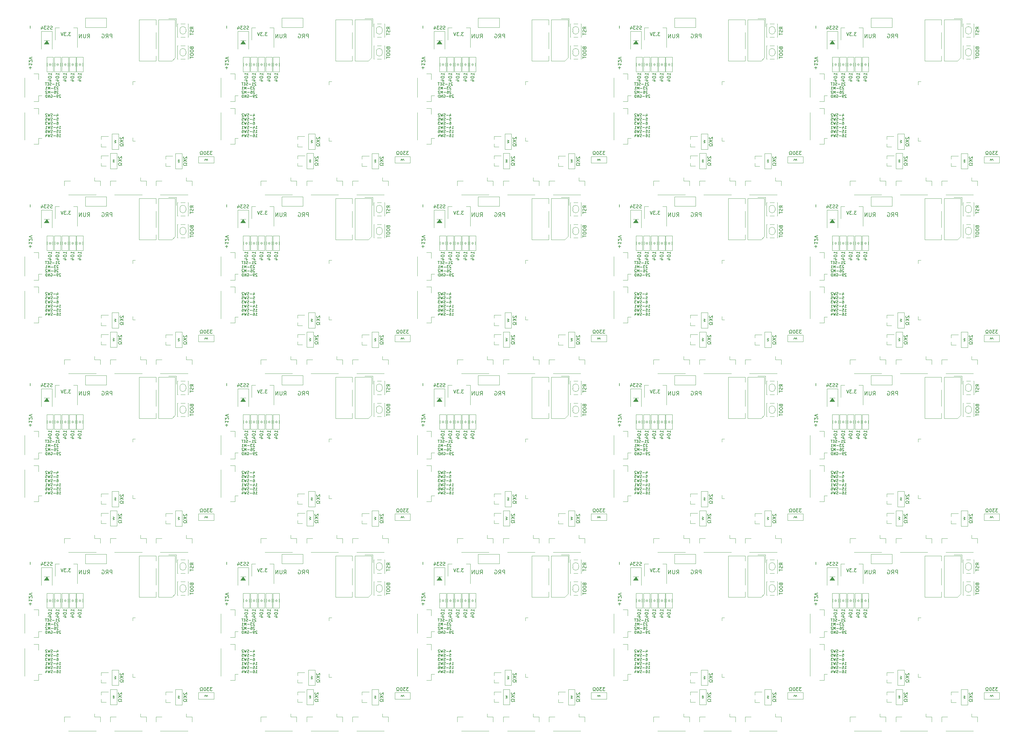
<source format=gbr>
%TF.GenerationSoftware,KiCad,Pcbnew,8.0.4*%
%TF.CreationDate,2024-11-04T15:19:49+09:00*%
%TF.ProjectId,L-SEAT V2.0,4c2d5345-4154-4205-9632-2e302e6b6963,rev?*%
%TF.SameCoordinates,Original*%
%TF.FileFunction,Legend,Bot*%
%TF.FilePolarity,Positive*%
%FSLAX46Y46*%
G04 Gerber Fmt 4.6, Leading zero omitted, Abs format (unit mm)*
G04 Created by KiCad (PCBNEW 8.0.4) date 2024-11-04 15:19:49*
%MOMM*%
%LPD*%
G01*
G04 APERTURE LIST*
%ADD10C,0.150000*%
%ADD11C,0.180000*%
%ADD12C,0.120000*%
%ADD13C,0.200000*%
%ADD14C,0.100000*%
G04 APERTURE END LIST*
D10*
X287558684Y-239003485D02*
X287520588Y-238965390D01*
X287520588Y-238965390D02*
X287444398Y-238927295D01*
X287444398Y-238927295D02*
X287253922Y-238927295D01*
X287253922Y-238927295D02*
X287177731Y-238965390D01*
X287177731Y-238965390D02*
X287139636Y-239003485D01*
X287139636Y-239003485D02*
X287101541Y-239079676D01*
X287101541Y-239079676D02*
X287101541Y-239155866D01*
X287101541Y-239155866D02*
X287139636Y-239270152D01*
X287139636Y-239270152D02*
X287596779Y-239727295D01*
X287596779Y-239727295D02*
X287101541Y-239727295D01*
X286720588Y-239727295D02*
X286568207Y-239727295D01*
X286568207Y-239727295D02*
X286492017Y-239689200D01*
X286492017Y-239689200D02*
X286453921Y-239651104D01*
X286453921Y-239651104D02*
X286377731Y-239536819D01*
X286377731Y-239536819D02*
X286339636Y-239384438D01*
X286339636Y-239384438D02*
X286339636Y-239079676D01*
X286339636Y-239079676D02*
X286377731Y-239003485D01*
X286377731Y-239003485D02*
X286415826Y-238965390D01*
X286415826Y-238965390D02*
X286492017Y-238927295D01*
X286492017Y-238927295D02*
X286644398Y-238927295D01*
X286644398Y-238927295D02*
X286720588Y-238965390D01*
X286720588Y-238965390D02*
X286758683Y-239003485D01*
X286758683Y-239003485D02*
X286796779Y-239079676D01*
X286796779Y-239079676D02*
X286796779Y-239270152D01*
X286796779Y-239270152D02*
X286758683Y-239346342D01*
X286758683Y-239346342D02*
X286720588Y-239384438D01*
X286720588Y-239384438D02*
X286644398Y-239422533D01*
X286644398Y-239422533D02*
X286492017Y-239422533D01*
X286492017Y-239422533D02*
X286415826Y-239384438D01*
X286415826Y-239384438D02*
X286377731Y-239346342D01*
X286377731Y-239346342D02*
X286339636Y-239270152D01*
X285996778Y-239422533D02*
X285387255Y-239422533D01*
X284587255Y-238965390D02*
X284663445Y-238927295D01*
X284663445Y-238927295D02*
X284777731Y-238927295D01*
X284777731Y-238927295D02*
X284892017Y-238965390D01*
X284892017Y-238965390D02*
X284968207Y-239041580D01*
X284968207Y-239041580D02*
X285006302Y-239117771D01*
X285006302Y-239117771D02*
X285044398Y-239270152D01*
X285044398Y-239270152D02*
X285044398Y-239384438D01*
X285044398Y-239384438D02*
X285006302Y-239536819D01*
X285006302Y-239536819D02*
X284968207Y-239613009D01*
X284968207Y-239613009D02*
X284892017Y-239689200D01*
X284892017Y-239689200D02*
X284777731Y-239727295D01*
X284777731Y-239727295D02*
X284701540Y-239727295D01*
X284701540Y-239727295D02*
X284587255Y-239689200D01*
X284587255Y-239689200D02*
X284549159Y-239651104D01*
X284549159Y-239651104D02*
X284549159Y-239384438D01*
X284549159Y-239384438D02*
X284701540Y-239384438D01*
X284206302Y-239727295D02*
X284206302Y-238927295D01*
X284206302Y-238927295D02*
X283749159Y-239727295D01*
X283749159Y-239727295D02*
X283749159Y-238927295D01*
X283368207Y-239727295D02*
X283368207Y-238927295D01*
X283368207Y-238927295D02*
X283177731Y-238927295D01*
X283177731Y-238927295D02*
X283063445Y-238965390D01*
X283063445Y-238965390D02*
X282987255Y-239041580D01*
X282987255Y-239041580D02*
X282949160Y-239117771D01*
X282949160Y-239117771D02*
X282911064Y-239270152D01*
X282911064Y-239270152D02*
X282911064Y-239384438D01*
X282911064Y-239384438D02*
X282949160Y-239536819D01*
X282949160Y-239536819D02*
X282987255Y-239613009D01*
X282987255Y-239613009D02*
X283063445Y-239689200D01*
X283063445Y-239689200D02*
X283177731Y-239727295D01*
X283177731Y-239727295D02*
X283368207Y-239727295D01*
X287101542Y-249232295D02*
X287558685Y-249232295D01*
X287330113Y-249232295D02*
X287330113Y-248432295D01*
X287330113Y-248432295D02*
X287406304Y-248546580D01*
X287406304Y-248546580D02*
X287482494Y-248622771D01*
X287482494Y-248622771D02*
X287558685Y-248660866D01*
X286415827Y-248698961D02*
X286415827Y-249232295D01*
X286606303Y-248394200D02*
X286796780Y-248965628D01*
X286796780Y-248965628D02*
X286301541Y-248965628D01*
X285996779Y-248927533D02*
X285387256Y-248927533D01*
X285044399Y-249194200D02*
X284930113Y-249232295D01*
X284930113Y-249232295D02*
X284739637Y-249232295D01*
X284739637Y-249232295D02*
X284663446Y-249194200D01*
X284663446Y-249194200D02*
X284625351Y-249156104D01*
X284625351Y-249156104D02*
X284587256Y-249079914D01*
X284587256Y-249079914D02*
X284587256Y-249003723D01*
X284587256Y-249003723D02*
X284625351Y-248927533D01*
X284625351Y-248927533D02*
X284663446Y-248889438D01*
X284663446Y-248889438D02*
X284739637Y-248851342D01*
X284739637Y-248851342D02*
X284892018Y-248813247D01*
X284892018Y-248813247D02*
X284968208Y-248775152D01*
X284968208Y-248775152D02*
X285006303Y-248737057D01*
X285006303Y-248737057D02*
X285044399Y-248660866D01*
X285044399Y-248660866D02*
X285044399Y-248584676D01*
X285044399Y-248584676D02*
X285006303Y-248508485D01*
X285006303Y-248508485D02*
X284968208Y-248470390D01*
X284968208Y-248470390D02*
X284892018Y-248432295D01*
X284892018Y-248432295D02*
X284701541Y-248432295D01*
X284701541Y-248432295D02*
X284587256Y-248470390D01*
X284320589Y-248432295D02*
X284130113Y-249232295D01*
X284130113Y-249232295D02*
X283977732Y-248660866D01*
X283977732Y-248660866D02*
X283825351Y-249232295D01*
X283825351Y-249232295D02*
X283634875Y-248432295D01*
X282911065Y-249232295D02*
X283368208Y-249232295D01*
X283139636Y-249232295D02*
X283139636Y-248432295D01*
X283139636Y-248432295D02*
X283215827Y-248546580D01*
X283215827Y-248546580D02*
X283292017Y-248622771D01*
X283292017Y-248622771D02*
X283368208Y-248660866D01*
X287215828Y-235253485D02*
X287177732Y-235215390D01*
X287177732Y-235215390D02*
X287101542Y-235177295D01*
X287101542Y-235177295D02*
X286911066Y-235177295D01*
X286911066Y-235177295D02*
X286834875Y-235215390D01*
X286834875Y-235215390D02*
X286796780Y-235253485D01*
X286796780Y-235253485D02*
X286758685Y-235329676D01*
X286758685Y-235329676D02*
X286758685Y-235405866D01*
X286758685Y-235405866D02*
X286796780Y-235520152D01*
X286796780Y-235520152D02*
X287253923Y-235977295D01*
X287253923Y-235977295D02*
X286758685Y-235977295D01*
X285996780Y-235977295D02*
X286453923Y-235977295D01*
X286225351Y-235977295D02*
X286225351Y-235177295D01*
X286225351Y-235177295D02*
X286301542Y-235291580D01*
X286301542Y-235291580D02*
X286377732Y-235367771D01*
X286377732Y-235367771D02*
X286453923Y-235405866D01*
X285653922Y-235672533D02*
X285044399Y-235672533D01*
X284701542Y-235939200D02*
X284587256Y-235977295D01*
X284587256Y-235977295D02*
X284396780Y-235977295D01*
X284396780Y-235977295D02*
X284320589Y-235939200D01*
X284320589Y-235939200D02*
X284282494Y-235901104D01*
X284282494Y-235901104D02*
X284244399Y-235824914D01*
X284244399Y-235824914D02*
X284244399Y-235748723D01*
X284244399Y-235748723D02*
X284282494Y-235672533D01*
X284282494Y-235672533D02*
X284320589Y-235634438D01*
X284320589Y-235634438D02*
X284396780Y-235596342D01*
X284396780Y-235596342D02*
X284549161Y-235558247D01*
X284549161Y-235558247D02*
X284625351Y-235520152D01*
X284625351Y-235520152D02*
X284663446Y-235482057D01*
X284663446Y-235482057D02*
X284701542Y-235405866D01*
X284701542Y-235405866D02*
X284701542Y-235329676D01*
X284701542Y-235329676D02*
X284663446Y-235253485D01*
X284663446Y-235253485D02*
X284625351Y-235215390D01*
X284625351Y-235215390D02*
X284549161Y-235177295D01*
X284549161Y-235177295D02*
X284358684Y-235177295D01*
X284358684Y-235177295D02*
X284244399Y-235215390D01*
X283901541Y-235558247D02*
X283634875Y-235558247D01*
X283520589Y-235977295D02*
X283901541Y-235977295D01*
X283901541Y-235977295D02*
X283901541Y-235177295D01*
X283901541Y-235177295D02*
X283520589Y-235177295D01*
X283292017Y-235177295D02*
X282834874Y-235177295D01*
X283063446Y-235977295D02*
X283063446Y-235177295D01*
X286796780Y-237753485D02*
X286758684Y-237715390D01*
X286758684Y-237715390D02*
X286682494Y-237677295D01*
X286682494Y-237677295D02*
X286492018Y-237677295D01*
X286492018Y-237677295D02*
X286415827Y-237715390D01*
X286415827Y-237715390D02*
X286377732Y-237753485D01*
X286377732Y-237753485D02*
X286339637Y-237829676D01*
X286339637Y-237829676D02*
X286339637Y-237905866D01*
X286339637Y-237905866D02*
X286377732Y-238020152D01*
X286377732Y-238020152D02*
X286834875Y-238477295D01*
X286834875Y-238477295D02*
X286339637Y-238477295D01*
X285653922Y-237677295D02*
X285806303Y-237677295D01*
X285806303Y-237677295D02*
X285882494Y-237715390D01*
X285882494Y-237715390D02*
X285920589Y-237753485D01*
X285920589Y-237753485D02*
X285996779Y-237867771D01*
X285996779Y-237867771D02*
X286034875Y-238020152D01*
X286034875Y-238020152D02*
X286034875Y-238324914D01*
X286034875Y-238324914D02*
X285996779Y-238401104D01*
X285996779Y-238401104D02*
X285958684Y-238439200D01*
X285958684Y-238439200D02*
X285882494Y-238477295D01*
X285882494Y-238477295D02*
X285730113Y-238477295D01*
X285730113Y-238477295D02*
X285653922Y-238439200D01*
X285653922Y-238439200D02*
X285615827Y-238401104D01*
X285615827Y-238401104D02*
X285577732Y-238324914D01*
X285577732Y-238324914D02*
X285577732Y-238134438D01*
X285577732Y-238134438D02*
X285615827Y-238058247D01*
X285615827Y-238058247D02*
X285653922Y-238020152D01*
X285653922Y-238020152D02*
X285730113Y-237982057D01*
X285730113Y-237982057D02*
X285882494Y-237982057D01*
X285882494Y-237982057D02*
X285958684Y-238020152D01*
X285958684Y-238020152D02*
X285996779Y-238058247D01*
X285996779Y-238058247D02*
X286034875Y-238134438D01*
X285234874Y-238172533D02*
X284625351Y-238172533D01*
X284244398Y-238477295D02*
X284244398Y-237677295D01*
X284244398Y-237677295D02*
X283977732Y-238248723D01*
X283977732Y-238248723D02*
X283711065Y-237677295D01*
X283711065Y-237677295D02*
X283711065Y-238477295D01*
X283368208Y-237753485D02*
X283330112Y-237715390D01*
X283330112Y-237715390D02*
X283253922Y-237677295D01*
X283253922Y-237677295D02*
X283063446Y-237677295D01*
X283063446Y-237677295D02*
X282987255Y-237715390D01*
X282987255Y-237715390D02*
X282949160Y-237753485D01*
X282949160Y-237753485D02*
X282911065Y-237829676D01*
X282911065Y-237829676D02*
X282911065Y-237905866D01*
X282911065Y-237905866D02*
X282949160Y-238020152D01*
X282949160Y-238020152D02*
X283406303Y-238477295D01*
X283406303Y-238477295D02*
X282911065Y-238477295D01*
X286415827Y-247182295D02*
X286568208Y-247182295D01*
X286568208Y-247182295D02*
X286644399Y-247220390D01*
X286644399Y-247220390D02*
X286682494Y-247258485D01*
X286682494Y-247258485D02*
X286758684Y-247372771D01*
X286758684Y-247372771D02*
X286796780Y-247525152D01*
X286796780Y-247525152D02*
X286796780Y-247829914D01*
X286796780Y-247829914D02*
X286758684Y-247906104D01*
X286758684Y-247906104D02*
X286720589Y-247944200D01*
X286720589Y-247944200D02*
X286644399Y-247982295D01*
X286644399Y-247982295D02*
X286492018Y-247982295D01*
X286492018Y-247982295D02*
X286415827Y-247944200D01*
X286415827Y-247944200D02*
X286377732Y-247906104D01*
X286377732Y-247906104D02*
X286339637Y-247829914D01*
X286339637Y-247829914D02*
X286339637Y-247639438D01*
X286339637Y-247639438D02*
X286377732Y-247563247D01*
X286377732Y-247563247D02*
X286415827Y-247525152D01*
X286415827Y-247525152D02*
X286492018Y-247487057D01*
X286492018Y-247487057D02*
X286644399Y-247487057D01*
X286644399Y-247487057D02*
X286720589Y-247525152D01*
X286720589Y-247525152D02*
X286758684Y-247563247D01*
X286758684Y-247563247D02*
X286796780Y-247639438D01*
X285996779Y-247677533D02*
X285387256Y-247677533D01*
X285044399Y-247944200D02*
X284930113Y-247982295D01*
X284930113Y-247982295D02*
X284739637Y-247982295D01*
X284739637Y-247982295D02*
X284663446Y-247944200D01*
X284663446Y-247944200D02*
X284625351Y-247906104D01*
X284625351Y-247906104D02*
X284587256Y-247829914D01*
X284587256Y-247829914D02*
X284587256Y-247753723D01*
X284587256Y-247753723D02*
X284625351Y-247677533D01*
X284625351Y-247677533D02*
X284663446Y-247639438D01*
X284663446Y-247639438D02*
X284739637Y-247601342D01*
X284739637Y-247601342D02*
X284892018Y-247563247D01*
X284892018Y-247563247D02*
X284968208Y-247525152D01*
X284968208Y-247525152D02*
X285006303Y-247487057D01*
X285006303Y-247487057D02*
X285044399Y-247410866D01*
X285044399Y-247410866D02*
X285044399Y-247334676D01*
X285044399Y-247334676D02*
X285006303Y-247258485D01*
X285006303Y-247258485D02*
X284968208Y-247220390D01*
X284968208Y-247220390D02*
X284892018Y-247182295D01*
X284892018Y-247182295D02*
X284701541Y-247182295D01*
X284701541Y-247182295D02*
X284587256Y-247220390D01*
X284320589Y-247182295D02*
X284130113Y-247982295D01*
X284130113Y-247982295D02*
X283977732Y-247410866D01*
X283977732Y-247410866D02*
X283825351Y-247982295D01*
X283825351Y-247982295D02*
X283634875Y-247182295D01*
X283406303Y-247182295D02*
X282911065Y-247182295D01*
X282911065Y-247182295D02*
X283177731Y-247487057D01*
X283177731Y-247487057D02*
X283063446Y-247487057D01*
X283063446Y-247487057D02*
X282987255Y-247525152D01*
X282987255Y-247525152D02*
X282949160Y-247563247D01*
X282949160Y-247563247D02*
X282911065Y-247639438D01*
X282911065Y-247639438D02*
X282911065Y-247829914D01*
X282911065Y-247829914D02*
X282949160Y-247906104D01*
X282949160Y-247906104D02*
X282987255Y-247944200D01*
X282987255Y-247944200D02*
X283063446Y-247982295D01*
X283063446Y-247982295D02*
X283292017Y-247982295D01*
X283292017Y-247982295D02*
X283368208Y-247944200D01*
X283368208Y-247944200D02*
X283406303Y-247906104D01*
X287101542Y-251732295D02*
X287558685Y-251732295D01*
X287330113Y-251732295D02*
X287330113Y-250932295D01*
X287330113Y-250932295D02*
X287406304Y-251046580D01*
X287406304Y-251046580D02*
X287482494Y-251122771D01*
X287482494Y-251122771D02*
X287558685Y-251160866D01*
X286415827Y-250932295D02*
X286568208Y-250932295D01*
X286568208Y-250932295D02*
X286644399Y-250970390D01*
X286644399Y-250970390D02*
X286682494Y-251008485D01*
X286682494Y-251008485D02*
X286758684Y-251122771D01*
X286758684Y-251122771D02*
X286796780Y-251275152D01*
X286796780Y-251275152D02*
X286796780Y-251579914D01*
X286796780Y-251579914D02*
X286758684Y-251656104D01*
X286758684Y-251656104D02*
X286720589Y-251694200D01*
X286720589Y-251694200D02*
X286644399Y-251732295D01*
X286644399Y-251732295D02*
X286492018Y-251732295D01*
X286492018Y-251732295D02*
X286415827Y-251694200D01*
X286415827Y-251694200D02*
X286377732Y-251656104D01*
X286377732Y-251656104D02*
X286339637Y-251579914D01*
X286339637Y-251579914D02*
X286339637Y-251389438D01*
X286339637Y-251389438D02*
X286377732Y-251313247D01*
X286377732Y-251313247D02*
X286415827Y-251275152D01*
X286415827Y-251275152D02*
X286492018Y-251237057D01*
X286492018Y-251237057D02*
X286644399Y-251237057D01*
X286644399Y-251237057D02*
X286720589Y-251275152D01*
X286720589Y-251275152D02*
X286758684Y-251313247D01*
X286758684Y-251313247D02*
X286796780Y-251389438D01*
X285996779Y-251427533D02*
X285387256Y-251427533D01*
X285044399Y-251694200D02*
X284930113Y-251732295D01*
X284930113Y-251732295D02*
X284739637Y-251732295D01*
X284739637Y-251732295D02*
X284663446Y-251694200D01*
X284663446Y-251694200D02*
X284625351Y-251656104D01*
X284625351Y-251656104D02*
X284587256Y-251579914D01*
X284587256Y-251579914D02*
X284587256Y-251503723D01*
X284587256Y-251503723D02*
X284625351Y-251427533D01*
X284625351Y-251427533D02*
X284663446Y-251389438D01*
X284663446Y-251389438D02*
X284739637Y-251351342D01*
X284739637Y-251351342D02*
X284892018Y-251313247D01*
X284892018Y-251313247D02*
X284968208Y-251275152D01*
X284968208Y-251275152D02*
X285006303Y-251237057D01*
X285006303Y-251237057D02*
X285044399Y-251160866D01*
X285044399Y-251160866D02*
X285044399Y-251084676D01*
X285044399Y-251084676D02*
X285006303Y-251008485D01*
X285006303Y-251008485D02*
X284968208Y-250970390D01*
X284968208Y-250970390D02*
X284892018Y-250932295D01*
X284892018Y-250932295D02*
X284701541Y-250932295D01*
X284701541Y-250932295D02*
X284587256Y-250970390D01*
X284320589Y-250932295D02*
X284130113Y-251732295D01*
X284130113Y-251732295D02*
X283977732Y-251160866D01*
X283977732Y-251160866D02*
X283825351Y-251732295D01*
X283825351Y-251732295D02*
X283634875Y-250932295D01*
X282987255Y-251198961D02*
X282987255Y-251732295D01*
X283177731Y-250894200D02*
X283368208Y-251465628D01*
X283368208Y-251465628D02*
X282872969Y-251465628D01*
X286377732Y-245932295D02*
X286758684Y-245932295D01*
X286758684Y-245932295D02*
X286796780Y-246313247D01*
X286796780Y-246313247D02*
X286758684Y-246275152D01*
X286758684Y-246275152D02*
X286682494Y-246237057D01*
X286682494Y-246237057D02*
X286492018Y-246237057D01*
X286492018Y-246237057D02*
X286415827Y-246275152D01*
X286415827Y-246275152D02*
X286377732Y-246313247D01*
X286377732Y-246313247D02*
X286339637Y-246389438D01*
X286339637Y-246389438D02*
X286339637Y-246579914D01*
X286339637Y-246579914D02*
X286377732Y-246656104D01*
X286377732Y-246656104D02*
X286415827Y-246694200D01*
X286415827Y-246694200D02*
X286492018Y-246732295D01*
X286492018Y-246732295D02*
X286682494Y-246732295D01*
X286682494Y-246732295D02*
X286758684Y-246694200D01*
X286758684Y-246694200D02*
X286796780Y-246656104D01*
X285996779Y-246427533D02*
X285387256Y-246427533D01*
X285044399Y-246694200D02*
X284930113Y-246732295D01*
X284930113Y-246732295D02*
X284739637Y-246732295D01*
X284739637Y-246732295D02*
X284663446Y-246694200D01*
X284663446Y-246694200D02*
X284625351Y-246656104D01*
X284625351Y-246656104D02*
X284587256Y-246579914D01*
X284587256Y-246579914D02*
X284587256Y-246503723D01*
X284587256Y-246503723D02*
X284625351Y-246427533D01*
X284625351Y-246427533D02*
X284663446Y-246389438D01*
X284663446Y-246389438D02*
X284739637Y-246351342D01*
X284739637Y-246351342D02*
X284892018Y-246313247D01*
X284892018Y-246313247D02*
X284968208Y-246275152D01*
X284968208Y-246275152D02*
X285006303Y-246237057D01*
X285006303Y-246237057D02*
X285044399Y-246160866D01*
X285044399Y-246160866D02*
X285044399Y-246084676D01*
X285044399Y-246084676D02*
X285006303Y-246008485D01*
X285006303Y-246008485D02*
X284968208Y-245970390D01*
X284968208Y-245970390D02*
X284892018Y-245932295D01*
X284892018Y-245932295D02*
X284701541Y-245932295D01*
X284701541Y-245932295D02*
X284587256Y-245970390D01*
X284320589Y-245932295D02*
X284130113Y-246732295D01*
X284130113Y-246732295D02*
X283977732Y-246160866D01*
X283977732Y-246160866D02*
X283825351Y-246732295D01*
X283825351Y-246732295D02*
X283634875Y-245932295D01*
X282949160Y-245932295D02*
X283330112Y-245932295D01*
X283330112Y-245932295D02*
X283368208Y-246313247D01*
X283368208Y-246313247D02*
X283330112Y-246275152D01*
X283330112Y-246275152D02*
X283253922Y-246237057D01*
X283253922Y-246237057D02*
X283063446Y-246237057D01*
X283063446Y-246237057D02*
X282987255Y-246275152D01*
X282987255Y-246275152D02*
X282949160Y-246313247D01*
X282949160Y-246313247D02*
X282911065Y-246389438D01*
X282911065Y-246389438D02*
X282911065Y-246579914D01*
X282911065Y-246579914D02*
X282949160Y-246656104D01*
X282949160Y-246656104D02*
X282987255Y-246694200D01*
X282987255Y-246694200D02*
X283063446Y-246732295D01*
X283063446Y-246732295D02*
X283253922Y-246732295D01*
X283253922Y-246732295D02*
X283330112Y-246694200D01*
X283330112Y-246694200D02*
X283368208Y-246656104D01*
X286415827Y-244948961D02*
X286415827Y-245482295D01*
X286606303Y-244644200D02*
X286796780Y-245215628D01*
X286796780Y-245215628D02*
X286301541Y-245215628D01*
X285996779Y-245177533D02*
X285387256Y-245177533D01*
X285044399Y-245444200D02*
X284930113Y-245482295D01*
X284930113Y-245482295D02*
X284739637Y-245482295D01*
X284739637Y-245482295D02*
X284663446Y-245444200D01*
X284663446Y-245444200D02*
X284625351Y-245406104D01*
X284625351Y-245406104D02*
X284587256Y-245329914D01*
X284587256Y-245329914D02*
X284587256Y-245253723D01*
X284587256Y-245253723D02*
X284625351Y-245177533D01*
X284625351Y-245177533D02*
X284663446Y-245139438D01*
X284663446Y-245139438D02*
X284739637Y-245101342D01*
X284739637Y-245101342D02*
X284892018Y-245063247D01*
X284892018Y-245063247D02*
X284968208Y-245025152D01*
X284968208Y-245025152D02*
X285006303Y-244987057D01*
X285006303Y-244987057D02*
X285044399Y-244910866D01*
X285044399Y-244910866D02*
X285044399Y-244834676D01*
X285044399Y-244834676D02*
X285006303Y-244758485D01*
X285006303Y-244758485D02*
X284968208Y-244720390D01*
X284968208Y-244720390D02*
X284892018Y-244682295D01*
X284892018Y-244682295D02*
X284701541Y-244682295D01*
X284701541Y-244682295D02*
X284587256Y-244720390D01*
X284320589Y-244682295D02*
X284130113Y-245482295D01*
X284130113Y-245482295D02*
X283977732Y-244910866D01*
X283977732Y-244910866D02*
X283825351Y-245482295D01*
X283825351Y-245482295D02*
X283634875Y-244682295D01*
X283368208Y-244758485D02*
X283330112Y-244720390D01*
X283330112Y-244720390D02*
X283253922Y-244682295D01*
X283253922Y-244682295D02*
X283063446Y-244682295D01*
X283063446Y-244682295D02*
X282987255Y-244720390D01*
X282987255Y-244720390D02*
X282949160Y-244758485D01*
X282949160Y-244758485D02*
X282911065Y-244834676D01*
X282911065Y-244834676D02*
X282911065Y-244910866D01*
X282911065Y-244910866D02*
X282949160Y-245025152D01*
X282949160Y-245025152D02*
X283406303Y-245482295D01*
X283406303Y-245482295D02*
X282911065Y-245482295D01*
X286796780Y-236503485D02*
X286758684Y-236465390D01*
X286758684Y-236465390D02*
X286682494Y-236427295D01*
X286682494Y-236427295D02*
X286492018Y-236427295D01*
X286492018Y-236427295D02*
X286415827Y-236465390D01*
X286415827Y-236465390D02*
X286377732Y-236503485D01*
X286377732Y-236503485D02*
X286339637Y-236579676D01*
X286339637Y-236579676D02*
X286339637Y-236655866D01*
X286339637Y-236655866D02*
X286377732Y-236770152D01*
X286377732Y-236770152D02*
X286834875Y-237227295D01*
X286834875Y-237227295D02*
X286339637Y-237227295D01*
X286072970Y-236427295D02*
X285577732Y-236427295D01*
X285577732Y-236427295D02*
X285844398Y-236732057D01*
X285844398Y-236732057D02*
X285730113Y-236732057D01*
X285730113Y-236732057D02*
X285653922Y-236770152D01*
X285653922Y-236770152D02*
X285615827Y-236808247D01*
X285615827Y-236808247D02*
X285577732Y-236884438D01*
X285577732Y-236884438D02*
X285577732Y-237074914D01*
X285577732Y-237074914D02*
X285615827Y-237151104D01*
X285615827Y-237151104D02*
X285653922Y-237189200D01*
X285653922Y-237189200D02*
X285730113Y-237227295D01*
X285730113Y-237227295D02*
X285958684Y-237227295D01*
X285958684Y-237227295D02*
X286034875Y-237189200D01*
X286034875Y-237189200D02*
X286072970Y-237151104D01*
X285234874Y-236922533D02*
X284625351Y-236922533D01*
X284244398Y-237227295D02*
X284244398Y-236427295D01*
X284244398Y-236427295D02*
X283977732Y-236998723D01*
X283977732Y-236998723D02*
X283711065Y-236427295D01*
X283711065Y-236427295D02*
X283711065Y-237227295D01*
X282911065Y-237227295D02*
X283368208Y-237227295D01*
X283139636Y-237227295D02*
X283139636Y-236427295D01*
X283139636Y-236427295D02*
X283215827Y-236541580D01*
X283215827Y-236541580D02*
X283292017Y-236617771D01*
X283292017Y-236617771D02*
X283368208Y-236655866D01*
X287101542Y-250482295D02*
X287558685Y-250482295D01*
X287330113Y-250482295D02*
X287330113Y-249682295D01*
X287330113Y-249682295D02*
X287406304Y-249796580D01*
X287406304Y-249796580D02*
X287482494Y-249872771D01*
X287482494Y-249872771D02*
X287558685Y-249910866D01*
X286377732Y-249682295D02*
X286758684Y-249682295D01*
X286758684Y-249682295D02*
X286796780Y-250063247D01*
X286796780Y-250063247D02*
X286758684Y-250025152D01*
X286758684Y-250025152D02*
X286682494Y-249987057D01*
X286682494Y-249987057D02*
X286492018Y-249987057D01*
X286492018Y-249987057D02*
X286415827Y-250025152D01*
X286415827Y-250025152D02*
X286377732Y-250063247D01*
X286377732Y-250063247D02*
X286339637Y-250139438D01*
X286339637Y-250139438D02*
X286339637Y-250329914D01*
X286339637Y-250329914D02*
X286377732Y-250406104D01*
X286377732Y-250406104D02*
X286415827Y-250444200D01*
X286415827Y-250444200D02*
X286492018Y-250482295D01*
X286492018Y-250482295D02*
X286682494Y-250482295D01*
X286682494Y-250482295D02*
X286758684Y-250444200D01*
X286758684Y-250444200D02*
X286796780Y-250406104D01*
X285996779Y-250177533D02*
X285387256Y-250177533D01*
X285044399Y-250444200D02*
X284930113Y-250482295D01*
X284930113Y-250482295D02*
X284739637Y-250482295D01*
X284739637Y-250482295D02*
X284663446Y-250444200D01*
X284663446Y-250444200D02*
X284625351Y-250406104D01*
X284625351Y-250406104D02*
X284587256Y-250329914D01*
X284587256Y-250329914D02*
X284587256Y-250253723D01*
X284587256Y-250253723D02*
X284625351Y-250177533D01*
X284625351Y-250177533D02*
X284663446Y-250139438D01*
X284663446Y-250139438D02*
X284739637Y-250101342D01*
X284739637Y-250101342D02*
X284892018Y-250063247D01*
X284892018Y-250063247D02*
X284968208Y-250025152D01*
X284968208Y-250025152D02*
X285006303Y-249987057D01*
X285006303Y-249987057D02*
X285044399Y-249910866D01*
X285044399Y-249910866D02*
X285044399Y-249834676D01*
X285044399Y-249834676D02*
X285006303Y-249758485D01*
X285006303Y-249758485D02*
X284968208Y-249720390D01*
X284968208Y-249720390D02*
X284892018Y-249682295D01*
X284892018Y-249682295D02*
X284701541Y-249682295D01*
X284701541Y-249682295D02*
X284587256Y-249720390D01*
X284320589Y-249682295D02*
X284130113Y-250482295D01*
X284130113Y-250482295D02*
X283977732Y-249910866D01*
X283977732Y-249910866D02*
X283825351Y-250482295D01*
X283825351Y-250482295D02*
X283634875Y-249682295D01*
X282987255Y-249682295D02*
X283139636Y-249682295D01*
X283139636Y-249682295D02*
X283215827Y-249720390D01*
X283215827Y-249720390D02*
X283253922Y-249758485D01*
X283253922Y-249758485D02*
X283330112Y-249872771D01*
X283330112Y-249872771D02*
X283368208Y-250025152D01*
X283368208Y-250025152D02*
X283368208Y-250329914D01*
X283368208Y-250329914D02*
X283330112Y-250406104D01*
X283330112Y-250406104D02*
X283292017Y-250444200D01*
X283292017Y-250444200D02*
X283215827Y-250482295D01*
X283215827Y-250482295D02*
X283063446Y-250482295D01*
X283063446Y-250482295D02*
X282987255Y-250444200D01*
X282987255Y-250444200D02*
X282949160Y-250406104D01*
X282949160Y-250406104D02*
X282911065Y-250329914D01*
X282911065Y-250329914D02*
X282911065Y-250139438D01*
X282911065Y-250139438D02*
X282949160Y-250063247D01*
X282949160Y-250063247D02*
X282987255Y-250025152D01*
X282987255Y-250025152D02*
X283063446Y-249987057D01*
X283063446Y-249987057D02*
X283215827Y-249987057D01*
X283215827Y-249987057D02*
X283292017Y-250025152D01*
X283292017Y-250025152D02*
X283330112Y-250063247D01*
X283330112Y-250063247D02*
X283368208Y-250139438D01*
X227558684Y-239003485D02*
X227520588Y-238965390D01*
X227520588Y-238965390D02*
X227444398Y-238927295D01*
X227444398Y-238927295D02*
X227253922Y-238927295D01*
X227253922Y-238927295D02*
X227177731Y-238965390D01*
X227177731Y-238965390D02*
X227139636Y-239003485D01*
X227139636Y-239003485D02*
X227101541Y-239079676D01*
X227101541Y-239079676D02*
X227101541Y-239155866D01*
X227101541Y-239155866D02*
X227139636Y-239270152D01*
X227139636Y-239270152D02*
X227596779Y-239727295D01*
X227596779Y-239727295D02*
X227101541Y-239727295D01*
X226720588Y-239727295D02*
X226568207Y-239727295D01*
X226568207Y-239727295D02*
X226492017Y-239689200D01*
X226492017Y-239689200D02*
X226453921Y-239651104D01*
X226453921Y-239651104D02*
X226377731Y-239536819D01*
X226377731Y-239536819D02*
X226339636Y-239384438D01*
X226339636Y-239384438D02*
X226339636Y-239079676D01*
X226339636Y-239079676D02*
X226377731Y-239003485D01*
X226377731Y-239003485D02*
X226415826Y-238965390D01*
X226415826Y-238965390D02*
X226492017Y-238927295D01*
X226492017Y-238927295D02*
X226644398Y-238927295D01*
X226644398Y-238927295D02*
X226720588Y-238965390D01*
X226720588Y-238965390D02*
X226758683Y-239003485D01*
X226758683Y-239003485D02*
X226796779Y-239079676D01*
X226796779Y-239079676D02*
X226796779Y-239270152D01*
X226796779Y-239270152D02*
X226758683Y-239346342D01*
X226758683Y-239346342D02*
X226720588Y-239384438D01*
X226720588Y-239384438D02*
X226644398Y-239422533D01*
X226644398Y-239422533D02*
X226492017Y-239422533D01*
X226492017Y-239422533D02*
X226415826Y-239384438D01*
X226415826Y-239384438D02*
X226377731Y-239346342D01*
X226377731Y-239346342D02*
X226339636Y-239270152D01*
X225996778Y-239422533D02*
X225387255Y-239422533D01*
X224587255Y-238965390D02*
X224663445Y-238927295D01*
X224663445Y-238927295D02*
X224777731Y-238927295D01*
X224777731Y-238927295D02*
X224892017Y-238965390D01*
X224892017Y-238965390D02*
X224968207Y-239041580D01*
X224968207Y-239041580D02*
X225006302Y-239117771D01*
X225006302Y-239117771D02*
X225044398Y-239270152D01*
X225044398Y-239270152D02*
X225044398Y-239384438D01*
X225044398Y-239384438D02*
X225006302Y-239536819D01*
X225006302Y-239536819D02*
X224968207Y-239613009D01*
X224968207Y-239613009D02*
X224892017Y-239689200D01*
X224892017Y-239689200D02*
X224777731Y-239727295D01*
X224777731Y-239727295D02*
X224701540Y-239727295D01*
X224701540Y-239727295D02*
X224587255Y-239689200D01*
X224587255Y-239689200D02*
X224549159Y-239651104D01*
X224549159Y-239651104D02*
X224549159Y-239384438D01*
X224549159Y-239384438D02*
X224701540Y-239384438D01*
X224206302Y-239727295D02*
X224206302Y-238927295D01*
X224206302Y-238927295D02*
X223749159Y-239727295D01*
X223749159Y-239727295D02*
X223749159Y-238927295D01*
X223368207Y-239727295D02*
X223368207Y-238927295D01*
X223368207Y-238927295D02*
X223177731Y-238927295D01*
X223177731Y-238927295D02*
X223063445Y-238965390D01*
X223063445Y-238965390D02*
X222987255Y-239041580D01*
X222987255Y-239041580D02*
X222949160Y-239117771D01*
X222949160Y-239117771D02*
X222911064Y-239270152D01*
X222911064Y-239270152D02*
X222911064Y-239384438D01*
X222911064Y-239384438D02*
X222949160Y-239536819D01*
X222949160Y-239536819D02*
X222987255Y-239613009D01*
X222987255Y-239613009D02*
X223063445Y-239689200D01*
X223063445Y-239689200D02*
X223177731Y-239727295D01*
X223177731Y-239727295D02*
X223368207Y-239727295D01*
X227101542Y-249232295D02*
X227558685Y-249232295D01*
X227330113Y-249232295D02*
X227330113Y-248432295D01*
X227330113Y-248432295D02*
X227406304Y-248546580D01*
X227406304Y-248546580D02*
X227482494Y-248622771D01*
X227482494Y-248622771D02*
X227558685Y-248660866D01*
X226415827Y-248698961D02*
X226415827Y-249232295D01*
X226606303Y-248394200D02*
X226796780Y-248965628D01*
X226796780Y-248965628D02*
X226301541Y-248965628D01*
X225996779Y-248927533D02*
X225387256Y-248927533D01*
X225044399Y-249194200D02*
X224930113Y-249232295D01*
X224930113Y-249232295D02*
X224739637Y-249232295D01*
X224739637Y-249232295D02*
X224663446Y-249194200D01*
X224663446Y-249194200D02*
X224625351Y-249156104D01*
X224625351Y-249156104D02*
X224587256Y-249079914D01*
X224587256Y-249079914D02*
X224587256Y-249003723D01*
X224587256Y-249003723D02*
X224625351Y-248927533D01*
X224625351Y-248927533D02*
X224663446Y-248889438D01*
X224663446Y-248889438D02*
X224739637Y-248851342D01*
X224739637Y-248851342D02*
X224892018Y-248813247D01*
X224892018Y-248813247D02*
X224968208Y-248775152D01*
X224968208Y-248775152D02*
X225006303Y-248737057D01*
X225006303Y-248737057D02*
X225044399Y-248660866D01*
X225044399Y-248660866D02*
X225044399Y-248584676D01*
X225044399Y-248584676D02*
X225006303Y-248508485D01*
X225006303Y-248508485D02*
X224968208Y-248470390D01*
X224968208Y-248470390D02*
X224892018Y-248432295D01*
X224892018Y-248432295D02*
X224701541Y-248432295D01*
X224701541Y-248432295D02*
X224587256Y-248470390D01*
X224320589Y-248432295D02*
X224130113Y-249232295D01*
X224130113Y-249232295D02*
X223977732Y-248660866D01*
X223977732Y-248660866D02*
X223825351Y-249232295D01*
X223825351Y-249232295D02*
X223634875Y-248432295D01*
X222911065Y-249232295D02*
X223368208Y-249232295D01*
X223139636Y-249232295D02*
X223139636Y-248432295D01*
X223139636Y-248432295D02*
X223215827Y-248546580D01*
X223215827Y-248546580D02*
X223292017Y-248622771D01*
X223292017Y-248622771D02*
X223368208Y-248660866D01*
X227215828Y-235253485D02*
X227177732Y-235215390D01*
X227177732Y-235215390D02*
X227101542Y-235177295D01*
X227101542Y-235177295D02*
X226911066Y-235177295D01*
X226911066Y-235177295D02*
X226834875Y-235215390D01*
X226834875Y-235215390D02*
X226796780Y-235253485D01*
X226796780Y-235253485D02*
X226758685Y-235329676D01*
X226758685Y-235329676D02*
X226758685Y-235405866D01*
X226758685Y-235405866D02*
X226796780Y-235520152D01*
X226796780Y-235520152D02*
X227253923Y-235977295D01*
X227253923Y-235977295D02*
X226758685Y-235977295D01*
X225996780Y-235977295D02*
X226453923Y-235977295D01*
X226225351Y-235977295D02*
X226225351Y-235177295D01*
X226225351Y-235177295D02*
X226301542Y-235291580D01*
X226301542Y-235291580D02*
X226377732Y-235367771D01*
X226377732Y-235367771D02*
X226453923Y-235405866D01*
X225653922Y-235672533D02*
X225044399Y-235672533D01*
X224701542Y-235939200D02*
X224587256Y-235977295D01*
X224587256Y-235977295D02*
X224396780Y-235977295D01*
X224396780Y-235977295D02*
X224320589Y-235939200D01*
X224320589Y-235939200D02*
X224282494Y-235901104D01*
X224282494Y-235901104D02*
X224244399Y-235824914D01*
X224244399Y-235824914D02*
X224244399Y-235748723D01*
X224244399Y-235748723D02*
X224282494Y-235672533D01*
X224282494Y-235672533D02*
X224320589Y-235634438D01*
X224320589Y-235634438D02*
X224396780Y-235596342D01*
X224396780Y-235596342D02*
X224549161Y-235558247D01*
X224549161Y-235558247D02*
X224625351Y-235520152D01*
X224625351Y-235520152D02*
X224663446Y-235482057D01*
X224663446Y-235482057D02*
X224701542Y-235405866D01*
X224701542Y-235405866D02*
X224701542Y-235329676D01*
X224701542Y-235329676D02*
X224663446Y-235253485D01*
X224663446Y-235253485D02*
X224625351Y-235215390D01*
X224625351Y-235215390D02*
X224549161Y-235177295D01*
X224549161Y-235177295D02*
X224358684Y-235177295D01*
X224358684Y-235177295D02*
X224244399Y-235215390D01*
X223901541Y-235558247D02*
X223634875Y-235558247D01*
X223520589Y-235977295D02*
X223901541Y-235977295D01*
X223901541Y-235977295D02*
X223901541Y-235177295D01*
X223901541Y-235177295D02*
X223520589Y-235177295D01*
X223292017Y-235177295D02*
X222834874Y-235177295D01*
X223063446Y-235977295D02*
X223063446Y-235177295D01*
X226796780Y-237753485D02*
X226758684Y-237715390D01*
X226758684Y-237715390D02*
X226682494Y-237677295D01*
X226682494Y-237677295D02*
X226492018Y-237677295D01*
X226492018Y-237677295D02*
X226415827Y-237715390D01*
X226415827Y-237715390D02*
X226377732Y-237753485D01*
X226377732Y-237753485D02*
X226339637Y-237829676D01*
X226339637Y-237829676D02*
X226339637Y-237905866D01*
X226339637Y-237905866D02*
X226377732Y-238020152D01*
X226377732Y-238020152D02*
X226834875Y-238477295D01*
X226834875Y-238477295D02*
X226339637Y-238477295D01*
X225653922Y-237677295D02*
X225806303Y-237677295D01*
X225806303Y-237677295D02*
X225882494Y-237715390D01*
X225882494Y-237715390D02*
X225920589Y-237753485D01*
X225920589Y-237753485D02*
X225996779Y-237867771D01*
X225996779Y-237867771D02*
X226034875Y-238020152D01*
X226034875Y-238020152D02*
X226034875Y-238324914D01*
X226034875Y-238324914D02*
X225996779Y-238401104D01*
X225996779Y-238401104D02*
X225958684Y-238439200D01*
X225958684Y-238439200D02*
X225882494Y-238477295D01*
X225882494Y-238477295D02*
X225730113Y-238477295D01*
X225730113Y-238477295D02*
X225653922Y-238439200D01*
X225653922Y-238439200D02*
X225615827Y-238401104D01*
X225615827Y-238401104D02*
X225577732Y-238324914D01*
X225577732Y-238324914D02*
X225577732Y-238134438D01*
X225577732Y-238134438D02*
X225615827Y-238058247D01*
X225615827Y-238058247D02*
X225653922Y-238020152D01*
X225653922Y-238020152D02*
X225730113Y-237982057D01*
X225730113Y-237982057D02*
X225882494Y-237982057D01*
X225882494Y-237982057D02*
X225958684Y-238020152D01*
X225958684Y-238020152D02*
X225996779Y-238058247D01*
X225996779Y-238058247D02*
X226034875Y-238134438D01*
X225234874Y-238172533D02*
X224625351Y-238172533D01*
X224244398Y-238477295D02*
X224244398Y-237677295D01*
X224244398Y-237677295D02*
X223977732Y-238248723D01*
X223977732Y-238248723D02*
X223711065Y-237677295D01*
X223711065Y-237677295D02*
X223711065Y-238477295D01*
X223368208Y-237753485D02*
X223330112Y-237715390D01*
X223330112Y-237715390D02*
X223253922Y-237677295D01*
X223253922Y-237677295D02*
X223063446Y-237677295D01*
X223063446Y-237677295D02*
X222987255Y-237715390D01*
X222987255Y-237715390D02*
X222949160Y-237753485D01*
X222949160Y-237753485D02*
X222911065Y-237829676D01*
X222911065Y-237829676D02*
X222911065Y-237905866D01*
X222911065Y-237905866D02*
X222949160Y-238020152D01*
X222949160Y-238020152D02*
X223406303Y-238477295D01*
X223406303Y-238477295D02*
X222911065Y-238477295D01*
X226415827Y-247182295D02*
X226568208Y-247182295D01*
X226568208Y-247182295D02*
X226644399Y-247220390D01*
X226644399Y-247220390D02*
X226682494Y-247258485D01*
X226682494Y-247258485D02*
X226758684Y-247372771D01*
X226758684Y-247372771D02*
X226796780Y-247525152D01*
X226796780Y-247525152D02*
X226796780Y-247829914D01*
X226796780Y-247829914D02*
X226758684Y-247906104D01*
X226758684Y-247906104D02*
X226720589Y-247944200D01*
X226720589Y-247944200D02*
X226644399Y-247982295D01*
X226644399Y-247982295D02*
X226492018Y-247982295D01*
X226492018Y-247982295D02*
X226415827Y-247944200D01*
X226415827Y-247944200D02*
X226377732Y-247906104D01*
X226377732Y-247906104D02*
X226339637Y-247829914D01*
X226339637Y-247829914D02*
X226339637Y-247639438D01*
X226339637Y-247639438D02*
X226377732Y-247563247D01*
X226377732Y-247563247D02*
X226415827Y-247525152D01*
X226415827Y-247525152D02*
X226492018Y-247487057D01*
X226492018Y-247487057D02*
X226644399Y-247487057D01*
X226644399Y-247487057D02*
X226720589Y-247525152D01*
X226720589Y-247525152D02*
X226758684Y-247563247D01*
X226758684Y-247563247D02*
X226796780Y-247639438D01*
X225996779Y-247677533D02*
X225387256Y-247677533D01*
X225044399Y-247944200D02*
X224930113Y-247982295D01*
X224930113Y-247982295D02*
X224739637Y-247982295D01*
X224739637Y-247982295D02*
X224663446Y-247944200D01*
X224663446Y-247944200D02*
X224625351Y-247906104D01*
X224625351Y-247906104D02*
X224587256Y-247829914D01*
X224587256Y-247829914D02*
X224587256Y-247753723D01*
X224587256Y-247753723D02*
X224625351Y-247677533D01*
X224625351Y-247677533D02*
X224663446Y-247639438D01*
X224663446Y-247639438D02*
X224739637Y-247601342D01*
X224739637Y-247601342D02*
X224892018Y-247563247D01*
X224892018Y-247563247D02*
X224968208Y-247525152D01*
X224968208Y-247525152D02*
X225006303Y-247487057D01*
X225006303Y-247487057D02*
X225044399Y-247410866D01*
X225044399Y-247410866D02*
X225044399Y-247334676D01*
X225044399Y-247334676D02*
X225006303Y-247258485D01*
X225006303Y-247258485D02*
X224968208Y-247220390D01*
X224968208Y-247220390D02*
X224892018Y-247182295D01*
X224892018Y-247182295D02*
X224701541Y-247182295D01*
X224701541Y-247182295D02*
X224587256Y-247220390D01*
X224320589Y-247182295D02*
X224130113Y-247982295D01*
X224130113Y-247982295D02*
X223977732Y-247410866D01*
X223977732Y-247410866D02*
X223825351Y-247982295D01*
X223825351Y-247982295D02*
X223634875Y-247182295D01*
X223406303Y-247182295D02*
X222911065Y-247182295D01*
X222911065Y-247182295D02*
X223177731Y-247487057D01*
X223177731Y-247487057D02*
X223063446Y-247487057D01*
X223063446Y-247487057D02*
X222987255Y-247525152D01*
X222987255Y-247525152D02*
X222949160Y-247563247D01*
X222949160Y-247563247D02*
X222911065Y-247639438D01*
X222911065Y-247639438D02*
X222911065Y-247829914D01*
X222911065Y-247829914D02*
X222949160Y-247906104D01*
X222949160Y-247906104D02*
X222987255Y-247944200D01*
X222987255Y-247944200D02*
X223063446Y-247982295D01*
X223063446Y-247982295D02*
X223292017Y-247982295D01*
X223292017Y-247982295D02*
X223368208Y-247944200D01*
X223368208Y-247944200D02*
X223406303Y-247906104D01*
X227101542Y-251732295D02*
X227558685Y-251732295D01*
X227330113Y-251732295D02*
X227330113Y-250932295D01*
X227330113Y-250932295D02*
X227406304Y-251046580D01*
X227406304Y-251046580D02*
X227482494Y-251122771D01*
X227482494Y-251122771D02*
X227558685Y-251160866D01*
X226415827Y-250932295D02*
X226568208Y-250932295D01*
X226568208Y-250932295D02*
X226644399Y-250970390D01*
X226644399Y-250970390D02*
X226682494Y-251008485D01*
X226682494Y-251008485D02*
X226758684Y-251122771D01*
X226758684Y-251122771D02*
X226796780Y-251275152D01*
X226796780Y-251275152D02*
X226796780Y-251579914D01*
X226796780Y-251579914D02*
X226758684Y-251656104D01*
X226758684Y-251656104D02*
X226720589Y-251694200D01*
X226720589Y-251694200D02*
X226644399Y-251732295D01*
X226644399Y-251732295D02*
X226492018Y-251732295D01*
X226492018Y-251732295D02*
X226415827Y-251694200D01*
X226415827Y-251694200D02*
X226377732Y-251656104D01*
X226377732Y-251656104D02*
X226339637Y-251579914D01*
X226339637Y-251579914D02*
X226339637Y-251389438D01*
X226339637Y-251389438D02*
X226377732Y-251313247D01*
X226377732Y-251313247D02*
X226415827Y-251275152D01*
X226415827Y-251275152D02*
X226492018Y-251237057D01*
X226492018Y-251237057D02*
X226644399Y-251237057D01*
X226644399Y-251237057D02*
X226720589Y-251275152D01*
X226720589Y-251275152D02*
X226758684Y-251313247D01*
X226758684Y-251313247D02*
X226796780Y-251389438D01*
X225996779Y-251427533D02*
X225387256Y-251427533D01*
X225044399Y-251694200D02*
X224930113Y-251732295D01*
X224930113Y-251732295D02*
X224739637Y-251732295D01*
X224739637Y-251732295D02*
X224663446Y-251694200D01*
X224663446Y-251694200D02*
X224625351Y-251656104D01*
X224625351Y-251656104D02*
X224587256Y-251579914D01*
X224587256Y-251579914D02*
X224587256Y-251503723D01*
X224587256Y-251503723D02*
X224625351Y-251427533D01*
X224625351Y-251427533D02*
X224663446Y-251389438D01*
X224663446Y-251389438D02*
X224739637Y-251351342D01*
X224739637Y-251351342D02*
X224892018Y-251313247D01*
X224892018Y-251313247D02*
X224968208Y-251275152D01*
X224968208Y-251275152D02*
X225006303Y-251237057D01*
X225006303Y-251237057D02*
X225044399Y-251160866D01*
X225044399Y-251160866D02*
X225044399Y-251084676D01*
X225044399Y-251084676D02*
X225006303Y-251008485D01*
X225006303Y-251008485D02*
X224968208Y-250970390D01*
X224968208Y-250970390D02*
X224892018Y-250932295D01*
X224892018Y-250932295D02*
X224701541Y-250932295D01*
X224701541Y-250932295D02*
X224587256Y-250970390D01*
X224320589Y-250932295D02*
X224130113Y-251732295D01*
X224130113Y-251732295D02*
X223977732Y-251160866D01*
X223977732Y-251160866D02*
X223825351Y-251732295D01*
X223825351Y-251732295D02*
X223634875Y-250932295D01*
X222987255Y-251198961D02*
X222987255Y-251732295D01*
X223177731Y-250894200D02*
X223368208Y-251465628D01*
X223368208Y-251465628D02*
X222872969Y-251465628D01*
X226377732Y-245932295D02*
X226758684Y-245932295D01*
X226758684Y-245932295D02*
X226796780Y-246313247D01*
X226796780Y-246313247D02*
X226758684Y-246275152D01*
X226758684Y-246275152D02*
X226682494Y-246237057D01*
X226682494Y-246237057D02*
X226492018Y-246237057D01*
X226492018Y-246237057D02*
X226415827Y-246275152D01*
X226415827Y-246275152D02*
X226377732Y-246313247D01*
X226377732Y-246313247D02*
X226339637Y-246389438D01*
X226339637Y-246389438D02*
X226339637Y-246579914D01*
X226339637Y-246579914D02*
X226377732Y-246656104D01*
X226377732Y-246656104D02*
X226415827Y-246694200D01*
X226415827Y-246694200D02*
X226492018Y-246732295D01*
X226492018Y-246732295D02*
X226682494Y-246732295D01*
X226682494Y-246732295D02*
X226758684Y-246694200D01*
X226758684Y-246694200D02*
X226796780Y-246656104D01*
X225996779Y-246427533D02*
X225387256Y-246427533D01*
X225044399Y-246694200D02*
X224930113Y-246732295D01*
X224930113Y-246732295D02*
X224739637Y-246732295D01*
X224739637Y-246732295D02*
X224663446Y-246694200D01*
X224663446Y-246694200D02*
X224625351Y-246656104D01*
X224625351Y-246656104D02*
X224587256Y-246579914D01*
X224587256Y-246579914D02*
X224587256Y-246503723D01*
X224587256Y-246503723D02*
X224625351Y-246427533D01*
X224625351Y-246427533D02*
X224663446Y-246389438D01*
X224663446Y-246389438D02*
X224739637Y-246351342D01*
X224739637Y-246351342D02*
X224892018Y-246313247D01*
X224892018Y-246313247D02*
X224968208Y-246275152D01*
X224968208Y-246275152D02*
X225006303Y-246237057D01*
X225006303Y-246237057D02*
X225044399Y-246160866D01*
X225044399Y-246160866D02*
X225044399Y-246084676D01*
X225044399Y-246084676D02*
X225006303Y-246008485D01*
X225006303Y-246008485D02*
X224968208Y-245970390D01*
X224968208Y-245970390D02*
X224892018Y-245932295D01*
X224892018Y-245932295D02*
X224701541Y-245932295D01*
X224701541Y-245932295D02*
X224587256Y-245970390D01*
X224320589Y-245932295D02*
X224130113Y-246732295D01*
X224130113Y-246732295D02*
X223977732Y-246160866D01*
X223977732Y-246160866D02*
X223825351Y-246732295D01*
X223825351Y-246732295D02*
X223634875Y-245932295D01*
X222949160Y-245932295D02*
X223330112Y-245932295D01*
X223330112Y-245932295D02*
X223368208Y-246313247D01*
X223368208Y-246313247D02*
X223330112Y-246275152D01*
X223330112Y-246275152D02*
X223253922Y-246237057D01*
X223253922Y-246237057D02*
X223063446Y-246237057D01*
X223063446Y-246237057D02*
X222987255Y-246275152D01*
X222987255Y-246275152D02*
X222949160Y-246313247D01*
X222949160Y-246313247D02*
X222911065Y-246389438D01*
X222911065Y-246389438D02*
X222911065Y-246579914D01*
X222911065Y-246579914D02*
X222949160Y-246656104D01*
X222949160Y-246656104D02*
X222987255Y-246694200D01*
X222987255Y-246694200D02*
X223063446Y-246732295D01*
X223063446Y-246732295D02*
X223253922Y-246732295D01*
X223253922Y-246732295D02*
X223330112Y-246694200D01*
X223330112Y-246694200D02*
X223368208Y-246656104D01*
X226415827Y-244948961D02*
X226415827Y-245482295D01*
X226606303Y-244644200D02*
X226796780Y-245215628D01*
X226796780Y-245215628D02*
X226301541Y-245215628D01*
X225996779Y-245177533D02*
X225387256Y-245177533D01*
X225044399Y-245444200D02*
X224930113Y-245482295D01*
X224930113Y-245482295D02*
X224739637Y-245482295D01*
X224739637Y-245482295D02*
X224663446Y-245444200D01*
X224663446Y-245444200D02*
X224625351Y-245406104D01*
X224625351Y-245406104D02*
X224587256Y-245329914D01*
X224587256Y-245329914D02*
X224587256Y-245253723D01*
X224587256Y-245253723D02*
X224625351Y-245177533D01*
X224625351Y-245177533D02*
X224663446Y-245139438D01*
X224663446Y-245139438D02*
X224739637Y-245101342D01*
X224739637Y-245101342D02*
X224892018Y-245063247D01*
X224892018Y-245063247D02*
X224968208Y-245025152D01*
X224968208Y-245025152D02*
X225006303Y-244987057D01*
X225006303Y-244987057D02*
X225044399Y-244910866D01*
X225044399Y-244910866D02*
X225044399Y-244834676D01*
X225044399Y-244834676D02*
X225006303Y-244758485D01*
X225006303Y-244758485D02*
X224968208Y-244720390D01*
X224968208Y-244720390D02*
X224892018Y-244682295D01*
X224892018Y-244682295D02*
X224701541Y-244682295D01*
X224701541Y-244682295D02*
X224587256Y-244720390D01*
X224320589Y-244682295D02*
X224130113Y-245482295D01*
X224130113Y-245482295D02*
X223977732Y-244910866D01*
X223977732Y-244910866D02*
X223825351Y-245482295D01*
X223825351Y-245482295D02*
X223634875Y-244682295D01*
X223368208Y-244758485D02*
X223330112Y-244720390D01*
X223330112Y-244720390D02*
X223253922Y-244682295D01*
X223253922Y-244682295D02*
X223063446Y-244682295D01*
X223063446Y-244682295D02*
X222987255Y-244720390D01*
X222987255Y-244720390D02*
X222949160Y-244758485D01*
X222949160Y-244758485D02*
X222911065Y-244834676D01*
X222911065Y-244834676D02*
X222911065Y-244910866D01*
X222911065Y-244910866D02*
X222949160Y-245025152D01*
X222949160Y-245025152D02*
X223406303Y-245482295D01*
X223406303Y-245482295D02*
X222911065Y-245482295D01*
X226796780Y-236503485D02*
X226758684Y-236465390D01*
X226758684Y-236465390D02*
X226682494Y-236427295D01*
X226682494Y-236427295D02*
X226492018Y-236427295D01*
X226492018Y-236427295D02*
X226415827Y-236465390D01*
X226415827Y-236465390D02*
X226377732Y-236503485D01*
X226377732Y-236503485D02*
X226339637Y-236579676D01*
X226339637Y-236579676D02*
X226339637Y-236655866D01*
X226339637Y-236655866D02*
X226377732Y-236770152D01*
X226377732Y-236770152D02*
X226834875Y-237227295D01*
X226834875Y-237227295D02*
X226339637Y-237227295D01*
X226072970Y-236427295D02*
X225577732Y-236427295D01*
X225577732Y-236427295D02*
X225844398Y-236732057D01*
X225844398Y-236732057D02*
X225730113Y-236732057D01*
X225730113Y-236732057D02*
X225653922Y-236770152D01*
X225653922Y-236770152D02*
X225615827Y-236808247D01*
X225615827Y-236808247D02*
X225577732Y-236884438D01*
X225577732Y-236884438D02*
X225577732Y-237074914D01*
X225577732Y-237074914D02*
X225615827Y-237151104D01*
X225615827Y-237151104D02*
X225653922Y-237189200D01*
X225653922Y-237189200D02*
X225730113Y-237227295D01*
X225730113Y-237227295D02*
X225958684Y-237227295D01*
X225958684Y-237227295D02*
X226034875Y-237189200D01*
X226034875Y-237189200D02*
X226072970Y-237151104D01*
X225234874Y-236922533D02*
X224625351Y-236922533D01*
X224244398Y-237227295D02*
X224244398Y-236427295D01*
X224244398Y-236427295D02*
X223977732Y-236998723D01*
X223977732Y-236998723D02*
X223711065Y-236427295D01*
X223711065Y-236427295D02*
X223711065Y-237227295D01*
X222911065Y-237227295D02*
X223368208Y-237227295D01*
X223139636Y-237227295D02*
X223139636Y-236427295D01*
X223139636Y-236427295D02*
X223215827Y-236541580D01*
X223215827Y-236541580D02*
X223292017Y-236617771D01*
X223292017Y-236617771D02*
X223368208Y-236655866D01*
X227101542Y-250482295D02*
X227558685Y-250482295D01*
X227330113Y-250482295D02*
X227330113Y-249682295D01*
X227330113Y-249682295D02*
X227406304Y-249796580D01*
X227406304Y-249796580D02*
X227482494Y-249872771D01*
X227482494Y-249872771D02*
X227558685Y-249910866D01*
X226377732Y-249682295D02*
X226758684Y-249682295D01*
X226758684Y-249682295D02*
X226796780Y-250063247D01*
X226796780Y-250063247D02*
X226758684Y-250025152D01*
X226758684Y-250025152D02*
X226682494Y-249987057D01*
X226682494Y-249987057D02*
X226492018Y-249987057D01*
X226492018Y-249987057D02*
X226415827Y-250025152D01*
X226415827Y-250025152D02*
X226377732Y-250063247D01*
X226377732Y-250063247D02*
X226339637Y-250139438D01*
X226339637Y-250139438D02*
X226339637Y-250329914D01*
X226339637Y-250329914D02*
X226377732Y-250406104D01*
X226377732Y-250406104D02*
X226415827Y-250444200D01*
X226415827Y-250444200D02*
X226492018Y-250482295D01*
X226492018Y-250482295D02*
X226682494Y-250482295D01*
X226682494Y-250482295D02*
X226758684Y-250444200D01*
X226758684Y-250444200D02*
X226796780Y-250406104D01*
X225996779Y-250177533D02*
X225387256Y-250177533D01*
X225044399Y-250444200D02*
X224930113Y-250482295D01*
X224930113Y-250482295D02*
X224739637Y-250482295D01*
X224739637Y-250482295D02*
X224663446Y-250444200D01*
X224663446Y-250444200D02*
X224625351Y-250406104D01*
X224625351Y-250406104D02*
X224587256Y-250329914D01*
X224587256Y-250329914D02*
X224587256Y-250253723D01*
X224587256Y-250253723D02*
X224625351Y-250177533D01*
X224625351Y-250177533D02*
X224663446Y-250139438D01*
X224663446Y-250139438D02*
X224739637Y-250101342D01*
X224739637Y-250101342D02*
X224892018Y-250063247D01*
X224892018Y-250063247D02*
X224968208Y-250025152D01*
X224968208Y-250025152D02*
X225006303Y-249987057D01*
X225006303Y-249987057D02*
X225044399Y-249910866D01*
X225044399Y-249910866D02*
X225044399Y-249834676D01*
X225044399Y-249834676D02*
X225006303Y-249758485D01*
X225006303Y-249758485D02*
X224968208Y-249720390D01*
X224968208Y-249720390D02*
X224892018Y-249682295D01*
X224892018Y-249682295D02*
X224701541Y-249682295D01*
X224701541Y-249682295D02*
X224587256Y-249720390D01*
X224320589Y-249682295D02*
X224130113Y-250482295D01*
X224130113Y-250482295D02*
X223977732Y-249910866D01*
X223977732Y-249910866D02*
X223825351Y-250482295D01*
X223825351Y-250482295D02*
X223634875Y-249682295D01*
X222987255Y-249682295D02*
X223139636Y-249682295D01*
X223139636Y-249682295D02*
X223215827Y-249720390D01*
X223215827Y-249720390D02*
X223253922Y-249758485D01*
X223253922Y-249758485D02*
X223330112Y-249872771D01*
X223330112Y-249872771D02*
X223368208Y-250025152D01*
X223368208Y-250025152D02*
X223368208Y-250329914D01*
X223368208Y-250329914D02*
X223330112Y-250406104D01*
X223330112Y-250406104D02*
X223292017Y-250444200D01*
X223292017Y-250444200D02*
X223215827Y-250482295D01*
X223215827Y-250482295D02*
X223063446Y-250482295D01*
X223063446Y-250482295D02*
X222987255Y-250444200D01*
X222987255Y-250444200D02*
X222949160Y-250406104D01*
X222949160Y-250406104D02*
X222911065Y-250329914D01*
X222911065Y-250329914D02*
X222911065Y-250139438D01*
X222911065Y-250139438D02*
X222949160Y-250063247D01*
X222949160Y-250063247D02*
X222987255Y-250025152D01*
X222987255Y-250025152D02*
X223063446Y-249987057D01*
X223063446Y-249987057D02*
X223215827Y-249987057D01*
X223215827Y-249987057D02*
X223292017Y-250025152D01*
X223292017Y-250025152D02*
X223330112Y-250063247D01*
X223330112Y-250063247D02*
X223368208Y-250139438D01*
X167558684Y-239003485D02*
X167520588Y-238965390D01*
X167520588Y-238965390D02*
X167444398Y-238927295D01*
X167444398Y-238927295D02*
X167253922Y-238927295D01*
X167253922Y-238927295D02*
X167177731Y-238965390D01*
X167177731Y-238965390D02*
X167139636Y-239003485D01*
X167139636Y-239003485D02*
X167101541Y-239079676D01*
X167101541Y-239079676D02*
X167101541Y-239155866D01*
X167101541Y-239155866D02*
X167139636Y-239270152D01*
X167139636Y-239270152D02*
X167596779Y-239727295D01*
X167596779Y-239727295D02*
X167101541Y-239727295D01*
X166720588Y-239727295D02*
X166568207Y-239727295D01*
X166568207Y-239727295D02*
X166492017Y-239689200D01*
X166492017Y-239689200D02*
X166453921Y-239651104D01*
X166453921Y-239651104D02*
X166377731Y-239536819D01*
X166377731Y-239536819D02*
X166339636Y-239384438D01*
X166339636Y-239384438D02*
X166339636Y-239079676D01*
X166339636Y-239079676D02*
X166377731Y-239003485D01*
X166377731Y-239003485D02*
X166415826Y-238965390D01*
X166415826Y-238965390D02*
X166492017Y-238927295D01*
X166492017Y-238927295D02*
X166644398Y-238927295D01*
X166644398Y-238927295D02*
X166720588Y-238965390D01*
X166720588Y-238965390D02*
X166758683Y-239003485D01*
X166758683Y-239003485D02*
X166796779Y-239079676D01*
X166796779Y-239079676D02*
X166796779Y-239270152D01*
X166796779Y-239270152D02*
X166758683Y-239346342D01*
X166758683Y-239346342D02*
X166720588Y-239384438D01*
X166720588Y-239384438D02*
X166644398Y-239422533D01*
X166644398Y-239422533D02*
X166492017Y-239422533D01*
X166492017Y-239422533D02*
X166415826Y-239384438D01*
X166415826Y-239384438D02*
X166377731Y-239346342D01*
X166377731Y-239346342D02*
X166339636Y-239270152D01*
X165996778Y-239422533D02*
X165387255Y-239422533D01*
X164587255Y-238965390D02*
X164663445Y-238927295D01*
X164663445Y-238927295D02*
X164777731Y-238927295D01*
X164777731Y-238927295D02*
X164892017Y-238965390D01*
X164892017Y-238965390D02*
X164968207Y-239041580D01*
X164968207Y-239041580D02*
X165006302Y-239117771D01*
X165006302Y-239117771D02*
X165044398Y-239270152D01*
X165044398Y-239270152D02*
X165044398Y-239384438D01*
X165044398Y-239384438D02*
X165006302Y-239536819D01*
X165006302Y-239536819D02*
X164968207Y-239613009D01*
X164968207Y-239613009D02*
X164892017Y-239689200D01*
X164892017Y-239689200D02*
X164777731Y-239727295D01*
X164777731Y-239727295D02*
X164701540Y-239727295D01*
X164701540Y-239727295D02*
X164587255Y-239689200D01*
X164587255Y-239689200D02*
X164549159Y-239651104D01*
X164549159Y-239651104D02*
X164549159Y-239384438D01*
X164549159Y-239384438D02*
X164701540Y-239384438D01*
X164206302Y-239727295D02*
X164206302Y-238927295D01*
X164206302Y-238927295D02*
X163749159Y-239727295D01*
X163749159Y-239727295D02*
X163749159Y-238927295D01*
X163368207Y-239727295D02*
X163368207Y-238927295D01*
X163368207Y-238927295D02*
X163177731Y-238927295D01*
X163177731Y-238927295D02*
X163063445Y-238965390D01*
X163063445Y-238965390D02*
X162987255Y-239041580D01*
X162987255Y-239041580D02*
X162949160Y-239117771D01*
X162949160Y-239117771D02*
X162911064Y-239270152D01*
X162911064Y-239270152D02*
X162911064Y-239384438D01*
X162911064Y-239384438D02*
X162949160Y-239536819D01*
X162949160Y-239536819D02*
X162987255Y-239613009D01*
X162987255Y-239613009D02*
X163063445Y-239689200D01*
X163063445Y-239689200D02*
X163177731Y-239727295D01*
X163177731Y-239727295D02*
X163368207Y-239727295D01*
X167101542Y-249232295D02*
X167558685Y-249232295D01*
X167330113Y-249232295D02*
X167330113Y-248432295D01*
X167330113Y-248432295D02*
X167406304Y-248546580D01*
X167406304Y-248546580D02*
X167482494Y-248622771D01*
X167482494Y-248622771D02*
X167558685Y-248660866D01*
X166415827Y-248698961D02*
X166415827Y-249232295D01*
X166606303Y-248394200D02*
X166796780Y-248965628D01*
X166796780Y-248965628D02*
X166301541Y-248965628D01*
X165996779Y-248927533D02*
X165387256Y-248927533D01*
X165044399Y-249194200D02*
X164930113Y-249232295D01*
X164930113Y-249232295D02*
X164739637Y-249232295D01*
X164739637Y-249232295D02*
X164663446Y-249194200D01*
X164663446Y-249194200D02*
X164625351Y-249156104D01*
X164625351Y-249156104D02*
X164587256Y-249079914D01*
X164587256Y-249079914D02*
X164587256Y-249003723D01*
X164587256Y-249003723D02*
X164625351Y-248927533D01*
X164625351Y-248927533D02*
X164663446Y-248889438D01*
X164663446Y-248889438D02*
X164739637Y-248851342D01*
X164739637Y-248851342D02*
X164892018Y-248813247D01*
X164892018Y-248813247D02*
X164968208Y-248775152D01*
X164968208Y-248775152D02*
X165006303Y-248737057D01*
X165006303Y-248737057D02*
X165044399Y-248660866D01*
X165044399Y-248660866D02*
X165044399Y-248584676D01*
X165044399Y-248584676D02*
X165006303Y-248508485D01*
X165006303Y-248508485D02*
X164968208Y-248470390D01*
X164968208Y-248470390D02*
X164892018Y-248432295D01*
X164892018Y-248432295D02*
X164701541Y-248432295D01*
X164701541Y-248432295D02*
X164587256Y-248470390D01*
X164320589Y-248432295D02*
X164130113Y-249232295D01*
X164130113Y-249232295D02*
X163977732Y-248660866D01*
X163977732Y-248660866D02*
X163825351Y-249232295D01*
X163825351Y-249232295D02*
X163634875Y-248432295D01*
X162911065Y-249232295D02*
X163368208Y-249232295D01*
X163139636Y-249232295D02*
X163139636Y-248432295D01*
X163139636Y-248432295D02*
X163215827Y-248546580D01*
X163215827Y-248546580D02*
X163292017Y-248622771D01*
X163292017Y-248622771D02*
X163368208Y-248660866D01*
X167215828Y-235253485D02*
X167177732Y-235215390D01*
X167177732Y-235215390D02*
X167101542Y-235177295D01*
X167101542Y-235177295D02*
X166911066Y-235177295D01*
X166911066Y-235177295D02*
X166834875Y-235215390D01*
X166834875Y-235215390D02*
X166796780Y-235253485D01*
X166796780Y-235253485D02*
X166758685Y-235329676D01*
X166758685Y-235329676D02*
X166758685Y-235405866D01*
X166758685Y-235405866D02*
X166796780Y-235520152D01*
X166796780Y-235520152D02*
X167253923Y-235977295D01*
X167253923Y-235977295D02*
X166758685Y-235977295D01*
X165996780Y-235977295D02*
X166453923Y-235977295D01*
X166225351Y-235977295D02*
X166225351Y-235177295D01*
X166225351Y-235177295D02*
X166301542Y-235291580D01*
X166301542Y-235291580D02*
X166377732Y-235367771D01*
X166377732Y-235367771D02*
X166453923Y-235405866D01*
X165653922Y-235672533D02*
X165044399Y-235672533D01*
X164701542Y-235939200D02*
X164587256Y-235977295D01*
X164587256Y-235977295D02*
X164396780Y-235977295D01*
X164396780Y-235977295D02*
X164320589Y-235939200D01*
X164320589Y-235939200D02*
X164282494Y-235901104D01*
X164282494Y-235901104D02*
X164244399Y-235824914D01*
X164244399Y-235824914D02*
X164244399Y-235748723D01*
X164244399Y-235748723D02*
X164282494Y-235672533D01*
X164282494Y-235672533D02*
X164320589Y-235634438D01*
X164320589Y-235634438D02*
X164396780Y-235596342D01*
X164396780Y-235596342D02*
X164549161Y-235558247D01*
X164549161Y-235558247D02*
X164625351Y-235520152D01*
X164625351Y-235520152D02*
X164663446Y-235482057D01*
X164663446Y-235482057D02*
X164701542Y-235405866D01*
X164701542Y-235405866D02*
X164701542Y-235329676D01*
X164701542Y-235329676D02*
X164663446Y-235253485D01*
X164663446Y-235253485D02*
X164625351Y-235215390D01*
X164625351Y-235215390D02*
X164549161Y-235177295D01*
X164549161Y-235177295D02*
X164358684Y-235177295D01*
X164358684Y-235177295D02*
X164244399Y-235215390D01*
X163901541Y-235558247D02*
X163634875Y-235558247D01*
X163520589Y-235977295D02*
X163901541Y-235977295D01*
X163901541Y-235977295D02*
X163901541Y-235177295D01*
X163901541Y-235177295D02*
X163520589Y-235177295D01*
X163292017Y-235177295D02*
X162834874Y-235177295D01*
X163063446Y-235977295D02*
X163063446Y-235177295D01*
X166796780Y-237753485D02*
X166758684Y-237715390D01*
X166758684Y-237715390D02*
X166682494Y-237677295D01*
X166682494Y-237677295D02*
X166492018Y-237677295D01*
X166492018Y-237677295D02*
X166415827Y-237715390D01*
X166415827Y-237715390D02*
X166377732Y-237753485D01*
X166377732Y-237753485D02*
X166339637Y-237829676D01*
X166339637Y-237829676D02*
X166339637Y-237905866D01*
X166339637Y-237905866D02*
X166377732Y-238020152D01*
X166377732Y-238020152D02*
X166834875Y-238477295D01*
X166834875Y-238477295D02*
X166339637Y-238477295D01*
X165653922Y-237677295D02*
X165806303Y-237677295D01*
X165806303Y-237677295D02*
X165882494Y-237715390D01*
X165882494Y-237715390D02*
X165920589Y-237753485D01*
X165920589Y-237753485D02*
X165996779Y-237867771D01*
X165996779Y-237867771D02*
X166034875Y-238020152D01*
X166034875Y-238020152D02*
X166034875Y-238324914D01*
X166034875Y-238324914D02*
X165996779Y-238401104D01*
X165996779Y-238401104D02*
X165958684Y-238439200D01*
X165958684Y-238439200D02*
X165882494Y-238477295D01*
X165882494Y-238477295D02*
X165730113Y-238477295D01*
X165730113Y-238477295D02*
X165653922Y-238439200D01*
X165653922Y-238439200D02*
X165615827Y-238401104D01*
X165615827Y-238401104D02*
X165577732Y-238324914D01*
X165577732Y-238324914D02*
X165577732Y-238134438D01*
X165577732Y-238134438D02*
X165615827Y-238058247D01*
X165615827Y-238058247D02*
X165653922Y-238020152D01*
X165653922Y-238020152D02*
X165730113Y-237982057D01*
X165730113Y-237982057D02*
X165882494Y-237982057D01*
X165882494Y-237982057D02*
X165958684Y-238020152D01*
X165958684Y-238020152D02*
X165996779Y-238058247D01*
X165996779Y-238058247D02*
X166034875Y-238134438D01*
X165234874Y-238172533D02*
X164625351Y-238172533D01*
X164244398Y-238477295D02*
X164244398Y-237677295D01*
X164244398Y-237677295D02*
X163977732Y-238248723D01*
X163977732Y-238248723D02*
X163711065Y-237677295D01*
X163711065Y-237677295D02*
X163711065Y-238477295D01*
X163368208Y-237753485D02*
X163330112Y-237715390D01*
X163330112Y-237715390D02*
X163253922Y-237677295D01*
X163253922Y-237677295D02*
X163063446Y-237677295D01*
X163063446Y-237677295D02*
X162987255Y-237715390D01*
X162987255Y-237715390D02*
X162949160Y-237753485D01*
X162949160Y-237753485D02*
X162911065Y-237829676D01*
X162911065Y-237829676D02*
X162911065Y-237905866D01*
X162911065Y-237905866D02*
X162949160Y-238020152D01*
X162949160Y-238020152D02*
X163406303Y-238477295D01*
X163406303Y-238477295D02*
X162911065Y-238477295D01*
X166415827Y-247182295D02*
X166568208Y-247182295D01*
X166568208Y-247182295D02*
X166644399Y-247220390D01*
X166644399Y-247220390D02*
X166682494Y-247258485D01*
X166682494Y-247258485D02*
X166758684Y-247372771D01*
X166758684Y-247372771D02*
X166796780Y-247525152D01*
X166796780Y-247525152D02*
X166796780Y-247829914D01*
X166796780Y-247829914D02*
X166758684Y-247906104D01*
X166758684Y-247906104D02*
X166720589Y-247944200D01*
X166720589Y-247944200D02*
X166644399Y-247982295D01*
X166644399Y-247982295D02*
X166492018Y-247982295D01*
X166492018Y-247982295D02*
X166415827Y-247944200D01*
X166415827Y-247944200D02*
X166377732Y-247906104D01*
X166377732Y-247906104D02*
X166339637Y-247829914D01*
X166339637Y-247829914D02*
X166339637Y-247639438D01*
X166339637Y-247639438D02*
X166377732Y-247563247D01*
X166377732Y-247563247D02*
X166415827Y-247525152D01*
X166415827Y-247525152D02*
X166492018Y-247487057D01*
X166492018Y-247487057D02*
X166644399Y-247487057D01*
X166644399Y-247487057D02*
X166720589Y-247525152D01*
X166720589Y-247525152D02*
X166758684Y-247563247D01*
X166758684Y-247563247D02*
X166796780Y-247639438D01*
X165996779Y-247677533D02*
X165387256Y-247677533D01*
X165044399Y-247944200D02*
X164930113Y-247982295D01*
X164930113Y-247982295D02*
X164739637Y-247982295D01*
X164739637Y-247982295D02*
X164663446Y-247944200D01*
X164663446Y-247944200D02*
X164625351Y-247906104D01*
X164625351Y-247906104D02*
X164587256Y-247829914D01*
X164587256Y-247829914D02*
X164587256Y-247753723D01*
X164587256Y-247753723D02*
X164625351Y-247677533D01*
X164625351Y-247677533D02*
X164663446Y-247639438D01*
X164663446Y-247639438D02*
X164739637Y-247601342D01*
X164739637Y-247601342D02*
X164892018Y-247563247D01*
X164892018Y-247563247D02*
X164968208Y-247525152D01*
X164968208Y-247525152D02*
X165006303Y-247487057D01*
X165006303Y-247487057D02*
X165044399Y-247410866D01*
X165044399Y-247410866D02*
X165044399Y-247334676D01*
X165044399Y-247334676D02*
X165006303Y-247258485D01*
X165006303Y-247258485D02*
X164968208Y-247220390D01*
X164968208Y-247220390D02*
X164892018Y-247182295D01*
X164892018Y-247182295D02*
X164701541Y-247182295D01*
X164701541Y-247182295D02*
X164587256Y-247220390D01*
X164320589Y-247182295D02*
X164130113Y-247982295D01*
X164130113Y-247982295D02*
X163977732Y-247410866D01*
X163977732Y-247410866D02*
X163825351Y-247982295D01*
X163825351Y-247982295D02*
X163634875Y-247182295D01*
X163406303Y-247182295D02*
X162911065Y-247182295D01*
X162911065Y-247182295D02*
X163177731Y-247487057D01*
X163177731Y-247487057D02*
X163063446Y-247487057D01*
X163063446Y-247487057D02*
X162987255Y-247525152D01*
X162987255Y-247525152D02*
X162949160Y-247563247D01*
X162949160Y-247563247D02*
X162911065Y-247639438D01*
X162911065Y-247639438D02*
X162911065Y-247829914D01*
X162911065Y-247829914D02*
X162949160Y-247906104D01*
X162949160Y-247906104D02*
X162987255Y-247944200D01*
X162987255Y-247944200D02*
X163063446Y-247982295D01*
X163063446Y-247982295D02*
X163292017Y-247982295D01*
X163292017Y-247982295D02*
X163368208Y-247944200D01*
X163368208Y-247944200D02*
X163406303Y-247906104D01*
X167101542Y-251732295D02*
X167558685Y-251732295D01*
X167330113Y-251732295D02*
X167330113Y-250932295D01*
X167330113Y-250932295D02*
X167406304Y-251046580D01*
X167406304Y-251046580D02*
X167482494Y-251122771D01*
X167482494Y-251122771D02*
X167558685Y-251160866D01*
X166415827Y-250932295D02*
X166568208Y-250932295D01*
X166568208Y-250932295D02*
X166644399Y-250970390D01*
X166644399Y-250970390D02*
X166682494Y-251008485D01*
X166682494Y-251008485D02*
X166758684Y-251122771D01*
X166758684Y-251122771D02*
X166796780Y-251275152D01*
X166796780Y-251275152D02*
X166796780Y-251579914D01*
X166796780Y-251579914D02*
X166758684Y-251656104D01*
X166758684Y-251656104D02*
X166720589Y-251694200D01*
X166720589Y-251694200D02*
X166644399Y-251732295D01*
X166644399Y-251732295D02*
X166492018Y-251732295D01*
X166492018Y-251732295D02*
X166415827Y-251694200D01*
X166415827Y-251694200D02*
X166377732Y-251656104D01*
X166377732Y-251656104D02*
X166339637Y-251579914D01*
X166339637Y-251579914D02*
X166339637Y-251389438D01*
X166339637Y-251389438D02*
X166377732Y-251313247D01*
X166377732Y-251313247D02*
X166415827Y-251275152D01*
X166415827Y-251275152D02*
X166492018Y-251237057D01*
X166492018Y-251237057D02*
X166644399Y-251237057D01*
X166644399Y-251237057D02*
X166720589Y-251275152D01*
X166720589Y-251275152D02*
X166758684Y-251313247D01*
X166758684Y-251313247D02*
X166796780Y-251389438D01*
X165996779Y-251427533D02*
X165387256Y-251427533D01*
X165044399Y-251694200D02*
X164930113Y-251732295D01*
X164930113Y-251732295D02*
X164739637Y-251732295D01*
X164739637Y-251732295D02*
X164663446Y-251694200D01*
X164663446Y-251694200D02*
X164625351Y-251656104D01*
X164625351Y-251656104D02*
X164587256Y-251579914D01*
X164587256Y-251579914D02*
X164587256Y-251503723D01*
X164587256Y-251503723D02*
X164625351Y-251427533D01*
X164625351Y-251427533D02*
X164663446Y-251389438D01*
X164663446Y-251389438D02*
X164739637Y-251351342D01*
X164739637Y-251351342D02*
X164892018Y-251313247D01*
X164892018Y-251313247D02*
X164968208Y-251275152D01*
X164968208Y-251275152D02*
X165006303Y-251237057D01*
X165006303Y-251237057D02*
X165044399Y-251160866D01*
X165044399Y-251160866D02*
X165044399Y-251084676D01*
X165044399Y-251084676D02*
X165006303Y-251008485D01*
X165006303Y-251008485D02*
X164968208Y-250970390D01*
X164968208Y-250970390D02*
X164892018Y-250932295D01*
X164892018Y-250932295D02*
X164701541Y-250932295D01*
X164701541Y-250932295D02*
X164587256Y-250970390D01*
X164320589Y-250932295D02*
X164130113Y-251732295D01*
X164130113Y-251732295D02*
X163977732Y-251160866D01*
X163977732Y-251160866D02*
X163825351Y-251732295D01*
X163825351Y-251732295D02*
X163634875Y-250932295D01*
X162987255Y-251198961D02*
X162987255Y-251732295D01*
X163177731Y-250894200D02*
X163368208Y-251465628D01*
X163368208Y-251465628D02*
X162872969Y-251465628D01*
X166377732Y-245932295D02*
X166758684Y-245932295D01*
X166758684Y-245932295D02*
X166796780Y-246313247D01*
X166796780Y-246313247D02*
X166758684Y-246275152D01*
X166758684Y-246275152D02*
X166682494Y-246237057D01*
X166682494Y-246237057D02*
X166492018Y-246237057D01*
X166492018Y-246237057D02*
X166415827Y-246275152D01*
X166415827Y-246275152D02*
X166377732Y-246313247D01*
X166377732Y-246313247D02*
X166339637Y-246389438D01*
X166339637Y-246389438D02*
X166339637Y-246579914D01*
X166339637Y-246579914D02*
X166377732Y-246656104D01*
X166377732Y-246656104D02*
X166415827Y-246694200D01*
X166415827Y-246694200D02*
X166492018Y-246732295D01*
X166492018Y-246732295D02*
X166682494Y-246732295D01*
X166682494Y-246732295D02*
X166758684Y-246694200D01*
X166758684Y-246694200D02*
X166796780Y-246656104D01*
X165996779Y-246427533D02*
X165387256Y-246427533D01*
X165044399Y-246694200D02*
X164930113Y-246732295D01*
X164930113Y-246732295D02*
X164739637Y-246732295D01*
X164739637Y-246732295D02*
X164663446Y-246694200D01*
X164663446Y-246694200D02*
X164625351Y-246656104D01*
X164625351Y-246656104D02*
X164587256Y-246579914D01*
X164587256Y-246579914D02*
X164587256Y-246503723D01*
X164587256Y-246503723D02*
X164625351Y-246427533D01*
X164625351Y-246427533D02*
X164663446Y-246389438D01*
X164663446Y-246389438D02*
X164739637Y-246351342D01*
X164739637Y-246351342D02*
X164892018Y-246313247D01*
X164892018Y-246313247D02*
X164968208Y-246275152D01*
X164968208Y-246275152D02*
X165006303Y-246237057D01*
X165006303Y-246237057D02*
X165044399Y-246160866D01*
X165044399Y-246160866D02*
X165044399Y-246084676D01*
X165044399Y-246084676D02*
X165006303Y-246008485D01*
X165006303Y-246008485D02*
X164968208Y-245970390D01*
X164968208Y-245970390D02*
X164892018Y-245932295D01*
X164892018Y-245932295D02*
X164701541Y-245932295D01*
X164701541Y-245932295D02*
X164587256Y-245970390D01*
X164320589Y-245932295D02*
X164130113Y-246732295D01*
X164130113Y-246732295D02*
X163977732Y-246160866D01*
X163977732Y-246160866D02*
X163825351Y-246732295D01*
X163825351Y-246732295D02*
X163634875Y-245932295D01*
X162949160Y-245932295D02*
X163330112Y-245932295D01*
X163330112Y-245932295D02*
X163368208Y-246313247D01*
X163368208Y-246313247D02*
X163330112Y-246275152D01*
X163330112Y-246275152D02*
X163253922Y-246237057D01*
X163253922Y-246237057D02*
X163063446Y-246237057D01*
X163063446Y-246237057D02*
X162987255Y-246275152D01*
X162987255Y-246275152D02*
X162949160Y-246313247D01*
X162949160Y-246313247D02*
X162911065Y-246389438D01*
X162911065Y-246389438D02*
X162911065Y-246579914D01*
X162911065Y-246579914D02*
X162949160Y-246656104D01*
X162949160Y-246656104D02*
X162987255Y-246694200D01*
X162987255Y-246694200D02*
X163063446Y-246732295D01*
X163063446Y-246732295D02*
X163253922Y-246732295D01*
X163253922Y-246732295D02*
X163330112Y-246694200D01*
X163330112Y-246694200D02*
X163368208Y-246656104D01*
X166415827Y-244948961D02*
X166415827Y-245482295D01*
X166606303Y-244644200D02*
X166796780Y-245215628D01*
X166796780Y-245215628D02*
X166301541Y-245215628D01*
X165996779Y-245177533D02*
X165387256Y-245177533D01*
X165044399Y-245444200D02*
X164930113Y-245482295D01*
X164930113Y-245482295D02*
X164739637Y-245482295D01*
X164739637Y-245482295D02*
X164663446Y-245444200D01*
X164663446Y-245444200D02*
X164625351Y-245406104D01*
X164625351Y-245406104D02*
X164587256Y-245329914D01*
X164587256Y-245329914D02*
X164587256Y-245253723D01*
X164587256Y-245253723D02*
X164625351Y-245177533D01*
X164625351Y-245177533D02*
X164663446Y-245139438D01*
X164663446Y-245139438D02*
X164739637Y-245101342D01*
X164739637Y-245101342D02*
X164892018Y-245063247D01*
X164892018Y-245063247D02*
X164968208Y-245025152D01*
X164968208Y-245025152D02*
X165006303Y-244987057D01*
X165006303Y-244987057D02*
X165044399Y-244910866D01*
X165044399Y-244910866D02*
X165044399Y-244834676D01*
X165044399Y-244834676D02*
X165006303Y-244758485D01*
X165006303Y-244758485D02*
X164968208Y-244720390D01*
X164968208Y-244720390D02*
X164892018Y-244682295D01*
X164892018Y-244682295D02*
X164701541Y-244682295D01*
X164701541Y-244682295D02*
X164587256Y-244720390D01*
X164320589Y-244682295D02*
X164130113Y-245482295D01*
X164130113Y-245482295D02*
X163977732Y-244910866D01*
X163977732Y-244910866D02*
X163825351Y-245482295D01*
X163825351Y-245482295D02*
X163634875Y-244682295D01*
X163368208Y-244758485D02*
X163330112Y-244720390D01*
X163330112Y-244720390D02*
X163253922Y-244682295D01*
X163253922Y-244682295D02*
X163063446Y-244682295D01*
X163063446Y-244682295D02*
X162987255Y-244720390D01*
X162987255Y-244720390D02*
X162949160Y-244758485D01*
X162949160Y-244758485D02*
X162911065Y-244834676D01*
X162911065Y-244834676D02*
X162911065Y-244910866D01*
X162911065Y-244910866D02*
X162949160Y-245025152D01*
X162949160Y-245025152D02*
X163406303Y-245482295D01*
X163406303Y-245482295D02*
X162911065Y-245482295D01*
X166796780Y-236503485D02*
X166758684Y-236465390D01*
X166758684Y-236465390D02*
X166682494Y-236427295D01*
X166682494Y-236427295D02*
X166492018Y-236427295D01*
X166492018Y-236427295D02*
X166415827Y-236465390D01*
X166415827Y-236465390D02*
X166377732Y-236503485D01*
X166377732Y-236503485D02*
X166339637Y-236579676D01*
X166339637Y-236579676D02*
X166339637Y-236655866D01*
X166339637Y-236655866D02*
X166377732Y-236770152D01*
X166377732Y-236770152D02*
X166834875Y-237227295D01*
X166834875Y-237227295D02*
X166339637Y-237227295D01*
X166072970Y-236427295D02*
X165577732Y-236427295D01*
X165577732Y-236427295D02*
X165844398Y-236732057D01*
X165844398Y-236732057D02*
X165730113Y-236732057D01*
X165730113Y-236732057D02*
X165653922Y-236770152D01*
X165653922Y-236770152D02*
X165615827Y-236808247D01*
X165615827Y-236808247D02*
X165577732Y-236884438D01*
X165577732Y-236884438D02*
X165577732Y-237074914D01*
X165577732Y-237074914D02*
X165615827Y-237151104D01*
X165615827Y-237151104D02*
X165653922Y-237189200D01*
X165653922Y-237189200D02*
X165730113Y-237227295D01*
X165730113Y-237227295D02*
X165958684Y-237227295D01*
X165958684Y-237227295D02*
X166034875Y-237189200D01*
X166034875Y-237189200D02*
X166072970Y-237151104D01*
X165234874Y-236922533D02*
X164625351Y-236922533D01*
X164244398Y-237227295D02*
X164244398Y-236427295D01*
X164244398Y-236427295D02*
X163977732Y-236998723D01*
X163977732Y-236998723D02*
X163711065Y-236427295D01*
X163711065Y-236427295D02*
X163711065Y-237227295D01*
X162911065Y-237227295D02*
X163368208Y-237227295D01*
X163139636Y-237227295D02*
X163139636Y-236427295D01*
X163139636Y-236427295D02*
X163215827Y-236541580D01*
X163215827Y-236541580D02*
X163292017Y-236617771D01*
X163292017Y-236617771D02*
X163368208Y-236655866D01*
X167101542Y-250482295D02*
X167558685Y-250482295D01*
X167330113Y-250482295D02*
X167330113Y-249682295D01*
X167330113Y-249682295D02*
X167406304Y-249796580D01*
X167406304Y-249796580D02*
X167482494Y-249872771D01*
X167482494Y-249872771D02*
X167558685Y-249910866D01*
X166377732Y-249682295D02*
X166758684Y-249682295D01*
X166758684Y-249682295D02*
X166796780Y-250063247D01*
X166796780Y-250063247D02*
X166758684Y-250025152D01*
X166758684Y-250025152D02*
X166682494Y-249987057D01*
X166682494Y-249987057D02*
X166492018Y-249987057D01*
X166492018Y-249987057D02*
X166415827Y-250025152D01*
X166415827Y-250025152D02*
X166377732Y-250063247D01*
X166377732Y-250063247D02*
X166339637Y-250139438D01*
X166339637Y-250139438D02*
X166339637Y-250329914D01*
X166339637Y-250329914D02*
X166377732Y-250406104D01*
X166377732Y-250406104D02*
X166415827Y-250444200D01*
X166415827Y-250444200D02*
X166492018Y-250482295D01*
X166492018Y-250482295D02*
X166682494Y-250482295D01*
X166682494Y-250482295D02*
X166758684Y-250444200D01*
X166758684Y-250444200D02*
X166796780Y-250406104D01*
X165996779Y-250177533D02*
X165387256Y-250177533D01*
X165044399Y-250444200D02*
X164930113Y-250482295D01*
X164930113Y-250482295D02*
X164739637Y-250482295D01*
X164739637Y-250482295D02*
X164663446Y-250444200D01*
X164663446Y-250444200D02*
X164625351Y-250406104D01*
X164625351Y-250406104D02*
X164587256Y-250329914D01*
X164587256Y-250329914D02*
X164587256Y-250253723D01*
X164587256Y-250253723D02*
X164625351Y-250177533D01*
X164625351Y-250177533D02*
X164663446Y-250139438D01*
X164663446Y-250139438D02*
X164739637Y-250101342D01*
X164739637Y-250101342D02*
X164892018Y-250063247D01*
X164892018Y-250063247D02*
X164968208Y-250025152D01*
X164968208Y-250025152D02*
X165006303Y-249987057D01*
X165006303Y-249987057D02*
X165044399Y-249910866D01*
X165044399Y-249910866D02*
X165044399Y-249834676D01*
X165044399Y-249834676D02*
X165006303Y-249758485D01*
X165006303Y-249758485D02*
X164968208Y-249720390D01*
X164968208Y-249720390D02*
X164892018Y-249682295D01*
X164892018Y-249682295D02*
X164701541Y-249682295D01*
X164701541Y-249682295D02*
X164587256Y-249720390D01*
X164320589Y-249682295D02*
X164130113Y-250482295D01*
X164130113Y-250482295D02*
X163977732Y-249910866D01*
X163977732Y-249910866D02*
X163825351Y-250482295D01*
X163825351Y-250482295D02*
X163634875Y-249682295D01*
X162987255Y-249682295D02*
X163139636Y-249682295D01*
X163139636Y-249682295D02*
X163215827Y-249720390D01*
X163215827Y-249720390D02*
X163253922Y-249758485D01*
X163253922Y-249758485D02*
X163330112Y-249872771D01*
X163330112Y-249872771D02*
X163368208Y-250025152D01*
X163368208Y-250025152D02*
X163368208Y-250329914D01*
X163368208Y-250329914D02*
X163330112Y-250406104D01*
X163330112Y-250406104D02*
X163292017Y-250444200D01*
X163292017Y-250444200D02*
X163215827Y-250482295D01*
X163215827Y-250482295D02*
X163063446Y-250482295D01*
X163063446Y-250482295D02*
X162987255Y-250444200D01*
X162987255Y-250444200D02*
X162949160Y-250406104D01*
X162949160Y-250406104D02*
X162911065Y-250329914D01*
X162911065Y-250329914D02*
X162911065Y-250139438D01*
X162911065Y-250139438D02*
X162949160Y-250063247D01*
X162949160Y-250063247D02*
X162987255Y-250025152D01*
X162987255Y-250025152D02*
X163063446Y-249987057D01*
X163063446Y-249987057D02*
X163215827Y-249987057D01*
X163215827Y-249987057D02*
X163292017Y-250025152D01*
X163292017Y-250025152D02*
X163330112Y-250063247D01*
X163330112Y-250063247D02*
X163368208Y-250139438D01*
X107558684Y-239003485D02*
X107520588Y-238965390D01*
X107520588Y-238965390D02*
X107444398Y-238927295D01*
X107444398Y-238927295D02*
X107253922Y-238927295D01*
X107253922Y-238927295D02*
X107177731Y-238965390D01*
X107177731Y-238965390D02*
X107139636Y-239003485D01*
X107139636Y-239003485D02*
X107101541Y-239079676D01*
X107101541Y-239079676D02*
X107101541Y-239155866D01*
X107101541Y-239155866D02*
X107139636Y-239270152D01*
X107139636Y-239270152D02*
X107596779Y-239727295D01*
X107596779Y-239727295D02*
X107101541Y-239727295D01*
X106720588Y-239727295D02*
X106568207Y-239727295D01*
X106568207Y-239727295D02*
X106492017Y-239689200D01*
X106492017Y-239689200D02*
X106453921Y-239651104D01*
X106453921Y-239651104D02*
X106377731Y-239536819D01*
X106377731Y-239536819D02*
X106339636Y-239384438D01*
X106339636Y-239384438D02*
X106339636Y-239079676D01*
X106339636Y-239079676D02*
X106377731Y-239003485D01*
X106377731Y-239003485D02*
X106415826Y-238965390D01*
X106415826Y-238965390D02*
X106492017Y-238927295D01*
X106492017Y-238927295D02*
X106644398Y-238927295D01*
X106644398Y-238927295D02*
X106720588Y-238965390D01*
X106720588Y-238965390D02*
X106758683Y-239003485D01*
X106758683Y-239003485D02*
X106796779Y-239079676D01*
X106796779Y-239079676D02*
X106796779Y-239270152D01*
X106796779Y-239270152D02*
X106758683Y-239346342D01*
X106758683Y-239346342D02*
X106720588Y-239384438D01*
X106720588Y-239384438D02*
X106644398Y-239422533D01*
X106644398Y-239422533D02*
X106492017Y-239422533D01*
X106492017Y-239422533D02*
X106415826Y-239384438D01*
X106415826Y-239384438D02*
X106377731Y-239346342D01*
X106377731Y-239346342D02*
X106339636Y-239270152D01*
X105996778Y-239422533D02*
X105387255Y-239422533D01*
X104587255Y-238965390D02*
X104663445Y-238927295D01*
X104663445Y-238927295D02*
X104777731Y-238927295D01*
X104777731Y-238927295D02*
X104892017Y-238965390D01*
X104892017Y-238965390D02*
X104968207Y-239041580D01*
X104968207Y-239041580D02*
X105006302Y-239117771D01*
X105006302Y-239117771D02*
X105044398Y-239270152D01*
X105044398Y-239270152D02*
X105044398Y-239384438D01*
X105044398Y-239384438D02*
X105006302Y-239536819D01*
X105006302Y-239536819D02*
X104968207Y-239613009D01*
X104968207Y-239613009D02*
X104892017Y-239689200D01*
X104892017Y-239689200D02*
X104777731Y-239727295D01*
X104777731Y-239727295D02*
X104701540Y-239727295D01*
X104701540Y-239727295D02*
X104587255Y-239689200D01*
X104587255Y-239689200D02*
X104549159Y-239651104D01*
X104549159Y-239651104D02*
X104549159Y-239384438D01*
X104549159Y-239384438D02*
X104701540Y-239384438D01*
X104206302Y-239727295D02*
X104206302Y-238927295D01*
X104206302Y-238927295D02*
X103749159Y-239727295D01*
X103749159Y-239727295D02*
X103749159Y-238927295D01*
X103368207Y-239727295D02*
X103368207Y-238927295D01*
X103368207Y-238927295D02*
X103177731Y-238927295D01*
X103177731Y-238927295D02*
X103063445Y-238965390D01*
X103063445Y-238965390D02*
X102987255Y-239041580D01*
X102987255Y-239041580D02*
X102949160Y-239117771D01*
X102949160Y-239117771D02*
X102911064Y-239270152D01*
X102911064Y-239270152D02*
X102911064Y-239384438D01*
X102911064Y-239384438D02*
X102949160Y-239536819D01*
X102949160Y-239536819D02*
X102987255Y-239613009D01*
X102987255Y-239613009D02*
X103063445Y-239689200D01*
X103063445Y-239689200D02*
X103177731Y-239727295D01*
X103177731Y-239727295D02*
X103368207Y-239727295D01*
X107101542Y-249232295D02*
X107558685Y-249232295D01*
X107330113Y-249232295D02*
X107330113Y-248432295D01*
X107330113Y-248432295D02*
X107406304Y-248546580D01*
X107406304Y-248546580D02*
X107482494Y-248622771D01*
X107482494Y-248622771D02*
X107558685Y-248660866D01*
X106415827Y-248698961D02*
X106415827Y-249232295D01*
X106606303Y-248394200D02*
X106796780Y-248965628D01*
X106796780Y-248965628D02*
X106301541Y-248965628D01*
X105996779Y-248927533D02*
X105387256Y-248927533D01*
X105044399Y-249194200D02*
X104930113Y-249232295D01*
X104930113Y-249232295D02*
X104739637Y-249232295D01*
X104739637Y-249232295D02*
X104663446Y-249194200D01*
X104663446Y-249194200D02*
X104625351Y-249156104D01*
X104625351Y-249156104D02*
X104587256Y-249079914D01*
X104587256Y-249079914D02*
X104587256Y-249003723D01*
X104587256Y-249003723D02*
X104625351Y-248927533D01*
X104625351Y-248927533D02*
X104663446Y-248889438D01*
X104663446Y-248889438D02*
X104739637Y-248851342D01*
X104739637Y-248851342D02*
X104892018Y-248813247D01*
X104892018Y-248813247D02*
X104968208Y-248775152D01*
X104968208Y-248775152D02*
X105006303Y-248737057D01*
X105006303Y-248737057D02*
X105044399Y-248660866D01*
X105044399Y-248660866D02*
X105044399Y-248584676D01*
X105044399Y-248584676D02*
X105006303Y-248508485D01*
X105006303Y-248508485D02*
X104968208Y-248470390D01*
X104968208Y-248470390D02*
X104892018Y-248432295D01*
X104892018Y-248432295D02*
X104701541Y-248432295D01*
X104701541Y-248432295D02*
X104587256Y-248470390D01*
X104320589Y-248432295D02*
X104130113Y-249232295D01*
X104130113Y-249232295D02*
X103977732Y-248660866D01*
X103977732Y-248660866D02*
X103825351Y-249232295D01*
X103825351Y-249232295D02*
X103634875Y-248432295D01*
X102911065Y-249232295D02*
X103368208Y-249232295D01*
X103139636Y-249232295D02*
X103139636Y-248432295D01*
X103139636Y-248432295D02*
X103215827Y-248546580D01*
X103215827Y-248546580D02*
X103292017Y-248622771D01*
X103292017Y-248622771D02*
X103368208Y-248660866D01*
X107215828Y-235253485D02*
X107177732Y-235215390D01*
X107177732Y-235215390D02*
X107101542Y-235177295D01*
X107101542Y-235177295D02*
X106911066Y-235177295D01*
X106911066Y-235177295D02*
X106834875Y-235215390D01*
X106834875Y-235215390D02*
X106796780Y-235253485D01*
X106796780Y-235253485D02*
X106758685Y-235329676D01*
X106758685Y-235329676D02*
X106758685Y-235405866D01*
X106758685Y-235405866D02*
X106796780Y-235520152D01*
X106796780Y-235520152D02*
X107253923Y-235977295D01*
X107253923Y-235977295D02*
X106758685Y-235977295D01*
X105996780Y-235977295D02*
X106453923Y-235977295D01*
X106225351Y-235977295D02*
X106225351Y-235177295D01*
X106225351Y-235177295D02*
X106301542Y-235291580D01*
X106301542Y-235291580D02*
X106377732Y-235367771D01*
X106377732Y-235367771D02*
X106453923Y-235405866D01*
X105653922Y-235672533D02*
X105044399Y-235672533D01*
X104701542Y-235939200D02*
X104587256Y-235977295D01*
X104587256Y-235977295D02*
X104396780Y-235977295D01*
X104396780Y-235977295D02*
X104320589Y-235939200D01*
X104320589Y-235939200D02*
X104282494Y-235901104D01*
X104282494Y-235901104D02*
X104244399Y-235824914D01*
X104244399Y-235824914D02*
X104244399Y-235748723D01*
X104244399Y-235748723D02*
X104282494Y-235672533D01*
X104282494Y-235672533D02*
X104320589Y-235634438D01*
X104320589Y-235634438D02*
X104396780Y-235596342D01*
X104396780Y-235596342D02*
X104549161Y-235558247D01*
X104549161Y-235558247D02*
X104625351Y-235520152D01*
X104625351Y-235520152D02*
X104663446Y-235482057D01*
X104663446Y-235482057D02*
X104701542Y-235405866D01*
X104701542Y-235405866D02*
X104701542Y-235329676D01*
X104701542Y-235329676D02*
X104663446Y-235253485D01*
X104663446Y-235253485D02*
X104625351Y-235215390D01*
X104625351Y-235215390D02*
X104549161Y-235177295D01*
X104549161Y-235177295D02*
X104358684Y-235177295D01*
X104358684Y-235177295D02*
X104244399Y-235215390D01*
X103901541Y-235558247D02*
X103634875Y-235558247D01*
X103520589Y-235977295D02*
X103901541Y-235977295D01*
X103901541Y-235977295D02*
X103901541Y-235177295D01*
X103901541Y-235177295D02*
X103520589Y-235177295D01*
X103292017Y-235177295D02*
X102834874Y-235177295D01*
X103063446Y-235977295D02*
X103063446Y-235177295D01*
X106796780Y-237753485D02*
X106758684Y-237715390D01*
X106758684Y-237715390D02*
X106682494Y-237677295D01*
X106682494Y-237677295D02*
X106492018Y-237677295D01*
X106492018Y-237677295D02*
X106415827Y-237715390D01*
X106415827Y-237715390D02*
X106377732Y-237753485D01*
X106377732Y-237753485D02*
X106339637Y-237829676D01*
X106339637Y-237829676D02*
X106339637Y-237905866D01*
X106339637Y-237905866D02*
X106377732Y-238020152D01*
X106377732Y-238020152D02*
X106834875Y-238477295D01*
X106834875Y-238477295D02*
X106339637Y-238477295D01*
X105653922Y-237677295D02*
X105806303Y-237677295D01*
X105806303Y-237677295D02*
X105882494Y-237715390D01*
X105882494Y-237715390D02*
X105920589Y-237753485D01*
X105920589Y-237753485D02*
X105996779Y-237867771D01*
X105996779Y-237867771D02*
X106034875Y-238020152D01*
X106034875Y-238020152D02*
X106034875Y-238324914D01*
X106034875Y-238324914D02*
X105996779Y-238401104D01*
X105996779Y-238401104D02*
X105958684Y-238439200D01*
X105958684Y-238439200D02*
X105882494Y-238477295D01*
X105882494Y-238477295D02*
X105730113Y-238477295D01*
X105730113Y-238477295D02*
X105653922Y-238439200D01*
X105653922Y-238439200D02*
X105615827Y-238401104D01*
X105615827Y-238401104D02*
X105577732Y-238324914D01*
X105577732Y-238324914D02*
X105577732Y-238134438D01*
X105577732Y-238134438D02*
X105615827Y-238058247D01*
X105615827Y-238058247D02*
X105653922Y-238020152D01*
X105653922Y-238020152D02*
X105730113Y-237982057D01*
X105730113Y-237982057D02*
X105882494Y-237982057D01*
X105882494Y-237982057D02*
X105958684Y-238020152D01*
X105958684Y-238020152D02*
X105996779Y-238058247D01*
X105996779Y-238058247D02*
X106034875Y-238134438D01*
X105234874Y-238172533D02*
X104625351Y-238172533D01*
X104244398Y-238477295D02*
X104244398Y-237677295D01*
X104244398Y-237677295D02*
X103977732Y-238248723D01*
X103977732Y-238248723D02*
X103711065Y-237677295D01*
X103711065Y-237677295D02*
X103711065Y-238477295D01*
X103368208Y-237753485D02*
X103330112Y-237715390D01*
X103330112Y-237715390D02*
X103253922Y-237677295D01*
X103253922Y-237677295D02*
X103063446Y-237677295D01*
X103063446Y-237677295D02*
X102987255Y-237715390D01*
X102987255Y-237715390D02*
X102949160Y-237753485D01*
X102949160Y-237753485D02*
X102911065Y-237829676D01*
X102911065Y-237829676D02*
X102911065Y-237905866D01*
X102911065Y-237905866D02*
X102949160Y-238020152D01*
X102949160Y-238020152D02*
X103406303Y-238477295D01*
X103406303Y-238477295D02*
X102911065Y-238477295D01*
X106415827Y-247182295D02*
X106568208Y-247182295D01*
X106568208Y-247182295D02*
X106644399Y-247220390D01*
X106644399Y-247220390D02*
X106682494Y-247258485D01*
X106682494Y-247258485D02*
X106758684Y-247372771D01*
X106758684Y-247372771D02*
X106796780Y-247525152D01*
X106796780Y-247525152D02*
X106796780Y-247829914D01*
X106796780Y-247829914D02*
X106758684Y-247906104D01*
X106758684Y-247906104D02*
X106720589Y-247944200D01*
X106720589Y-247944200D02*
X106644399Y-247982295D01*
X106644399Y-247982295D02*
X106492018Y-247982295D01*
X106492018Y-247982295D02*
X106415827Y-247944200D01*
X106415827Y-247944200D02*
X106377732Y-247906104D01*
X106377732Y-247906104D02*
X106339637Y-247829914D01*
X106339637Y-247829914D02*
X106339637Y-247639438D01*
X106339637Y-247639438D02*
X106377732Y-247563247D01*
X106377732Y-247563247D02*
X106415827Y-247525152D01*
X106415827Y-247525152D02*
X106492018Y-247487057D01*
X106492018Y-247487057D02*
X106644399Y-247487057D01*
X106644399Y-247487057D02*
X106720589Y-247525152D01*
X106720589Y-247525152D02*
X106758684Y-247563247D01*
X106758684Y-247563247D02*
X106796780Y-247639438D01*
X105996779Y-247677533D02*
X105387256Y-247677533D01*
X105044399Y-247944200D02*
X104930113Y-247982295D01*
X104930113Y-247982295D02*
X104739637Y-247982295D01*
X104739637Y-247982295D02*
X104663446Y-247944200D01*
X104663446Y-247944200D02*
X104625351Y-247906104D01*
X104625351Y-247906104D02*
X104587256Y-247829914D01*
X104587256Y-247829914D02*
X104587256Y-247753723D01*
X104587256Y-247753723D02*
X104625351Y-247677533D01*
X104625351Y-247677533D02*
X104663446Y-247639438D01*
X104663446Y-247639438D02*
X104739637Y-247601342D01*
X104739637Y-247601342D02*
X104892018Y-247563247D01*
X104892018Y-247563247D02*
X104968208Y-247525152D01*
X104968208Y-247525152D02*
X105006303Y-247487057D01*
X105006303Y-247487057D02*
X105044399Y-247410866D01*
X105044399Y-247410866D02*
X105044399Y-247334676D01*
X105044399Y-247334676D02*
X105006303Y-247258485D01*
X105006303Y-247258485D02*
X104968208Y-247220390D01*
X104968208Y-247220390D02*
X104892018Y-247182295D01*
X104892018Y-247182295D02*
X104701541Y-247182295D01*
X104701541Y-247182295D02*
X104587256Y-247220390D01*
X104320589Y-247182295D02*
X104130113Y-247982295D01*
X104130113Y-247982295D02*
X103977732Y-247410866D01*
X103977732Y-247410866D02*
X103825351Y-247982295D01*
X103825351Y-247982295D02*
X103634875Y-247182295D01*
X103406303Y-247182295D02*
X102911065Y-247182295D01*
X102911065Y-247182295D02*
X103177731Y-247487057D01*
X103177731Y-247487057D02*
X103063446Y-247487057D01*
X103063446Y-247487057D02*
X102987255Y-247525152D01*
X102987255Y-247525152D02*
X102949160Y-247563247D01*
X102949160Y-247563247D02*
X102911065Y-247639438D01*
X102911065Y-247639438D02*
X102911065Y-247829914D01*
X102911065Y-247829914D02*
X102949160Y-247906104D01*
X102949160Y-247906104D02*
X102987255Y-247944200D01*
X102987255Y-247944200D02*
X103063446Y-247982295D01*
X103063446Y-247982295D02*
X103292017Y-247982295D01*
X103292017Y-247982295D02*
X103368208Y-247944200D01*
X103368208Y-247944200D02*
X103406303Y-247906104D01*
X107101542Y-251732295D02*
X107558685Y-251732295D01*
X107330113Y-251732295D02*
X107330113Y-250932295D01*
X107330113Y-250932295D02*
X107406304Y-251046580D01*
X107406304Y-251046580D02*
X107482494Y-251122771D01*
X107482494Y-251122771D02*
X107558685Y-251160866D01*
X106415827Y-250932295D02*
X106568208Y-250932295D01*
X106568208Y-250932295D02*
X106644399Y-250970390D01*
X106644399Y-250970390D02*
X106682494Y-251008485D01*
X106682494Y-251008485D02*
X106758684Y-251122771D01*
X106758684Y-251122771D02*
X106796780Y-251275152D01*
X106796780Y-251275152D02*
X106796780Y-251579914D01*
X106796780Y-251579914D02*
X106758684Y-251656104D01*
X106758684Y-251656104D02*
X106720589Y-251694200D01*
X106720589Y-251694200D02*
X106644399Y-251732295D01*
X106644399Y-251732295D02*
X106492018Y-251732295D01*
X106492018Y-251732295D02*
X106415827Y-251694200D01*
X106415827Y-251694200D02*
X106377732Y-251656104D01*
X106377732Y-251656104D02*
X106339637Y-251579914D01*
X106339637Y-251579914D02*
X106339637Y-251389438D01*
X106339637Y-251389438D02*
X106377732Y-251313247D01*
X106377732Y-251313247D02*
X106415827Y-251275152D01*
X106415827Y-251275152D02*
X106492018Y-251237057D01*
X106492018Y-251237057D02*
X106644399Y-251237057D01*
X106644399Y-251237057D02*
X106720589Y-251275152D01*
X106720589Y-251275152D02*
X106758684Y-251313247D01*
X106758684Y-251313247D02*
X106796780Y-251389438D01*
X105996779Y-251427533D02*
X105387256Y-251427533D01*
X105044399Y-251694200D02*
X104930113Y-251732295D01*
X104930113Y-251732295D02*
X104739637Y-251732295D01*
X104739637Y-251732295D02*
X104663446Y-251694200D01*
X104663446Y-251694200D02*
X104625351Y-251656104D01*
X104625351Y-251656104D02*
X104587256Y-251579914D01*
X104587256Y-251579914D02*
X104587256Y-251503723D01*
X104587256Y-251503723D02*
X104625351Y-251427533D01*
X104625351Y-251427533D02*
X104663446Y-251389438D01*
X104663446Y-251389438D02*
X104739637Y-251351342D01*
X104739637Y-251351342D02*
X104892018Y-251313247D01*
X104892018Y-251313247D02*
X104968208Y-251275152D01*
X104968208Y-251275152D02*
X105006303Y-251237057D01*
X105006303Y-251237057D02*
X105044399Y-251160866D01*
X105044399Y-251160866D02*
X105044399Y-251084676D01*
X105044399Y-251084676D02*
X105006303Y-251008485D01*
X105006303Y-251008485D02*
X104968208Y-250970390D01*
X104968208Y-250970390D02*
X104892018Y-250932295D01*
X104892018Y-250932295D02*
X104701541Y-250932295D01*
X104701541Y-250932295D02*
X104587256Y-250970390D01*
X104320589Y-250932295D02*
X104130113Y-251732295D01*
X104130113Y-251732295D02*
X103977732Y-251160866D01*
X103977732Y-251160866D02*
X103825351Y-251732295D01*
X103825351Y-251732295D02*
X103634875Y-250932295D01*
X102987255Y-251198961D02*
X102987255Y-251732295D01*
X103177731Y-250894200D02*
X103368208Y-251465628D01*
X103368208Y-251465628D02*
X102872969Y-251465628D01*
X106377732Y-245932295D02*
X106758684Y-245932295D01*
X106758684Y-245932295D02*
X106796780Y-246313247D01*
X106796780Y-246313247D02*
X106758684Y-246275152D01*
X106758684Y-246275152D02*
X106682494Y-246237057D01*
X106682494Y-246237057D02*
X106492018Y-246237057D01*
X106492018Y-246237057D02*
X106415827Y-246275152D01*
X106415827Y-246275152D02*
X106377732Y-246313247D01*
X106377732Y-246313247D02*
X106339637Y-246389438D01*
X106339637Y-246389438D02*
X106339637Y-246579914D01*
X106339637Y-246579914D02*
X106377732Y-246656104D01*
X106377732Y-246656104D02*
X106415827Y-246694200D01*
X106415827Y-246694200D02*
X106492018Y-246732295D01*
X106492018Y-246732295D02*
X106682494Y-246732295D01*
X106682494Y-246732295D02*
X106758684Y-246694200D01*
X106758684Y-246694200D02*
X106796780Y-246656104D01*
X105996779Y-246427533D02*
X105387256Y-246427533D01*
X105044399Y-246694200D02*
X104930113Y-246732295D01*
X104930113Y-246732295D02*
X104739637Y-246732295D01*
X104739637Y-246732295D02*
X104663446Y-246694200D01*
X104663446Y-246694200D02*
X104625351Y-246656104D01*
X104625351Y-246656104D02*
X104587256Y-246579914D01*
X104587256Y-246579914D02*
X104587256Y-246503723D01*
X104587256Y-246503723D02*
X104625351Y-246427533D01*
X104625351Y-246427533D02*
X104663446Y-246389438D01*
X104663446Y-246389438D02*
X104739637Y-246351342D01*
X104739637Y-246351342D02*
X104892018Y-246313247D01*
X104892018Y-246313247D02*
X104968208Y-246275152D01*
X104968208Y-246275152D02*
X105006303Y-246237057D01*
X105006303Y-246237057D02*
X105044399Y-246160866D01*
X105044399Y-246160866D02*
X105044399Y-246084676D01*
X105044399Y-246084676D02*
X105006303Y-246008485D01*
X105006303Y-246008485D02*
X104968208Y-245970390D01*
X104968208Y-245970390D02*
X104892018Y-245932295D01*
X104892018Y-245932295D02*
X104701541Y-245932295D01*
X104701541Y-245932295D02*
X104587256Y-245970390D01*
X104320589Y-245932295D02*
X104130113Y-246732295D01*
X104130113Y-246732295D02*
X103977732Y-246160866D01*
X103977732Y-246160866D02*
X103825351Y-246732295D01*
X103825351Y-246732295D02*
X103634875Y-245932295D01*
X102949160Y-245932295D02*
X103330112Y-245932295D01*
X103330112Y-245932295D02*
X103368208Y-246313247D01*
X103368208Y-246313247D02*
X103330112Y-246275152D01*
X103330112Y-246275152D02*
X103253922Y-246237057D01*
X103253922Y-246237057D02*
X103063446Y-246237057D01*
X103063446Y-246237057D02*
X102987255Y-246275152D01*
X102987255Y-246275152D02*
X102949160Y-246313247D01*
X102949160Y-246313247D02*
X102911065Y-246389438D01*
X102911065Y-246389438D02*
X102911065Y-246579914D01*
X102911065Y-246579914D02*
X102949160Y-246656104D01*
X102949160Y-246656104D02*
X102987255Y-246694200D01*
X102987255Y-246694200D02*
X103063446Y-246732295D01*
X103063446Y-246732295D02*
X103253922Y-246732295D01*
X103253922Y-246732295D02*
X103330112Y-246694200D01*
X103330112Y-246694200D02*
X103368208Y-246656104D01*
X106415827Y-244948961D02*
X106415827Y-245482295D01*
X106606303Y-244644200D02*
X106796780Y-245215628D01*
X106796780Y-245215628D02*
X106301541Y-245215628D01*
X105996779Y-245177533D02*
X105387256Y-245177533D01*
X105044399Y-245444200D02*
X104930113Y-245482295D01*
X104930113Y-245482295D02*
X104739637Y-245482295D01*
X104739637Y-245482295D02*
X104663446Y-245444200D01*
X104663446Y-245444200D02*
X104625351Y-245406104D01*
X104625351Y-245406104D02*
X104587256Y-245329914D01*
X104587256Y-245329914D02*
X104587256Y-245253723D01*
X104587256Y-245253723D02*
X104625351Y-245177533D01*
X104625351Y-245177533D02*
X104663446Y-245139438D01*
X104663446Y-245139438D02*
X104739637Y-245101342D01*
X104739637Y-245101342D02*
X104892018Y-245063247D01*
X104892018Y-245063247D02*
X104968208Y-245025152D01*
X104968208Y-245025152D02*
X105006303Y-244987057D01*
X105006303Y-244987057D02*
X105044399Y-244910866D01*
X105044399Y-244910866D02*
X105044399Y-244834676D01*
X105044399Y-244834676D02*
X105006303Y-244758485D01*
X105006303Y-244758485D02*
X104968208Y-244720390D01*
X104968208Y-244720390D02*
X104892018Y-244682295D01*
X104892018Y-244682295D02*
X104701541Y-244682295D01*
X104701541Y-244682295D02*
X104587256Y-244720390D01*
X104320589Y-244682295D02*
X104130113Y-245482295D01*
X104130113Y-245482295D02*
X103977732Y-244910866D01*
X103977732Y-244910866D02*
X103825351Y-245482295D01*
X103825351Y-245482295D02*
X103634875Y-244682295D01*
X103368208Y-244758485D02*
X103330112Y-244720390D01*
X103330112Y-244720390D02*
X103253922Y-244682295D01*
X103253922Y-244682295D02*
X103063446Y-244682295D01*
X103063446Y-244682295D02*
X102987255Y-244720390D01*
X102987255Y-244720390D02*
X102949160Y-244758485D01*
X102949160Y-244758485D02*
X102911065Y-244834676D01*
X102911065Y-244834676D02*
X102911065Y-244910866D01*
X102911065Y-244910866D02*
X102949160Y-245025152D01*
X102949160Y-245025152D02*
X103406303Y-245482295D01*
X103406303Y-245482295D02*
X102911065Y-245482295D01*
X106796780Y-236503485D02*
X106758684Y-236465390D01*
X106758684Y-236465390D02*
X106682494Y-236427295D01*
X106682494Y-236427295D02*
X106492018Y-236427295D01*
X106492018Y-236427295D02*
X106415827Y-236465390D01*
X106415827Y-236465390D02*
X106377732Y-236503485D01*
X106377732Y-236503485D02*
X106339637Y-236579676D01*
X106339637Y-236579676D02*
X106339637Y-236655866D01*
X106339637Y-236655866D02*
X106377732Y-236770152D01*
X106377732Y-236770152D02*
X106834875Y-237227295D01*
X106834875Y-237227295D02*
X106339637Y-237227295D01*
X106072970Y-236427295D02*
X105577732Y-236427295D01*
X105577732Y-236427295D02*
X105844398Y-236732057D01*
X105844398Y-236732057D02*
X105730113Y-236732057D01*
X105730113Y-236732057D02*
X105653922Y-236770152D01*
X105653922Y-236770152D02*
X105615827Y-236808247D01*
X105615827Y-236808247D02*
X105577732Y-236884438D01*
X105577732Y-236884438D02*
X105577732Y-237074914D01*
X105577732Y-237074914D02*
X105615827Y-237151104D01*
X105615827Y-237151104D02*
X105653922Y-237189200D01*
X105653922Y-237189200D02*
X105730113Y-237227295D01*
X105730113Y-237227295D02*
X105958684Y-237227295D01*
X105958684Y-237227295D02*
X106034875Y-237189200D01*
X106034875Y-237189200D02*
X106072970Y-237151104D01*
X105234874Y-236922533D02*
X104625351Y-236922533D01*
X104244398Y-237227295D02*
X104244398Y-236427295D01*
X104244398Y-236427295D02*
X103977732Y-236998723D01*
X103977732Y-236998723D02*
X103711065Y-236427295D01*
X103711065Y-236427295D02*
X103711065Y-237227295D01*
X102911065Y-237227295D02*
X103368208Y-237227295D01*
X103139636Y-237227295D02*
X103139636Y-236427295D01*
X103139636Y-236427295D02*
X103215827Y-236541580D01*
X103215827Y-236541580D02*
X103292017Y-236617771D01*
X103292017Y-236617771D02*
X103368208Y-236655866D01*
X107101542Y-250482295D02*
X107558685Y-250482295D01*
X107330113Y-250482295D02*
X107330113Y-249682295D01*
X107330113Y-249682295D02*
X107406304Y-249796580D01*
X107406304Y-249796580D02*
X107482494Y-249872771D01*
X107482494Y-249872771D02*
X107558685Y-249910866D01*
X106377732Y-249682295D02*
X106758684Y-249682295D01*
X106758684Y-249682295D02*
X106796780Y-250063247D01*
X106796780Y-250063247D02*
X106758684Y-250025152D01*
X106758684Y-250025152D02*
X106682494Y-249987057D01*
X106682494Y-249987057D02*
X106492018Y-249987057D01*
X106492018Y-249987057D02*
X106415827Y-250025152D01*
X106415827Y-250025152D02*
X106377732Y-250063247D01*
X106377732Y-250063247D02*
X106339637Y-250139438D01*
X106339637Y-250139438D02*
X106339637Y-250329914D01*
X106339637Y-250329914D02*
X106377732Y-250406104D01*
X106377732Y-250406104D02*
X106415827Y-250444200D01*
X106415827Y-250444200D02*
X106492018Y-250482295D01*
X106492018Y-250482295D02*
X106682494Y-250482295D01*
X106682494Y-250482295D02*
X106758684Y-250444200D01*
X106758684Y-250444200D02*
X106796780Y-250406104D01*
X105996779Y-250177533D02*
X105387256Y-250177533D01*
X105044399Y-250444200D02*
X104930113Y-250482295D01*
X104930113Y-250482295D02*
X104739637Y-250482295D01*
X104739637Y-250482295D02*
X104663446Y-250444200D01*
X104663446Y-250444200D02*
X104625351Y-250406104D01*
X104625351Y-250406104D02*
X104587256Y-250329914D01*
X104587256Y-250329914D02*
X104587256Y-250253723D01*
X104587256Y-250253723D02*
X104625351Y-250177533D01*
X104625351Y-250177533D02*
X104663446Y-250139438D01*
X104663446Y-250139438D02*
X104739637Y-250101342D01*
X104739637Y-250101342D02*
X104892018Y-250063247D01*
X104892018Y-250063247D02*
X104968208Y-250025152D01*
X104968208Y-250025152D02*
X105006303Y-249987057D01*
X105006303Y-249987057D02*
X105044399Y-249910866D01*
X105044399Y-249910866D02*
X105044399Y-249834676D01*
X105044399Y-249834676D02*
X105006303Y-249758485D01*
X105006303Y-249758485D02*
X104968208Y-249720390D01*
X104968208Y-249720390D02*
X104892018Y-249682295D01*
X104892018Y-249682295D02*
X104701541Y-249682295D01*
X104701541Y-249682295D02*
X104587256Y-249720390D01*
X104320589Y-249682295D02*
X104130113Y-250482295D01*
X104130113Y-250482295D02*
X103977732Y-249910866D01*
X103977732Y-249910866D02*
X103825351Y-250482295D01*
X103825351Y-250482295D02*
X103634875Y-249682295D01*
X102987255Y-249682295D02*
X103139636Y-249682295D01*
X103139636Y-249682295D02*
X103215827Y-249720390D01*
X103215827Y-249720390D02*
X103253922Y-249758485D01*
X103253922Y-249758485D02*
X103330112Y-249872771D01*
X103330112Y-249872771D02*
X103368208Y-250025152D01*
X103368208Y-250025152D02*
X103368208Y-250329914D01*
X103368208Y-250329914D02*
X103330112Y-250406104D01*
X103330112Y-250406104D02*
X103292017Y-250444200D01*
X103292017Y-250444200D02*
X103215827Y-250482295D01*
X103215827Y-250482295D02*
X103063446Y-250482295D01*
X103063446Y-250482295D02*
X102987255Y-250444200D01*
X102987255Y-250444200D02*
X102949160Y-250406104D01*
X102949160Y-250406104D02*
X102911065Y-250329914D01*
X102911065Y-250329914D02*
X102911065Y-250139438D01*
X102911065Y-250139438D02*
X102949160Y-250063247D01*
X102949160Y-250063247D02*
X102987255Y-250025152D01*
X102987255Y-250025152D02*
X103063446Y-249987057D01*
X103063446Y-249987057D02*
X103215827Y-249987057D01*
X103215827Y-249987057D02*
X103292017Y-250025152D01*
X103292017Y-250025152D02*
X103330112Y-250063247D01*
X103330112Y-250063247D02*
X103368208Y-250139438D01*
X47558684Y-239003485D02*
X47520588Y-238965390D01*
X47520588Y-238965390D02*
X47444398Y-238927295D01*
X47444398Y-238927295D02*
X47253922Y-238927295D01*
X47253922Y-238927295D02*
X47177731Y-238965390D01*
X47177731Y-238965390D02*
X47139636Y-239003485D01*
X47139636Y-239003485D02*
X47101541Y-239079676D01*
X47101541Y-239079676D02*
X47101541Y-239155866D01*
X47101541Y-239155866D02*
X47139636Y-239270152D01*
X47139636Y-239270152D02*
X47596779Y-239727295D01*
X47596779Y-239727295D02*
X47101541Y-239727295D01*
X46720588Y-239727295D02*
X46568207Y-239727295D01*
X46568207Y-239727295D02*
X46492017Y-239689200D01*
X46492017Y-239689200D02*
X46453921Y-239651104D01*
X46453921Y-239651104D02*
X46377731Y-239536819D01*
X46377731Y-239536819D02*
X46339636Y-239384438D01*
X46339636Y-239384438D02*
X46339636Y-239079676D01*
X46339636Y-239079676D02*
X46377731Y-239003485D01*
X46377731Y-239003485D02*
X46415826Y-238965390D01*
X46415826Y-238965390D02*
X46492017Y-238927295D01*
X46492017Y-238927295D02*
X46644398Y-238927295D01*
X46644398Y-238927295D02*
X46720588Y-238965390D01*
X46720588Y-238965390D02*
X46758683Y-239003485D01*
X46758683Y-239003485D02*
X46796779Y-239079676D01*
X46796779Y-239079676D02*
X46796779Y-239270152D01*
X46796779Y-239270152D02*
X46758683Y-239346342D01*
X46758683Y-239346342D02*
X46720588Y-239384438D01*
X46720588Y-239384438D02*
X46644398Y-239422533D01*
X46644398Y-239422533D02*
X46492017Y-239422533D01*
X46492017Y-239422533D02*
X46415826Y-239384438D01*
X46415826Y-239384438D02*
X46377731Y-239346342D01*
X46377731Y-239346342D02*
X46339636Y-239270152D01*
X45996778Y-239422533D02*
X45387255Y-239422533D01*
X44587255Y-238965390D02*
X44663445Y-238927295D01*
X44663445Y-238927295D02*
X44777731Y-238927295D01*
X44777731Y-238927295D02*
X44892017Y-238965390D01*
X44892017Y-238965390D02*
X44968207Y-239041580D01*
X44968207Y-239041580D02*
X45006302Y-239117771D01*
X45006302Y-239117771D02*
X45044398Y-239270152D01*
X45044398Y-239270152D02*
X45044398Y-239384438D01*
X45044398Y-239384438D02*
X45006302Y-239536819D01*
X45006302Y-239536819D02*
X44968207Y-239613009D01*
X44968207Y-239613009D02*
X44892017Y-239689200D01*
X44892017Y-239689200D02*
X44777731Y-239727295D01*
X44777731Y-239727295D02*
X44701540Y-239727295D01*
X44701540Y-239727295D02*
X44587255Y-239689200D01*
X44587255Y-239689200D02*
X44549159Y-239651104D01*
X44549159Y-239651104D02*
X44549159Y-239384438D01*
X44549159Y-239384438D02*
X44701540Y-239384438D01*
X44206302Y-239727295D02*
X44206302Y-238927295D01*
X44206302Y-238927295D02*
X43749159Y-239727295D01*
X43749159Y-239727295D02*
X43749159Y-238927295D01*
X43368207Y-239727295D02*
X43368207Y-238927295D01*
X43368207Y-238927295D02*
X43177731Y-238927295D01*
X43177731Y-238927295D02*
X43063445Y-238965390D01*
X43063445Y-238965390D02*
X42987255Y-239041580D01*
X42987255Y-239041580D02*
X42949160Y-239117771D01*
X42949160Y-239117771D02*
X42911064Y-239270152D01*
X42911064Y-239270152D02*
X42911064Y-239384438D01*
X42911064Y-239384438D02*
X42949160Y-239536819D01*
X42949160Y-239536819D02*
X42987255Y-239613009D01*
X42987255Y-239613009D02*
X43063445Y-239689200D01*
X43063445Y-239689200D02*
X43177731Y-239727295D01*
X43177731Y-239727295D02*
X43368207Y-239727295D01*
X47101542Y-249232295D02*
X47558685Y-249232295D01*
X47330113Y-249232295D02*
X47330113Y-248432295D01*
X47330113Y-248432295D02*
X47406304Y-248546580D01*
X47406304Y-248546580D02*
X47482494Y-248622771D01*
X47482494Y-248622771D02*
X47558685Y-248660866D01*
X46415827Y-248698961D02*
X46415827Y-249232295D01*
X46606303Y-248394200D02*
X46796780Y-248965628D01*
X46796780Y-248965628D02*
X46301541Y-248965628D01*
X45996779Y-248927533D02*
X45387256Y-248927533D01*
X45044399Y-249194200D02*
X44930113Y-249232295D01*
X44930113Y-249232295D02*
X44739637Y-249232295D01*
X44739637Y-249232295D02*
X44663446Y-249194200D01*
X44663446Y-249194200D02*
X44625351Y-249156104D01*
X44625351Y-249156104D02*
X44587256Y-249079914D01*
X44587256Y-249079914D02*
X44587256Y-249003723D01*
X44587256Y-249003723D02*
X44625351Y-248927533D01*
X44625351Y-248927533D02*
X44663446Y-248889438D01*
X44663446Y-248889438D02*
X44739637Y-248851342D01*
X44739637Y-248851342D02*
X44892018Y-248813247D01*
X44892018Y-248813247D02*
X44968208Y-248775152D01*
X44968208Y-248775152D02*
X45006303Y-248737057D01*
X45006303Y-248737057D02*
X45044399Y-248660866D01*
X45044399Y-248660866D02*
X45044399Y-248584676D01*
X45044399Y-248584676D02*
X45006303Y-248508485D01*
X45006303Y-248508485D02*
X44968208Y-248470390D01*
X44968208Y-248470390D02*
X44892018Y-248432295D01*
X44892018Y-248432295D02*
X44701541Y-248432295D01*
X44701541Y-248432295D02*
X44587256Y-248470390D01*
X44320589Y-248432295D02*
X44130113Y-249232295D01*
X44130113Y-249232295D02*
X43977732Y-248660866D01*
X43977732Y-248660866D02*
X43825351Y-249232295D01*
X43825351Y-249232295D02*
X43634875Y-248432295D01*
X42911065Y-249232295D02*
X43368208Y-249232295D01*
X43139636Y-249232295D02*
X43139636Y-248432295D01*
X43139636Y-248432295D02*
X43215827Y-248546580D01*
X43215827Y-248546580D02*
X43292017Y-248622771D01*
X43292017Y-248622771D02*
X43368208Y-248660866D01*
X47215828Y-235253485D02*
X47177732Y-235215390D01*
X47177732Y-235215390D02*
X47101542Y-235177295D01*
X47101542Y-235177295D02*
X46911066Y-235177295D01*
X46911066Y-235177295D02*
X46834875Y-235215390D01*
X46834875Y-235215390D02*
X46796780Y-235253485D01*
X46796780Y-235253485D02*
X46758685Y-235329676D01*
X46758685Y-235329676D02*
X46758685Y-235405866D01*
X46758685Y-235405866D02*
X46796780Y-235520152D01*
X46796780Y-235520152D02*
X47253923Y-235977295D01*
X47253923Y-235977295D02*
X46758685Y-235977295D01*
X45996780Y-235977295D02*
X46453923Y-235977295D01*
X46225351Y-235977295D02*
X46225351Y-235177295D01*
X46225351Y-235177295D02*
X46301542Y-235291580D01*
X46301542Y-235291580D02*
X46377732Y-235367771D01*
X46377732Y-235367771D02*
X46453923Y-235405866D01*
X45653922Y-235672533D02*
X45044399Y-235672533D01*
X44701542Y-235939200D02*
X44587256Y-235977295D01*
X44587256Y-235977295D02*
X44396780Y-235977295D01*
X44396780Y-235977295D02*
X44320589Y-235939200D01*
X44320589Y-235939200D02*
X44282494Y-235901104D01*
X44282494Y-235901104D02*
X44244399Y-235824914D01*
X44244399Y-235824914D02*
X44244399Y-235748723D01*
X44244399Y-235748723D02*
X44282494Y-235672533D01*
X44282494Y-235672533D02*
X44320589Y-235634438D01*
X44320589Y-235634438D02*
X44396780Y-235596342D01*
X44396780Y-235596342D02*
X44549161Y-235558247D01*
X44549161Y-235558247D02*
X44625351Y-235520152D01*
X44625351Y-235520152D02*
X44663446Y-235482057D01*
X44663446Y-235482057D02*
X44701542Y-235405866D01*
X44701542Y-235405866D02*
X44701542Y-235329676D01*
X44701542Y-235329676D02*
X44663446Y-235253485D01*
X44663446Y-235253485D02*
X44625351Y-235215390D01*
X44625351Y-235215390D02*
X44549161Y-235177295D01*
X44549161Y-235177295D02*
X44358684Y-235177295D01*
X44358684Y-235177295D02*
X44244399Y-235215390D01*
X43901541Y-235558247D02*
X43634875Y-235558247D01*
X43520589Y-235977295D02*
X43901541Y-235977295D01*
X43901541Y-235977295D02*
X43901541Y-235177295D01*
X43901541Y-235177295D02*
X43520589Y-235177295D01*
X43292017Y-235177295D02*
X42834874Y-235177295D01*
X43063446Y-235977295D02*
X43063446Y-235177295D01*
X46796780Y-237753485D02*
X46758684Y-237715390D01*
X46758684Y-237715390D02*
X46682494Y-237677295D01*
X46682494Y-237677295D02*
X46492018Y-237677295D01*
X46492018Y-237677295D02*
X46415827Y-237715390D01*
X46415827Y-237715390D02*
X46377732Y-237753485D01*
X46377732Y-237753485D02*
X46339637Y-237829676D01*
X46339637Y-237829676D02*
X46339637Y-237905866D01*
X46339637Y-237905866D02*
X46377732Y-238020152D01*
X46377732Y-238020152D02*
X46834875Y-238477295D01*
X46834875Y-238477295D02*
X46339637Y-238477295D01*
X45653922Y-237677295D02*
X45806303Y-237677295D01*
X45806303Y-237677295D02*
X45882494Y-237715390D01*
X45882494Y-237715390D02*
X45920589Y-237753485D01*
X45920589Y-237753485D02*
X45996779Y-237867771D01*
X45996779Y-237867771D02*
X46034875Y-238020152D01*
X46034875Y-238020152D02*
X46034875Y-238324914D01*
X46034875Y-238324914D02*
X45996779Y-238401104D01*
X45996779Y-238401104D02*
X45958684Y-238439200D01*
X45958684Y-238439200D02*
X45882494Y-238477295D01*
X45882494Y-238477295D02*
X45730113Y-238477295D01*
X45730113Y-238477295D02*
X45653922Y-238439200D01*
X45653922Y-238439200D02*
X45615827Y-238401104D01*
X45615827Y-238401104D02*
X45577732Y-238324914D01*
X45577732Y-238324914D02*
X45577732Y-238134438D01*
X45577732Y-238134438D02*
X45615827Y-238058247D01*
X45615827Y-238058247D02*
X45653922Y-238020152D01*
X45653922Y-238020152D02*
X45730113Y-237982057D01*
X45730113Y-237982057D02*
X45882494Y-237982057D01*
X45882494Y-237982057D02*
X45958684Y-238020152D01*
X45958684Y-238020152D02*
X45996779Y-238058247D01*
X45996779Y-238058247D02*
X46034875Y-238134438D01*
X45234874Y-238172533D02*
X44625351Y-238172533D01*
X44244398Y-238477295D02*
X44244398Y-237677295D01*
X44244398Y-237677295D02*
X43977732Y-238248723D01*
X43977732Y-238248723D02*
X43711065Y-237677295D01*
X43711065Y-237677295D02*
X43711065Y-238477295D01*
X43368208Y-237753485D02*
X43330112Y-237715390D01*
X43330112Y-237715390D02*
X43253922Y-237677295D01*
X43253922Y-237677295D02*
X43063446Y-237677295D01*
X43063446Y-237677295D02*
X42987255Y-237715390D01*
X42987255Y-237715390D02*
X42949160Y-237753485D01*
X42949160Y-237753485D02*
X42911065Y-237829676D01*
X42911065Y-237829676D02*
X42911065Y-237905866D01*
X42911065Y-237905866D02*
X42949160Y-238020152D01*
X42949160Y-238020152D02*
X43406303Y-238477295D01*
X43406303Y-238477295D02*
X42911065Y-238477295D01*
X46415827Y-247182295D02*
X46568208Y-247182295D01*
X46568208Y-247182295D02*
X46644399Y-247220390D01*
X46644399Y-247220390D02*
X46682494Y-247258485D01*
X46682494Y-247258485D02*
X46758684Y-247372771D01*
X46758684Y-247372771D02*
X46796780Y-247525152D01*
X46796780Y-247525152D02*
X46796780Y-247829914D01*
X46796780Y-247829914D02*
X46758684Y-247906104D01*
X46758684Y-247906104D02*
X46720589Y-247944200D01*
X46720589Y-247944200D02*
X46644399Y-247982295D01*
X46644399Y-247982295D02*
X46492018Y-247982295D01*
X46492018Y-247982295D02*
X46415827Y-247944200D01*
X46415827Y-247944200D02*
X46377732Y-247906104D01*
X46377732Y-247906104D02*
X46339637Y-247829914D01*
X46339637Y-247829914D02*
X46339637Y-247639438D01*
X46339637Y-247639438D02*
X46377732Y-247563247D01*
X46377732Y-247563247D02*
X46415827Y-247525152D01*
X46415827Y-247525152D02*
X46492018Y-247487057D01*
X46492018Y-247487057D02*
X46644399Y-247487057D01*
X46644399Y-247487057D02*
X46720589Y-247525152D01*
X46720589Y-247525152D02*
X46758684Y-247563247D01*
X46758684Y-247563247D02*
X46796780Y-247639438D01*
X45996779Y-247677533D02*
X45387256Y-247677533D01*
X45044399Y-247944200D02*
X44930113Y-247982295D01*
X44930113Y-247982295D02*
X44739637Y-247982295D01*
X44739637Y-247982295D02*
X44663446Y-247944200D01*
X44663446Y-247944200D02*
X44625351Y-247906104D01*
X44625351Y-247906104D02*
X44587256Y-247829914D01*
X44587256Y-247829914D02*
X44587256Y-247753723D01*
X44587256Y-247753723D02*
X44625351Y-247677533D01*
X44625351Y-247677533D02*
X44663446Y-247639438D01*
X44663446Y-247639438D02*
X44739637Y-247601342D01*
X44739637Y-247601342D02*
X44892018Y-247563247D01*
X44892018Y-247563247D02*
X44968208Y-247525152D01*
X44968208Y-247525152D02*
X45006303Y-247487057D01*
X45006303Y-247487057D02*
X45044399Y-247410866D01*
X45044399Y-247410866D02*
X45044399Y-247334676D01*
X45044399Y-247334676D02*
X45006303Y-247258485D01*
X45006303Y-247258485D02*
X44968208Y-247220390D01*
X44968208Y-247220390D02*
X44892018Y-247182295D01*
X44892018Y-247182295D02*
X44701541Y-247182295D01*
X44701541Y-247182295D02*
X44587256Y-247220390D01*
X44320589Y-247182295D02*
X44130113Y-247982295D01*
X44130113Y-247982295D02*
X43977732Y-247410866D01*
X43977732Y-247410866D02*
X43825351Y-247982295D01*
X43825351Y-247982295D02*
X43634875Y-247182295D01*
X43406303Y-247182295D02*
X42911065Y-247182295D01*
X42911065Y-247182295D02*
X43177731Y-247487057D01*
X43177731Y-247487057D02*
X43063446Y-247487057D01*
X43063446Y-247487057D02*
X42987255Y-247525152D01*
X42987255Y-247525152D02*
X42949160Y-247563247D01*
X42949160Y-247563247D02*
X42911065Y-247639438D01*
X42911065Y-247639438D02*
X42911065Y-247829914D01*
X42911065Y-247829914D02*
X42949160Y-247906104D01*
X42949160Y-247906104D02*
X42987255Y-247944200D01*
X42987255Y-247944200D02*
X43063446Y-247982295D01*
X43063446Y-247982295D02*
X43292017Y-247982295D01*
X43292017Y-247982295D02*
X43368208Y-247944200D01*
X43368208Y-247944200D02*
X43406303Y-247906104D01*
X47101542Y-251732295D02*
X47558685Y-251732295D01*
X47330113Y-251732295D02*
X47330113Y-250932295D01*
X47330113Y-250932295D02*
X47406304Y-251046580D01*
X47406304Y-251046580D02*
X47482494Y-251122771D01*
X47482494Y-251122771D02*
X47558685Y-251160866D01*
X46415827Y-250932295D02*
X46568208Y-250932295D01*
X46568208Y-250932295D02*
X46644399Y-250970390D01*
X46644399Y-250970390D02*
X46682494Y-251008485D01*
X46682494Y-251008485D02*
X46758684Y-251122771D01*
X46758684Y-251122771D02*
X46796780Y-251275152D01*
X46796780Y-251275152D02*
X46796780Y-251579914D01*
X46796780Y-251579914D02*
X46758684Y-251656104D01*
X46758684Y-251656104D02*
X46720589Y-251694200D01*
X46720589Y-251694200D02*
X46644399Y-251732295D01*
X46644399Y-251732295D02*
X46492018Y-251732295D01*
X46492018Y-251732295D02*
X46415827Y-251694200D01*
X46415827Y-251694200D02*
X46377732Y-251656104D01*
X46377732Y-251656104D02*
X46339637Y-251579914D01*
X46339637Y-251579914D02*
X46339637Y-251389438D01*
X46339637Y-251389438D02*
X46377732Y-251313247D01*
X46377732Y-251313247D02*
X46415827Y-251275152D01*
X46415827Y-251275152D02*
X46492018Y-251237057D01*
X46492018Y-251237057D02*
X46644399Y-251237057D01*
X46644399Y-251237057D02*
X46720589Y-251275152D01*
X46720589Y-251275152D02*
X46758684Y-251313247D01*
X46758684Y-251313247D02*
X46796780Y-251389438D01*
X45996779Y-251427533D02*
X45387256Y-251427533D01*
X45044399Y-251694200D02*
X44930113Y-251732295D01*
X44930113Y-251732295D02*
X44739637Y-251732295D01*
X44739637Y-251732295D02*
X44663446Y-251694200D01*
X44663446Y-251694200D02*
X44625351Y-251656104D01*
X44625351Y-251656104D02*
X44587256Y-251579914D01*
X44587256Y-251579914D02*
X44587256Y-251503723D01*
X44587256Y-251503723D02*
X44625351Y-251427533D01*
X44625351Y-251427533D02*
X44663446Y-251389438D01*
X44663446Y-251389438D02*
X44739637Y-251351342D01*
X44739637Y-251351342D02*
X44892018Y-251313247D01*
X44892018Y-251313247D02*
X44968208Y-251275152D01*
X44968208Y-251275152D02*
X45006303Y-251237057D01*
X45006303Y-251237057D02*
X45044399Y-251160866D01*
X45044399Y-251160866D02*
X45044399Y-251084676D01*
X45044399Y-251084676D02*
X45006303Y-251008485D01*
X45006303Y-251008485D02*
X44968208Y-250970390D01*
X44968208Y-250970390D02*
X44892018Y-250932295D01*
X44892018Y-250932295D02*
X44701541Y-250932295D01*
X44701541Y-250932295D02*
X44587256Y-250970390D01*
X44320589Y-250932295D02*
X44130113Y-251732295D01*
X44130113Y-251732295D02*
X43977732Y-251160866D01*
X43977732Y-251160866D02*
X43825351Y-251732295D01*
X43825351Y-251732295D02*
X43634875Y-250932295D01*
X42987255Y-251198961D02*
X42987255Y-251732295D01*
X43177731Y-250894200D02*
X43368208Y-251465628D01*
X43368208Y-251465628D02*
X42872969Y-251465628D01*
X46377732Y-245932295D02*
X46758684Y-245932295D01*
X46758684Y-245932295D02*
X46796780Y-246313247D01*
X46796780Y-246313247D02*
X46758684Y-246275152D01*
X46758684Y-246275152D02*
X46682494Y-246237057D01*
X46682494Y-246237057D02*
X46492018Y-246237057D01*
X46492018Y-246237057D02*
X46415827Y-246275152D01*
X46415827Y-246275152D02*
X46377732Y-246313247D01*
X46377732Y-246313247D02*
X46339637Y-246389438D01*
X46339637Y-246389438D02*
X46339637Y-246579914D01*
X46339637Y-246579914D02*
X46377732Y-246656104D01*
X46377732Y-246656104D02*
X46415827Y-246694200D01*
X46415827Y-246694200D02*
X46492018Y-246732295D01*
X46492018Y-246732295D02*
X46682494Y-246732295D01*
X46682494Y-246732295D02*
X46758684Y-246694200D01*
X46758684Y-246694200D02*
X46796780Y-246656104D01*
X45996779Y-246427533D02*
X45387256Y-246427533D01*
X45044399Y-246694200D02*
X44930113Y-246732295D01*
X44930113Y-246732295D02*
X44739637Y-246732295D01*
X44739637Y-246732295D02*
X44663446Y-246694200D01*
X44663446Y-246694200D02*
X44625351Y-246656104D01*
X44625351Y-246656104D02*
X44587256Y-246579914D01*
X44587256Y-246579914D02*
X44587256Y-246503723D01*
X44587256Y-246503723D02*
X44625351Y-246427533D01*
X44625351Y-246427533D02*
X44663446Y-246389438D01*
X44663446Y-246389438D02*
X44739637Y-246351342D01*
X44739637Y-246351342D02*
X44892018Y-246313247D01*
X44892018Y-246313247D02*
X44968208Y-246275152D01*
X44968208Y-246275152D02*
X45006303Y-246237057D01*
X45006303Y-246237057D02*
X45044399Y-246160866D01*
X45044399Y-246160866D02*
X45044399Y-246084676D01*
X45044399Y-246084676D02*
X45006303Y-246008485D01*
X45006303Y-246008485D02*
X44968208Y-245970390D01*
X44968208Y-245970390D02*
X44892018Y-245932295D01*
X44892018Y-245932295D02*
X44701541Y-245932295D01*
X44701541Y-245932295D02*
X44587256Y-245970390D01*
X44320589Y-245932295D02*
X44130113Y-246732295D01*
X44130113Y-246732295D02*
X43977732Y-246160866D01*
X43977732Y-246160866D02*
X43825351Y-246732295D01*
X43825351Y-246732295D02*
X43634875Y-245932295D01*
X42949160Y-245932295D02*
X43330112Y-245932295D01*
X43330112Y-245932295D02*
X43368208Y-246313247D01*
X43368208Y-246313247D02*
X43330112Y-246275152D01*
X43330112Y-246275152D02*
X43253922Y-246237057D01*
X43253922Y-246237057D02*
X43063446Y-246237057D01*
X43063446Y-246237057D02*
X42987255Y-246275152D01*
X42987255Y-246275152D02*
X42949160Y-246313247D01*
X42949160Y-246313247D02*
X42911065Y-246389438D01*
X42911065Y-246389438D02*
X42911065Y-246579914D01*
X42911065Y-246579914D02*
X42949160Y-246656104D01*
X42949160Y-246656104D02*
X42987255Y-246694200D01*
X42987255Y-246694200D02*
X43063446Y-246732295D01*
X43063446Y-246732295D02*
X43253922Y-246732295D01*
X43253922Y-246732295D02*
X43330112Y-246694200D01*
X43330112Y-246694200D02*
X43368208Y-246656104D01*
X46415827Y-244948961D02*
X46415827Y-245482295D01*
X46606303Y-244644200D02*
X46796780Y-245215628D01*
X46796780Y-245215628D02*
X46301541Y-245215628D01*
X45996779Y-245177533D02*
X45387256Y-245177533D01*
X45044399Y-245444200D02*
X44930113Y-245482295D01*
X44930113Y-245482295D02*
X44739637Y-245482295D01*
X44739637Y-245482295D02*
X44663446Y-245444200D01*
X44663446Y-245444200D02*
X44625351Y-245406104D01*
X44625351Y-245406104D02*
X44587256Y-245329914D01*
X44587256Y-245329914D02*
X44587256Y-245253723D01*
X44587256Y-245253723D02*
X44625351Y-245177533D01*
X44625351Y-245177533D02*
X44663446Y-245139438D01*
X44663446Y-245139438D02*
X44739637Y-245101342D01*
X44739637Y-245101342D02*
X44892018Y-245063247D01*
X44892018Y-245063247D02*
X44968208Y-245025152D01*
X44968208Y-245025152D02*
X45006303Y-244987057D01*
X45006303Y-244987057D02*
X45044399Y-244910866D01*
X45044399Y-244910866D02*
X45044399Y-244834676D01*
X45044399Y-244834676D02*
X45006303Y-244758485D01*
X45006303Y-244758485D02*
X44968208Y-244720390D01*
X44968208Y-244720390D02*
X44892018Y-244682295D01*
X44892018Y-244682295D02*
X44701541Y-244682295D01*
X44701541Y-244682295D02*
X44587256Y-244720390D01*
X44320589Y-244682295D02*
X44130113Y-245482295D01*
X44130113Y-245482295D02*
X43977732Y-244910866D01*
X43977732Y-244910866D02*
X43825351Y-245482295D01*
X43825351Y-245482295D02*
X43634875Y-244682295D01*
X43368208Y-244758485D02*
X43330112Y-244720390D01*
X43330112Y-244720390D02*
X43253922Y-244682295D01*
X43253922Y-244682295D02*
X43063446Y-244682295D01*
X43063446Y-244682295D02*
X42987255Y-244720390D01*
X42987255Y-244720390D02*
X42949160Y-244758485D01*
X42949160Y-244758485D02*
X42911065Y-244834676D01*
X42911065Y-244834676D02*
X42911065Y-244910866D01*
X42911065Y-244910866D02*
X42949160Y-245025152D01*
X42949160Y-245025152D02*
X43406303Y-245482295D01*
X43406303Y-245482295D02*
X42911065Y-245482295D01*
X46796780Y-236503485D02*
X46758684Y-236465390D01*
X46758684Y-236465390D02*
X46682494Y-236427295D01*
X46682494Y-236427295D02*
X46492018Y-236427295D01*
X46492018Y-236427295D02*
X46415827Y-236465390D01*
X46415827Y-236465390D02*
X46377732Y-236503485D01*
X46377732Y-236503485D02*
X46339637Y-236579676D01*
X46339637Y-236579676D02*
X46339637Y-236655866D01*
X46339637Y-236655866D02*
X46377732Y-236770152D01*
X46377732Y-236770152D02*
X46834875Y-237227295D01*
X46834875Y-237227295D02*
X46339637Y-237227295D01*
X46072970Y-236427295D02*
X45577732Y-236427295D01*
X45577732Y-236427295D02*
X45844398Y-236732057D01*
X45844398Y-236732057D02*
X45730113Y-236732057D01*
X45730113Y-236732057D02*
X45653922Y-236770152D01*
X45653922Y-236770152D02*
X45615827Y-236808247D01*
X45615827Y-236808247D02*
X45577732Y-236884438D01*
X45577732Y-236884438D02*
X45577732Y-237074914D01*
X45577732Y-237074914D02*
X45615827Y-237151104D01*
X45615827Y-237151104D02*
X45653922Y-237189200D01*
X45653922Y-237189200D02*
X45730113Y-237227295D01*
X45730113Y-237227295D02*
X45958684Y-237227295D01*
X45958684Y-237227295D02*
X46034875Y-237189200D01*
X46034875Y-237189200D02*
X46072970Y-237151104D01*
X45234874Y-236922533D02*
X44625351Y-236922533D01*
X44244398Y-237227295D02*
X44244398Y-236427295D01*
X44244398Y-236427295D02*
X43977732Y-236998723D01*
X43977732Y-236998723D02*
X43711065Y-236427295D01*
X43711065Y-236427295D02*
X43711065Y-237227295D01*
X42911065Y-237227295D02*
X43368208Y-237227295D01*
X43139636Y-237227295D02*
X43139636Y-236427295D01*
X43139636Y-236427295D02*
X43215827Y-236541580D01*
X43215827Y-236541580D02*
X43292017Y-236617771D01*
X43292017Y-236617771D02*
X43368208Y-236655866D01*
X47101542Y-250482295D02*
X47558685Y-250482295D01*
X47330113Y-250482295D02*
X47330113Y-249682295D01*
X47330113Y-249682295D02*
X47406304Y-249796580D01*
X47406304Y-249796580D02*
X47482494Y-249872771D01*
X47482494Y-249872771D02*
X47558685Y-249910866D01*
X46377732Y-249682295D02*
X46758684Y-249682295D01*
X46758684Y-249682295D02*
X46796780Y-250063247D01*
X46796780Y-250063247D02*
X46758684Y-250025152D01*
X46758684Y-250025152D02*
X46682494Y-249987057D01*
X46682494Y-249987057D02*
X46492018Y-249987057D01*
X46492018Y-249987057D02*
X46415827Y-250025152D01*
X46415827Y-250025152D02*
X46377732Y-250063247D01*
X46377732Y-250063247D02*
X46339637Y-250139438D01*
X46339637Y-250139438D02*
X46339637Y-250329914D01*
X46339637Y-250329914D02*
X46377732Y-250406104D01*
X46377732Y-250406104D02*
X46415827Y-250444200D01*
X46415827Y-250444200D02*
X46492018Y-250482295D01*
X46492018Y-250482295D02*
X46682494Y-250482295D01*
X46682494Y-250482295D02*
X46758684Y-250444200D01*
X46758684Y-250444200D02*
X46796780Y-250406104D01*
X45996779Y-250177533D02*
X45387256Y-250177533D01*
X45044399Y-250444200D02*
X44930113Y-250482295D01*
X44930113Y-250482295D02*
X44739637Y-250482295D01*
X44739637Y-250482295D02*
X44663446Y-250444200D01*
X44663446Y-250444200D02*
X44625351Y-250406104D01*
X44625351Y-250406104D02*
X44587256Y-250329914D01*
X44587256Y-250329914D02*
X44587256Y-250253723D01*
X44587256Y-250253723D02*
X44625351Y-250177533D01*
X44625351Y-250177533D02*
X44663446Y-250139438D01*
X44663446Y-250139438D02*
X44739637Y-250101342D01*
X44739637Y-250101342D02*
X44892018Y-250063247D01*
X44892018Y-250063247D02*
X44968208Y-250025152D01*
X44968208Y-250025152D02*
X45006303Y-249987057D01*
X45006303Y-249987057D02*
X45044399Y-249910866D01*
X45044399Y-249910866D02*
X45044399Y-249834676D01*
X45044399Y-249834676D02*
X45006303Y-249758485D01*
X45006303Y-249758485D02*
X44968208Y-249720390D01*
X44968208Y-249720390D02*
X44892018Y-249682295D01*
X44892018Y-249682295D02*
X44701541Y-249682295D01*
X44701541Y-249682295D02*
X44587256Y-249720390D01*
X44320589Y-249682295D02*
X44130113Y-250482295D01*
X44130113Y-250482295D02*
X43977732Y-249910866D01*
X43977732Y-249910866D02*
X43825351Y-250482295D01*
X43825351Y-250482295D02*
X43634875Y-249682295D01*
X42987255Y-249682295D02*
X43139636Y-249682295D01*
X43139636Y-249682295D02*
X43215827Y-249720390D01*
X43215827Y-249720390D02*
X43253922Y-249758485D01*
X43253922Y-249758485D02*
X43330112Y-249872771D01*
X43330112Y-249872771D02*
X43368208Y-250025152D01*
X43368208Y-250025152D02*
X43368208Y-250329914D01*
X43368208Y-250329914D02*
X43330112Y-250406104D01*
X43330112Y-250406104D02*
X43292017Y-250444200D01*
X43292017Y-250444200D02*
X43215827Y-250482295D01*
X43215827Y-250482295D02*
X43063446Y-250482295D01*
X43063446Y-250482295D02*
X42987255Y-250444200D01*
X42987255Y-250444200D02*
X42949160Y-250406104D01*
X42949160Y-250406104D02*
X42911065Y-250329914D01*
X42911065Y-250329914D02*
X42911065Y-250139438D01*
X42911065Y-250139438D02*
X42949160Y-250063247D01*
X42949160Y-250063247D02*
X42987255Y-250025152D01*
X42987255Y-250025152D02*
X43063446Y-249987057D01*
X43063446Y-249987057D02*
X43215827Y-249987057D01*
X43215827Y-249987057D02*
X43292017Y-250025152D01*
X43292017Y-250025152D02*
X43330112Y-250063247D01*
X43330112Y-250063247D02*
X43368208Y-250139438D01*
X287558684Y-184403485D02*
X287520588Y-184365390D01*
X287520588Y-184365390D02*
X287444398Y-184327295D01*
X287444398Y-184327295D02*
X287253922Y-184327295D01*
X287253922Y-184327295D02*
X287177731Y-184365390D01*
X287177731Y-184365390D02*
X287139636Y-184403485D01*
X287139636Y-184403485D02*
X287101541Y-184479676D01*
X287101541Y-184479676D02*
X287101541Y-184555866D01*
X287101541Y-184555866D02*
X287139636Y-184670152D01*
X287139636Y-184670152D02*
X287596779Y-185127295D01*
X287596779Y-185127295D02*
X287101541Y-185127295D01*
X286720588Y-185127295D02*
X286568207Y-185127295D01*
X286568207Y-185127295D02*
X286492017Y-185089200D01*
X286492017Y-185089200D02*
X286453921Y-185051104D01*
X286453921Y-185051104D02*
X286377731Y-184936819D01*
X286377731Y-184936819D02*
X286339636Y-184784438D01*
X286339636Y-184784438D02*
X286339636Y-184479676D01*
X286339636Y-184479676D02*
X286377731Y-184403485D01*
X286377731Y-184403485D02*
X286415826Y-184365390D01*
X286415826Y-184365390D02*
X286492017Y-184327295D01*
X286492017Y-184327295D02*
X286644398Y-184327295D01*
X286644398Y-184327295D02*
X286720588Y-184365390D01*
X286720588Y-184365390D02*
X286758683Y-184403485D01*
X286758683Y-184403485D02*
X286796779Y-184479676D01*
X286796779Y-184479676D02*
X286796779Y-184670152D01*
X286796779Y-184670152D02*
X286758683Y-184746342D01*
X286758683Y-184746342D02*
X286720588Y-184784438D01*
X286720588Y-184784438D02*
X286644398Y-184822533D01*
X286644398Y-184822533D02*
X286492017Y-184822533D01*
X286492017Y-184822533D02*
X286415826Y-184784438D01*
X286415826Y-184784438D02*
X286377731Y-184746342D01*
X286377731Y-184746342D02*
X286339636Y-184670152D01*
X285996778Y-184822533D02*
X285387255Y-184822533D01*
X284587255Y-184365390D02*
X284663445Y-184327295D01*
X284663445Y-184327295D02*
X284777731Y-184327295D01*
X284777731Y-184327295D02*
X284892017Y-184365390D01*
X284892017Y-184365390D02*
X284968207Y-184441580D01*
X284968207Y-184441580D02*
X285006302Y-184517771D01*
X285006302Y-184517771D02*
X285044398Y-184670152D01*
X285044398Y-184670152D02*
X285044398Y-184784438D01*
X285044398Y-184784438D02*
X285006302Y-184936819D01*
X285006302Y-184936819D02*
X284968207Y-185013009D01*
X284968207Y-185013009D02*
X284892017Y-185089200D01*
X284892017Y-185089200D02*
X284777731Y-185127295D01*
X284777731Y-185127295D02*
X284701540Y-185127295D01*
X284701540Y-185127295D02*
X284587255Y-185089200D01*
X284587255Y-185089200D02*
X284549159Y-185051104D01*
X284549159Y-185051104D02*
X284549159Y-184784438D01*
X284549159Y-184784438D02*
X284701540Y-184784438D01*
X284206302Y-185127295D02*
X284206302Y-184327295D01*
X284206302Y-184327295D02*
X283749159Y-185127295D01*
X283749159Y-185127295D02*
X283749159Y-184327295D01*
X283368207Y-185127295D02*
X283368207Y-184327295D01*
X283368207Y-184327295D02*
X283177731Y-184327295D01*
X283177731Y-184327295D02*
X283063445Y-184365390D01*
X283063445Y-184365390D02*
X282987255Y-184441580D01*
X282987255Y-184441580D02*
X282949160Y-184517771D01*
X282949160Y-184517771D02*
X282911064Y-184670152D01*
X282911064Y-184670152D02*
X282911064Y-184784438D01*
X282911064Y-184784438D02*
X282949160Y-184936819D01*
X282949160Y-184936819D02*
X282987255Y-185013009D01*
X282987255Y-185013009D02*
X283063445Y-185089200D01*
X283063445Y-185089200D02*
X283177731Y-185127295D01*
X283177731Y-185127295D02*
X283368207Y-185127295D01*
X287101542Y-194632295D02*
X287558685Y-194632295D01*
X287330113Y-194632295D02*
X287330113Y-193832295D01*
X287330113Y-193832295D02*
X287406304Y-193946580D01*
X287406304Y-193946580D02*
X287482494Y-194022771D01*
X287482494Y-194022771D02*
X287558685Y-194060866D01*
X286415827Y-194098961D02*
X286415827Y-194632295D01*
X286606303Y-193794200D02*
X286796780Y-194365628D01*
X286796780Y-194365628D02*
X286301541Y-194365628D01*
X285996779Y-194327533D02*
X285387256Y-194327533D01*
X285044399Y-194594200D02*
X284930113Y-194632295D01*
X284930113Y-194632295D02*
X284739637Y-194632295D01*
X284739637Y-194632295D02*
X284663446Y-194594200D01*
X284663446Y-194594200D02*
X284625351Y-194556104D01*
X284625351Y-194556104D02*
X284587256Y-194479914D01*
X284587256Y-194479914D02*
X284587256Y-194403723D01*
X284587256Y-194403723D02*
X284625351Y-194327533D01*
X284625351Y-194327533D02*
X284663446Y-194289438D01*
X284663446Y-194289438D02*
X284739637Y-194251342D01*
X284739637Y-194251342D02*
X284892018Y-194213247D01*
X284892018Y-194213247D02*
X284968208Y-194175152D01*
X284968208Y-194175152D02*
X285006303Y-194137057D01*
X285006303Y-194137057D02*
X285044399Y-194060866D01*
X285044399Y-194060866D02*
X285044399Y-193984676D01*
X285044399Y-193984676D02*
X285006303Y-193908485D01*
X285006303Y-193908485D02*
X284968208Y-193870390D01*
X284968208Y-193870390D02*
X284892018Y-193832295D01*
X284892018Y-193832295D02*
X284701541Y-193832295D01*
X284701541Y-193832295D02*
X284587256Y-193870390D01*
X284320589Y-193832295D02*
X284130113Y-194632295D01*
X284130113Y-194632295D02*
X283977732Y-194060866D01*
X283977732Y-194060866D02*
X283825351Y-194632295D01*
X283825351Y-194632295D02*
X283634875Y-193832295D01*
X282911065Y-194632295D02*
X283368208Y-194632295D01*
X283139636Y-194632295D02*
X283139636Y-193832295D01*
X283139636Y-193832295D02*
X283215827Y-193946580D01*
X283215827Y-193946580D02*
X283292017Y-194022771D01*
X283292017Y-194022771D02*
X283368208Y-194060866D01*
X287215828Y-180653485D02*
X287177732Y-180615390D01*
X287177732Y-180615390D02*
X287101542Y-180577295D01*
X287101542Y-180577295D02*
X286911066Y-180577295D01*
X286911066Y-180577295D02*
X286834875Y-180615390D01*
X286834875Y-180615390D02*
X286796780Y-180653485D01*
X286796780Y-180653485D02*
X286758685Y-180729676D01*
X286758685Y-180729676D02*
X286758685Y-180805866D01*
X286758685Y-180805866D02*
X286796780Y-180920152D01*
X286796780Y-180920152D02*
X287253923Y-181377295D01*
X287253923Y-181377295D02*
X286758685Y-181377295D01*
X285996780Y-181377295D02*
X286453923Y-181377295D01*
X286225351Y-181377295D02*
X286225351Y-180577295D01*
X286225351Y-180577295D02*
X286301542Y-180691580D01*
X286301542Y-180691580D02*
X286377732Y-180767771D01*
X286377732Y-180767771D02*
X286453923Y-180805866D01*
X285653922Y-181072533D02*
X285044399Y-181072533D01*
X284701542Y-181339200D02*
X284587256Y-181377295D01*
X284587256Y-181377295D02*
X284396780Y-181377295D01*
X284396780Y-181377295D02*
X284320589Y-181339200D01*
X284320589Y-181339200D02*
X284282494Y-181301104D01*
X284282494Y-181301104D02*
X284244399Y-181224914D01*
X284244399Y-181224914D02*
X284244399Y-181148723D01*
X284244399Y-181148723D02*
X284282494Y-181072533D01*
X284282494Y-181072533D02*
X284320589Y-181034438D01*
X284320589Y-181034438D02*
X284396780Y-180996342D01*
X284396780Y-180996342D02*
X284549161Y-180958247D01*
X284549161Y-180958247D02*
X284625351Y-180920152D01*
X284625351Y-180920152D02*
X284663446Y-180882057D01*
X284663446Y-180882057D02*
X284701542Y-180805866D01*
X284701542Y-180805866D02*
X284701542Y-180729676D01*
X284701542Y-180729676D02*
X284663446Y-180653485D01*
X284663446Y-180653485D02*
X284625351Y-180615390D01*
X284625351Y-180615390D02*
X284549161Y-180577295D01*
X284549161Y-180577295D02*
X284358684Y-180577295D01*
X284358684Y-180577295D02*
X284244399Y-180615390D01*
X283901541Y-180958247D02*
X283634875Y-180958247D01*
X283520589Y-181377295D02*
X283901541Y-181377295D01*
X283901541Y-181377295D02*
X283901541Y-180577295D01*
X283901541Y-180577295D02*
X283520589Y-180577295D01*
X283292017Y-180577295D02*
X282834874Y-180577295D01*
X283063446Y-181377295D02*
X283063446Y-180577295D01*
X286796780Y-183153485D02*
X286758684Y-183115390D01*
X286758684Y-183115390D02*
X286682494Y-183077295D01*
X286682494Y-183077295D02*
X286492018Y-183077295D01*
X286492018Y-183077295D02*
X286415827Y-183115390D01*
X286415827Y-183115390D02*
X286377732Y-183153485D01*
X286377732Y-183153485D02*
X286339637Y-183229676D01*
X286339637Y-183229676D02*
X286339637Y-183305866D01*
X286339637Y-183305866D02*
X286377732Y-183420152D01*
X286377732Y-183420152D02*
X286834875Y-183877295D01*
X286834875Y-183877295D02*
X286339637Y-183877295D01*
X285653922Y-183077295D02*
X285806303Y-183077295D01*
X285806303Y-183077295D02*
X285882494Y-183115390D01*
X285882494Y-183115390D02*
X285920589Y-183153485D01*
X285920589Y-183153485D02*
X285996779Y-183267771D01*
X285996779Y-183267771D02*
X286034875Y-183420152D01*
X286034875Y-183420152D02*
X286034875Y-183724914D01*
X286034875Y-183724914D02*
X285996779Y-183801104D01*
X285996779Y-183801104D02*
X285958684Y-183839200D01*
X285958684Y-183839200D02*
X285882494Y-183877295D01*
X285882494Y-183877295D02*
X285730113Y-183877295D01*
X285730113Y-183877295D02*
X285653922Y-183839200D01*
X285653922Y-183839200D02*
X285615827Y-183801104D01*
X285615827Y-183801104D02*
X285577732Y-183724914D01*
X285577732Y-183724914D02*
X285577732Y-183534438D01*
X285577732Y-183534438D02*
X285615827Y-183458247D01*
X285615827Y-183458247D02*
X285653922Y-183420152D01*
X285653922Y-183420152D02*
X285730113Y-183382057D01*
X285730113Y-183382057D02*
X285882494Y-183382057D01*
X285882494Y-183382057D02*
X285958684Y-183420152D01*
X285958684Y-183420152D02*
X285996779Y-183458247D01*
X285996779Y-183458247D02*
X286034875Y-183534438D01*
X285234874Y-183572533D02*
X284625351Y-183572533D01*
X284244398Y-183877295D02*
X284244398Y-183077295D01*
X284244398Y-183077295D02*
X283977732Y-183648723D01*
X283977732Y-183648723D02*
X283711065Y-183077295D01*
X283711065Y-183077295D02*
X283711065Y-183877295D01*
X283368208Y-183153485D02*
X283330112Y-183115390D01*
X283330112Y-183115390D02*
X283253922Y-183077295D01*
X283253922Y-183077295D02*
X283063446Y-183077295D01*
X283063446Y-183077295D02*
X282987255Y-183115390D01*
X282987255Y-183115390D02*
X282949160Y-183153485D01*
X282949160Y-183153485D02*
X282911065Y-183229676D01*
X282911065Y-183229676D02*
X282911065Y-183305866D01*
X282911065Y-183305866D02*
X282949160Y-183420152D01*
X282949160Y-183420152D02*
X283406303Y-183877295D01*
X283406303Y-183877295D02*
X282911065Y-183877295D01*
X286415827Y-192582295D02*
X286568208Y-192582295D01*
X286568208Y-192582295D02*
X286644399Y-192620390D01*
X286644399Y-192620390D02*
X286682494Y-192658485D01*
X286682494Y-192658485D02*
X286758684Y-192772771D01*
X286758684Y-192772771D02*
X286796780Y-192925152D01*
X286796780Y-192925152D02*
X286796780Y-193229914D01*
X286796780Y-193229914D02*
X286758684Y-193306104D01*
X286758684Y-193306104D02*
X286720589Y-193344200D01*
X286720589Y-193344200D02*
X286644399Y-193382295D01*
X286644399Y-193382295D02*
X286492018Y-193382295D01*
X286492018Y-193382295D02*
X286415827Y-193344200D01*
X286415827Y-193344200D02*
X286377732Y-193306104D01*
X286377732Y-193306104D02*
X286339637Y-193229914D01*
X286339637Y-193229914D02*
X286339637Y-193039438D01*
X286339637Y-193039438D02*
X286377732Y-192963247D01*
X286377732Y-192963247D02*
X286415827Y-192925152D01*
X286415827Y-192925152D02*
X286492018Y-192887057D01*
X286492018Y-192887057D02*
X286644399Y-192887057D01*
X286644399Y-192887057D02*
X286720589Y-192925152D01*
X286720589Y-192925152D02*
X286758684Y-192963247D01*
X286758684Y-192963247D02*
X286796780Y-193039438D01*
X285996779Y-193077533D02*
X285387256Y-193077533D01*
X285044399Y-193344200D02*
X284930113Y-193382295D01*
X284930113Y-193382295D02*
X284739637Y-193382295D01*
X284739637Y-193382295D02*
X284663446Y-193344200D01*
X284663446Y-193344200D02*
X284625351Y-193306104D01*
X284625351Y-193306104D02*
X284587256Y-193229914D01*
X284587256Y-193229914D02*
X284587256Y-193153723D01*
X284587256Y-193153723D02*
X284625351Y-193077533D01*
X284625351Y-193077533D02*
X284663446Y-193039438D01*
X284663446Y-193039438D02*
X284739637Y-193001342D01*
X284739637Y-193001342D02*
X284892018Y-192963247D01*
X284892018Y-192963247D02*
X284968208Y-192925152D01*
X284968208Y-192925152D02*
X285006303Y-192887057D01*
X285006303Y-192887057D02*
X285044399Y-192810866D01*
X285044399Y-192810866D02*
X285044399Y-192734676D01*
X285044399Y-192734676D02*
X285006303Y-192658485D01*
X285006303Y-192658485D02*
X284968208Y-192620390D01*
X284968208Y-192620390D02*
X284892018Y-192582295D01*
X284892018Y-192582295D02*
X284701541Y-192582295D01*
X284701541Y-192582295D02*
X284587256Y-192620390D01*
X284320589Y-192582295D02*
X284130113Y-193382295D01*
X284130113Y-193382295D02*
X283977732Y-192810866D01*
X283977732Y-192810866D02*
X283825351Y-193382295D01*
X283825351Y-193382295D02*
X283634875Y-192582295D01*
X283406303Y-192582295D02*
X282911065Y-192582295D01*
X282911065Y-192582295D02*
X283177731Y-192887057D01*
X283177731Y-192887057D02*
X283063446Y-192887057D01*
X283063446Y-192887057D02*
X282987255Y-192925152D01*
X282987255Y-192925152D02*
X282949160Y-192963247D01*
X282949160Y-192963247D02*
X282911065Y-193039438D01*
X282911065Y-193039438D02*
X282911065Y-193229914D01*
X282911065Y-193229914D02*
X282949160Y-193306104D01*
X282949160Y-193306104D02*
X282987255Y-193344200D01*
X282987255Y-193344200D02*
X283063446Y-193382295D01*
X283063446Y-193382295D02*
X283292017Y-193382295D01*
X283292017Y-193382295D02*
X283368208Y-193344200D01*
X283368208Y-193344200D02*
X283406303Y-193306104D01*
X287101542Y-197132295D02*
X287558685Y-197132295D01*
X287330113Y-197132295D02*
X287330113Y-196332295D01*
X287330113Y-196332295D02*
X287406304Y-196446580D01*
X287406304Y-196446580D02*
X287482494Y-196522771D01*
X287482494Y-196522771D02*
X287558685Y-196560866D01*
X286415827Y-196332295D02*
X286568208Y-196332295D01*
X286568208Y-196332295D02*
X286644399Y-196370390D01*
X286644399Y-196370390D02*
X286682494Y-196408485D01*
X286682494Y-196408485D02*
X286758684Y-196522771D01*
X286758684Y-196522771D02*
X286796780Y-196675152D01*
X286796780Y-196675152D02*
X286796780Y-196979914D01*
X286796780Y-196979914D02*
X286758684Y-197056104D01*
X286758684Y-197056104D02*
X286720589Y-197094200D01*
X286720589Y-197094200D02*
X286644399Y-197132295D01*
X286644399Y-197132295D02*
X286492018Y-197132295D01*
X286492018Y-197132295D02*
X286415827Y-197094200D01*
X286415827Y-197094200D02*
X286377732Y-197056104D01*
X286377732Y-197056104D02*
X286339637Y-196979914D01*
X286339637Y-196979914D02*
X286339637Y-196789438D01*
X286339637Y-196789438D02*
X286377732Y-196713247D01*
X286377732Y-196713247D02*
X286415827Y-196675152D01*
X286415827Y-196675152D02*
X286492018Y-196637057D01*
X286492018Y-196637057D02*
X286644399Y-196637057D01*
X286644399Y-196637057D02*
X286720589Y-196675152D01*
X286720589Y-196675152D02*
X286758684Y-196713247D01*
X286758684Y-196713247D02*
X286796780Y-196789438D01*
X285996779Y-196827533D02*
X285387256Y-196827533D01*
X285044399Y-197094200D02*
X284930113Y-197132295D01*
X284930113Y-197132295D02*
X284739637Y-197132295D01*
X284739637Y-197132295D02*
X284663446Y-197094200D01*
X284663446Y-197094200D02*
X284625351Y-197056104D01*
X284625351Y-197056104D02*
X284587256Y-196979914D01*
X284587256Y-196979914D02*
X284587256Y-196903723D01*
X284587256Y-196903723D02*
X284625351Y-196827533D01*
X284625351Y-196827533D02*
X284663446Y-196789438D01*
X284663446Y-196789438D02*
X284739637Y-196751342D01*
X284739637Y-196751342D02*
X284892018Y-196713247D01*
X284892018Y-196713247D02*
X284968208Y-196675152D01*
X284968208Y-196675152D02*
X285006303Y-196637057D01*
X285006303Y-196637057D02*
X285044399Y-196560866D01*
X285044399Y-196560866D02*
X285044399Y-196484676D01*
X285044399Y-196484676D02*
X285006303Y-196408485D01*
X285006303Y-196408485D02*
X284968208Y-196370390D01*
X284968208Y-196370390D02*
X284892018Y-196332295D01*
X284892018Y-196332295D02*
X284701541Y-196332295D01*
X284701541Y-196332295D02*
X284587256Y-196370390D01*
X284320589Y-196332295D02*
X284130113Y-197132295D01*
X284130113Y-197132295D02*
X283977732Y-196560866D01*
X283977732Y-196560866D02*
X283825351Y-197132295D01*
X283825351Y-197132295D02*
X283634875Y-196332295D01*
X282987255Y-196598961D02*
X282987255Y-197132295D01*
X283177731Y-196294200D02*
X283368208Y-196865628D01*
X283368208Y-196865628D02*
X282872969Y-196865628D01*
X286377732Y-191332295D02*
X286758684Y-191332295D01*
X286758684Y-191332295D02*
X286796780Y-191713247D01*
X286796780Y-191713247D02*
X286758684Y-191675152D01*
X286758684Y-191675152D02*
X286682494Y-191637057D01*
X286682494Y-191637057D02*
X286492018Y-191637057D01*
X286492018Y-191637057D02*
X286415827Y-191675152D01*
X286415827Y-191675152D02*
X286377732Y-191713247D01*
X286377732Y-191713247D02*
X286339637Y-191789438D01*
X286339637Y-191789438D02*
X286339637Y-191979914D01*
X286339637Y-191979914D02*
X286377732Y-192056104D01*
X286377732Y-192056104D02*
X286415827Y-192094200D01*
X286415827Y-192094200D02*
X286492018Y-192132295D01*
X286492018Y-192132295D02*
X286682494Y-192132295D01*
X286682494Y-192132295D02*
X286758684Y-192094200D01*
X286758684Y-192094200D02*
X286796780Y-192056104D01*
X285996779Y-191827533D02*
X285387256Y-191827533D01*
X285044399Y-192094200D02*
X284930113Y-192132295D01*
X284930113Y-192132295D02*
X284739637Y-192132295D01*
X284739637Y-192132295D02*
X284663446Y-192094200D01*
X284663446Y-192094200D02*
X284625351Y-192056104D01*
X284625351Y-192056104D02*
X284587256Y-191979914D01*
X284587256Y-191979914D02*
X284587256Y-191903723D01*
X284587256Y-191903723D02*
X284625351Y-191827533D01*
X284625351Y-191827533D02*
X284663446Y-191789438D01*
X284663446Y-191789438D02*
X284739637Y-191751342D01*
X284739637Y-191751342D02*
X284892018Y-191713247D01*
X284892018Y-191713247D02*
X284968208Y-191675152D01*
X284968208Y-191675152D02*
X285006303Y-191637057D01*
X285006303Y-191637057D02*
X285044399Y-191560866D01*
X285044399Y-191560866D02*
X285044399Y-191484676D01*
X285044399Y-191484676D02*
X285006303Y-191408485D01*
X285006303Y-191408485D02*
X284968208Y-191370390D01*
X284968208Y-191370390D02*
X284892018Y-191332295D01*
X284892018Y-191332295D02*
X284701541Y-191332295D01*
X284701541Y-191332295D02*
X284587256Y-191370390D01*
X284320589Y-191332295D02*
X284130113Y-192132295D01*
X284130113Y-192132295D02*
X283977732Y-191560866D01*
X283977732Y-191560866D02*
X283825351Y-192132295D01*
X283825351Y-192132295D02*
X283634875Y-191332295D01*
X282949160Y-191332295D02*
X283330112Y-191332295D01*
X283330112Y-191332295D02*
X283368208Y-191713247D01*
X283368208Y-191713247D02*
X283330112Y-191675152D01*
X283330112Y-191675152D02*
X283253922Y-191637057D01*
X283253922Y-191637057D02*
X283063446Y-191637057D01*
X283063446Y-191637057D02*
X282987255Y-191675152D01*
X282987255Y-191675152D02*
X282949160Y-191713247D01*
X282949160Y-191713247D02*
X282911065Y-191789438D01*
X282911065Y-191789438D02*
X282911065Y-191979914D01*
X282911065Y-191979914D02*
X282949160Y-192056104D01*
X282949160Y-192056104D02*
X282987255Y-192094200D01*
X282987255Y-192094200D02*
X283063446Y-192132295D01*
X283063446Y-192132295D02*
X283253922Y-192132295D01*
X283253922Y-192132295D02*
X283330112Y-192094200D01*
X283330112Y-192094200D02*
X283368208Y-192056104D01*
X286415827Y-190348961D02*
X286415827Y-190882295D01*
X286606303Y-190044200D02*
X286796780Y-190615628D01*
X286796780Y-190615628D02*
X286301541Y-190615628D01*
X285996779Y-190577533D02*
X285387256Y-190577533D01*
X285044399Y-190844200D02*
X284930113Y-190882295D01*
X284930113Y-190882295D02*
X284739637Y-190882295D01*
X284739637Y-190882295D02*
X284663446Y-190844200D01*
X284663446Y-190844200D02*
X284625351Y-190806104D01*
X284625351Y-190806104D02*
X284587256Y-190729914D01*
X284587256Y-190729914D02*
X284587256Y-190653723D01*
X284587256Y-190653723D02*
X284625351Y-190577533D01*
X284625351Y-190577533D02*
X284663446Y-190539438D01*
X284663446Y-190539438D02*
X284739637Y-190501342D01*
X284739637Y-190501342D02*
X284892018Y-190463247D01*
X284892018Y-190463247D02*
X284968208Y-190425152D01*
X284968208Y-190425152D02*
X285006303Y-190387057D01*
X285006303Y-190387057D02*
X285044399Y-190310866D01*
X285044399Y-190310866D02*
X285044399Y-190234676D01*
X285044399Y-190234676D02*
X285006303Y-190158485D01*
X285006303Y-190158485D02*
X284968208Y-190120390D01*
X284968208Y-190120390D02*
X284892018Y-190082295D01*
X284892018Y-190082295D02*
X284701541Y-190082295D01*
X284701541Y-190082295D02*
X284587256Y-190120390D01*
X284320589Y-190082295D02*
X284130113Y-190882295D01*
X284130113Y-190882295D02*
X283977732Y-190310866D01*
X283977732Y-190310866D02*
X283825351Y-190882295D01*
X283825351Y-190882295D02*
X283634875Y-190082295D01*
X283368208Y-190158485D02*
X283330112Y-190120390D01*
X283330112Y-190120390D02*
X283253922Y-190082295D01*
X283253922Y-190082295D02*
X283063446Y-190082295D01*
X283063446Y-190082295D02*
X282987255Y-190120390D01*
X282987255Y-190120390D02*
X282949160Y-190158485D01*
X282949160Y-190158485D02*
X282911065Y-190234676D01*
X282911065Y-190234676D02*
X282911065Y-190310866D01*
X282911065Y-190310866D02*
X282949160Y-190425152D01*
X282949160Y-190425152D02*
X283406303Y-190882295D01*
X283406303Y-190882295D02*
X282911065Y-190882295D01*
X286796780Y-181903485D02*
X286758684Y-181865390D01*
X286758684Y-181865390D02*
X286682494Y-181827295D01*
X286682494Y-181827295D02*
X286492018Y-181827295D01*
X286492018Y-181827295D02*
X286415827Y-181865390D01*
X286415827Y-181865390D02*
X286377732Y-181903485D01*
X286377732Y-181903485D02*
X286339637Y-181979676D01*
X286339637Y-181979676D02*
X286339637Y-182055866D01*
X286339637Y-182055866D02*
X286377732Y-182170152D01*
X286377732Y-182170152D02*
X286834875Y-182627295D01*
X286834875Y-182627295D02*
X286339637Y-182627295D01*
X286072970Y-181827295D02*
X285577732Y-181827295D01*
X285577732Y-181827295D02*
X285844398Y-182132057D01*
X285844398Y-182132057D02*
X285730113Y-182132057D01*
X285730113Y-182132057D02*
X285653922Y-182170152D01*
X285653922Y-182170152D02*
X285615827Y-182208247D01*
X285615827Y-182208247D02*
X285577732Y-182284438D01*
X285577732Y-182284438D02*
X285577732Y-182474914D01*
X285577732Y-182474914D02*
X285615827Y-182551104D01*
X285615827Y-182551104D02*
X285653922Y-182589200D01*
X285653922Y-182589200D02*
X285730113Y-182627295D01*
X285730113Y-182627295D02*
X285958684Y-182627295D01*
X285958684Y-182627295D02*
X286034875Y-182589200D01*
X286034875Y-182589200D02*
X286072970Y-182551104D01*
X285234874Y-182322533D02*
X284625351Y-182322533D01*
X284244398Y-182627295D02*
X284244398Y-181827295D01*
X284244398Y-181827295D02*
X283977732Y-182398723D01*
X283977732Y-182398723D02*
X283711065Y-181827295D01*
X283711065Y-181827295D02*
X283711065Y-182627295D01*
X282911065Y-182627295D02*
X283368208Y-182627295D01*
X283139636Y-182627295D02*
X283139636Y-181827295D01*
X283139636Y-181827295D02*
X283215827Y-181941580D01*
X283215827Y-181941580D02*
X283292017Y-182017771D01*
X283292017Y-182017771D02*
X283368208Y-182055866D01*
X287101542Y-195882295D02*
X287558685Y-195882295D01*
X287330113Y-195882295D02*
X287330113Y-195082295D01*
X287330113Y-195082295D02*
X287406304Y-195196580D01*
X287406304Y-195196580D02*
X287482494Y-195272771D01*
X287482494Y-195272771D02*
X287558685Y-195310866D01*
X286377732Y-195082295D02*
X286758684Y-195082295D01*
X286758684Y-195082295D02*
X286796780Y-195463247D01*
X286796780Y-195463247D02*
X286758684Y-195425152D01*
X286758684Y-195425152D02*
X286682494Y-195387057D01*
X286682494Y-195387057D02*
X286492018Y-195387057D01*
X286492018Y-195387057D02*
X286415827Y-195425152D01*
X286415827Y-195425152D02*
X286377732Y-195463247D01*
X286377732Y-195463247D02*
X286339637Y-195539438D01*
X286339637Y-195539438D02*
X286339637Y-195729914D01*
X286339637Y-195729914D02*
X286377732Y-195806104D01*
X286377732Y-195806104D02*
X286415827Y-195844200D01*
X286415827Y-195844200D02*
X286492018Y-195882295D01*
X286492018Y-195882295D02*
X286682494Y-195882295D01*
X286682494Y-195882295D02*
X286758684Y-195844200D01*
X286758684Y-195844200D02*
X286796780Y-195806104D01*
X285996779Y-195577533D02*
X285387256Y-195577533D01*
X285044399Y-195844200D02*
X284930113Y-195882295D01*
X284930113Y-195882295D02*
X284739637Y-195882295D01*
X284739637Y-195882295D02*
X284663446Y-195844200D01*
X284663446Y-195844200D02*
X284625351Y-195806104D01*
X284625351Y-195806104D02*
X284587256Y-195729914D01*
X284587256Y-195729914D02*
X284587256Y-195653723D01*
X284587256Y-195653723D02*
X284625351Y-195577533D01*
X284625351Y-195577533D02*
X284663446Y-195539438D01*
X284663446Y-195539438D02*
X284739637Y-195501342D01*
X284739637Y-195501342D02*
X284892018Y-195463247D01*
X284892018Y-195463247D02*
X284968208Y-195425152D01*
X284968208Y-195425152D02*
X285006303Y-195387057D01*
X285006303Y-195387057D02*
X285044399Y-195310866D01*
X285044399Y-195310866D02*
X285044399Y-195234676D01*
X285044399Y-195234676D02*
X285006303Y-195158485D01*
X285006303Y-195158485D02*
X284968208Y-195120390D01*
X284968208Y-195120390D02*
X284892018Y-195082295D01*
X284892018Y-195082295D02*
X284701541Y-195082295D01*
X284701541Y-195082295D02*
X284587256Y-195120390D01*
X284320589Y-195082295D02*
X284130113Y-195882295D01*
X284130113Y-195882295D02*
X283977732Y-195310866D01*
X283977732Y-195310866D02*
X283825351Y-195882295D01*
X283825351Y-195882295D02*
X283634875Y-195082295D01*
X282987255Y-195082295D02*
X283139636Y-195082295D01*
X283139636Y-195082295D02*
X283215827Y-195120390D01*
X283215827Y-195120390D02*
X283253922Y-195158485D01*
X283253922Y-195158485D02*
X283330112Y-195272771D01*
X283330112Y-195272771D02*
X283368208Y-195425152D01*
X283368208Y-195425152D02*
X283368208Y-195729914D01*
X283368208Y-195729914D02*
X283330112Y-195806104D01*
X283330112Y-195806104D02*
X283292017Y-195844200D01*
X283292017Y-195844200D02*
X283215827Y-195882295D01*
X283215827Y-195882295D02*
X283063446Y-195882295D01*
X283063446Y-195882295D02*
X282987255Y-195844200D01*
X282987255Y-195844200D02*
X282949160Y-195806104D01*
X282949160Y-195806104D02*
X282911065Y-195729914D01*
X282911065Y-195729914D02*
X282911065Y-195539438D01*
X282911065Y-195539438D02*
X282949160Y-195463247D01*
X282949160Y-195463247D02*
X282987255Y-195425152D01*
X282987255Y-195425152D02*
X283063446Y-195387057D01*
X283063446Y-195387057D02*
X283215827Y-195387057D01*
X283215827Y-195387057D02*
X283292017Y-195425152D01*
X283292017Y-195425152D02*
X283330112Y-195463247D01*
X283330112Y-195463247D02*
X283368208Y-195539438D01*
X227558684Y-184403485D02*
X227520588Y-184365390D01*
X227520588Y-184365390D02*
X227444398Y-184327295D01*
X227444398Y-184327295D02*
X227253922Y-184327295D01*
X227253922Y-184327295D02*
X227177731Y-184365390D01*
X227177731Y-184365390D02*
X227139636Y-184403485D01*
X227139636Y-184403485D02*
X227101541Y-184479676D01*
X227101541Y-184479676D02*
X227101541Y-184555866D01*
X227101541Y-184555866D02*
X227139636Y-184670152D01*
X227139636Y-184670152D02*
X227596779Y-185127295D01*
X227596779Y-185127295D02*
X227101541Y-185127295D01*
X226720588Y-185127295D02*
X226568207Y-185127295D01*
X226568207Y-185127295D02*
X226492017Y-185089200D01*
X226492017Y-185089200D02*
X226453921Y-185051104D01*
X226453921Y-185051104D02*
X226377731Y-184936819D01*
X226377731Y-184936819D02*
X226339636Y-184784438D01*
X226339636Y-184784438D02*
X226339636Y-184479676D01*
X226339636Y-184479676D02*
X226377731Y-184403485D01*
X226377731Y-184403485D02*
X226415826Y-184365390D01*
X226415826Y-184365390D02*
X226492017Y-184327295D01*
X226492017Y-184327295D02*
X226644398Y-184327295D01*
X226644398Y-184327295D02*
X226720588Y-184365390D01*
X226720588Y-184365390D02*
X226758683Y-184403485D01*
X226758683Y-184403485D02*
X226796779Y-184479676D01*
X226796779Y-184479676D02*
X226796779Y-184670152D01*
X226796779Y-184670152D02*
X226758683Y-184746342D01*
X226758683Y-184746342D02*
X226720588Y-184784438D01*
X226720588Y-184784438D02*
X226644398Y-184822533D01*
X226644398Y-184822533D02*
X226492017Y-184822533D01*
X226492017Y-184822533D02*
X226415826Y-184784438D01*
X226415826Y-184784438D02*
X226377731Y-184746342D01*
X226377731Y-184746342D02*
X226339636Y-184670152D01*
X225996778Y-184822533D02*
X225387255Y-184822533D01*
X224587255Y-184365390D02*
X224663445Y-184327295D01*
X224663445Y-184327295D02*
X224777731Y-184327295D01*
X224777731Y-184327295D02*
X224892017Y-184365390D01*
X224892017Y-184365390D02*
X224968207Y-184441580D01*
X224968207Y-184441580D02*
X225006302Y-184517771D01*
X225006302Y-184517771D02*
X225044398Y-184670152D01*
X225044398Y-184670152D02*
X225044398Y-184784438D01*
X225044398Y-184784438D02*
X225006302Y-184936819D01*
X225006302Y-184936819D02*
X224968207Y-185013009D01*
X224968207Y-185013009D02*
X224892017Y-185089200D01*
X224892017Y-185089200D02*
X224777731Y-185127295D01*
X224777731Y-185127295D02*
X224701540Y-185127295D01*
X224701540Y-185127295D02*
X224587255Y-185089200D01*
X224587255Y-185089200D02*
X224549159Y-185051104D01*
X224549159Y-185051104D02*
X224549159Y-184784438D01*
X224549159Y-184784438D02*
X224701540Y-184784438D01*
X224206302Y-185127295D02*
X224206302Y-184327295D01*
X224206302Y-184327295D02*
X223749159Y-185127295D01*
X223749159Y-185127295D02*
X223749159Y-184327295D01*
X223368207Y-185127295D02*
X223368207Y-184327295D01*
X223368207Y-184327295D02*
X223177731Y-184327295D01*
X223177731Y-184327295D02*
X223063445Y-184365390D01*
X223063445Y-184365390D02*
X222987255Y-184441580D01*
X222987255Y-184441580D02*
X222949160Y-184517771D01*
X222949160Y-184517771D02*
X222911064Y-184670152D01*
X222911064Y-184670152D02*
X222911064Y-184784438D01*
X222911064Y-184784438D02*
X222949160Y-184936819D01*
X222949160Y-184936819D02*
X222987255Y-185013009D01*
X222987255Y-185013009D02*
X223063445Y-185089200D01*
X223063445Y-185089200D02*
X223177731Y-185127295D01*
X223177731Y-185127295D02*
X223368207Y-185127295D01*
X227101542Y-194632295D02*
X227558685Y-194632295D01*
X227330113Y-194632295D02*
X227330113Y-193832295D01*
X227330113Y-193832295D02*
X227406304Y-193946580D01*
X227406304Y-193946580D02*
X227482494Y-194022771D01*
X227482494Y-194022771D02*
X227558685Y-194060866D01*
X226415827Y-194098961D02*
X226415827Y-194632295D01*
X226606303Y-193794200D02*
X226796780Y-194365628D01*
X226796780Y-194365628D02*
X226301541Y-194365628D01*
X225996779Y-194327533D02*
X225387256Y-194327533D01*
X225044399Y-194594200D02*
X224930113Y-194632295D01*
X224930113Y-194632295D02*
X224739637Y-194632295D01*
X224739637Y-194632295D02*
X224663446Y-194594200D01*
X224663446Y-194594200D02*
X224625351Y-194556104D01*
X224625351Y-194556104D02*
X224587256Y-194479914D01*
X224587256Y-194479914D02*
X224587256Y-194403723D01*
X224587256Y-194403723D02*
X224625351Y-194327533D01*
X224625351Y-194327533D02*
X224663446Y-194289438D01*
X224663446Y-194289438D02*
X224739637Y-194251342D01*
X224739637Y-194251342D02*
X224892018Y-194213247D01*
X224892018Y-194213247D02*
X224968208Y-194175152D01*
X224968208Y-194175152D02*
X225006303Y-194137057D01*
X225006303Y-194137057D02*
X225044399Y-194060866D01*
X225044399Y-194060866D02*
X225044399Y-193984676D01*
X225044399Y-193984676D02*
X225006303Y-193908485D01*
X225006303Y-193908485D02*
X224968208Y-193870390D01*
X224968208Y-193870390D02*
X224892018Y-193832295D01*
X224892018Y-193832295D02*
X224701541Y-193832295D01*
X224701541Y-193832295D02*
X224587256Y-193870390D01*
X224320589Y-193832295D02*
X224130113Y-194632295D01*
X224130113Y-194632295D02*
X223977732Y-194060866D01*
X223977732Y-194060866D02*
X223825351Y-194632295D01*
X223825351Y-194632295D02*
X223634875Y-193832295D01*
X222911065Y-194632295D02*
X223368208Y-194632295D01*
X223139636Y-194632295D02*
X223139636Y-193832295D01*
X223139636Y-193832295D02*
X223215827Y-193946580D01*
X223215827Y-193946580D02*
X223292017Y-194022771D01*
X223292017Y-194022771D02*
X223368208Y-194060866D01*
X227215828Y-180653485D02*
X227177732Y-180615390D01*
X227177732Y-180615390D02*
X227101542Y-180577295D01*
X227101542Y-180577295D02*
X226911066Y-180577295D01*
X226911066Y-180577295D02*
X226834875Y-180615390D01*
X226834875Y-180615390D02*
X226796780Y-180653485D01*
X226796780Y-180653485D02*
X226758685Y-180729676D01*
X226758685Y-180729676D02*
X226758685Y-180805866D01*
X226758685Y-180805866D02*
X226796780Y-180920152D01*
X226796780Y-180920152D02*
X227253923Y-181377295D01*
X227253923Y-181377295D02*
X226758685Y-181377295D01*
X225996780Y-181377295D02*
X226453923Y-181377295D01*
X226225351Y-181377295D02*
X226225351Y-180577295D01*
X226225351Y-180577295D02*
X226301542Y-180691580D01*
X226301542Y-180691580D02*
X226377732Y-180767771D01*
X226377732Y-180767771D02*
X226453923Y-180805866D01*
X225653922Y-181072533D02*
X225044399Y-181072533D01*
X224701542Y-181339200D02*
X224587256Y-181377295D01*
X224587256Y-181377295D02*
X224396780Y-181377295D01*
X224396780Y-181377295D02*
X224320589Y-181339200D01*
X224320589Y-181339200D02*
X224282494Y-181301104D01*
X224282494Y-181301104D02*
X224244399Y-181224914D01*
X224244399Y-181224914D02*
X224244399Y-181148723D01*
X224244399Y-181148723D02*
X224282494Y-181072533D01*
X224282494Y-181072533D02*
X224320589Y-181034438D01*
X224320589Y-181034438D02*
X224396780Y-180996342D01*
X224396780Y-180996342D02*
X224549161Y-180958247D01*
X224549161Y-180958247D02*
X224625351Y-180920152D01*
X224625351Y-180920152D02*
X224663446Y-180882057D01*
X224663446Y-180882057D02*
X224701542Y-180805866D01*
X224701542Y-180805866D02*
X224701542Y-180729676D01*
X224701542Y-180729676D02*
X224663446Y-180653485D01*
X224663446Y-180653485D02*
X224625351Y-180615390D01*
X224625351Y-180615390D02*
X224549161Y-180577295D01*
X224549161Y-180577295D02*
X224358684Y-180577295D01*
X224358684Y-180577295D02*
X224244399Y-180615390D01*
X223901541Y-180958247D02*
X223634875Y-180958247D01*
X223520589Y-181377295D02*
X223901541Y-181377295D01*
X223901541Y-181377295D02*
X223901541Y-180577295D01*
X223901541Y-180577295D02*
X223520589Y-180577295D01*
X223292017Y-180577295D02*
X222834874Y-180577295D01*
X223063446Y-181377295D02*
X223063446Y-180577295D01*
X226796780Y-183153485D02*
X226758684Y-183115390D01*
X226758684Y-183115390D02*
X226682494Y-183077295D01*
X226682494Y-183077295D02*
X226492018Y-183077295D01*
X226492018Y-183077295D02*
X226415827Y-183115390D01*
X226415827Y-183115390D02*
X226377732Y-183153485D01*
X226377732Y-183153485D02*
X226339637Y-183229676D01*
X226339637Y-183229676D02*
X226339637Y-183305866D01*
X226339637Y-183305866D02*
X226377732Y-183420152D01*
X226377732Y-183420152D02*
X226834875Y-183877295D01*
X226834875Y-183877295D02*
X226339637Y-183877295D01*
X225653922Y-183077295D02*
X225806303Y-183077295D01*
X225806303Y-183077295D02*
X225882494Y-183115390D01*
X225882494Y-183115390D02*
X225920589Y-183153485D01*
X225920589Y-183153485D02*
X225996779Y-183267771D01*
X225996779Y-183267771D02*
X226034875Y-183420152D01*
X226034875Y-183420152D02*
X226034875Y-183724914D01*
X226034875Y-183724914D02*
X225996779Y-183801104D01*
X225996779Y-183801104D02*
X225958684Y-183839200D01*
X225958684Y-183839200D02*
X225882494Y-183877295D01*
X225882494Y-183877295D02*
X225730113Y-183877295D01*
X225730113Y-183877295D02*
X225653922Y-183839200D01*
X225653922Y-183839200D02*
X225615827Y-183801104D01*
X225615827Y-183801104D02*
X225577732Y-183724914D01*
X225577732Y-183724914D02*
X225577732Y-183534438D01*
X225577732Y-183534438D02*
X225615827Y-183458247D01*
X225615827Y-183458247D02*
X225653922Y-183420152D01*
X225653922Y-183420152D02*
X225730113Y-183382057D01*
X225730113Y-183382057D02*
X225882494Y-183382057D01*
X225882494Y-183382057D02*
X225958684Y-183420152D01*
X225958684Y-183420152D02*
X225996779Y-183458247D01*
X225996779Y-183458247D02*
X226034875Y-183534438D01*
X225234874Y-183572533D02*
X224625351Y-183572533D01*
X224244398Y-183877295D02*
X224244398Y-183077295D01*
X224244398Y-183077295D02*
X223977732Y-183648723D01*
X223977732Y-183648723D02*
X223711065Y-183077295D01*
X223711065Y-183077295D02*
X223711065Y-183877295D01*
X223368208Y-183153485D02*
X223330112Y-183115390D01*
X223330112Y-183115390D02*
X223253922Y-183077295D01*
X223253922Y-183077295D02*
X223063446Y-183077295D01*
X223063446Y-183077295D02*
X222987255Y-183115390D01*
X222987255Y-183115390D02*
X222949160Y-183153485D01*
X222949160Y-183153485D02*
X222911065Y-183229676D01*
X222911065Y-183229676D02*
X222911065Y-183305866D01*
X222911065Y-183305866D02*
X222949160Y-183420152D01*
X222949160Y-183420152D02*
X223406303Y-183877295D01*
X223406303Y-183877295D02*
X222911065Y-183877295D01*
X226415827Y-192582295D02*
X226568208Y-192582295D01*
X226568208Y-192582295D02*
X226644399Y-192620390D01*
X226644399Y-192620390D02*
X226682494Y-192658485D01*
X226682494Y-192658485D02*
X226758684Y-192772771D01*
X226758684Y-192772771D02*
X226796780Y-192925152D01*
X226796780Y-192925152D02*
X226796780Y-193229914D01*
X226796780Y-193229914D02*
X226758684Y-193306104D01*
X226758684Y-193306104D02*
X226720589Y-193344200D01*
X226720589Y-193344200D02*
X226644399Y-193382295D01*
X226644399Y-193382295D02*
X226492018Y-193382295D01*
X226492018Y-193382295D02*
X226415827Y-193344200D01*
X226415827Y-193344200D02*
X226377732Y-193306104D01*
X226377732Y-193306104D02*
X226339637Y-193229914D01*
X226339637Y-193229914D02*
X226339637Y-193039438D01*
X226339637Y-193039438D02*
X226377732Y-192963247D01*
X226377732Y-192963247D02*
X226415827Y-192925152D01*
X226415827Y-192925152D02*
X226492018Y-192887057D01*
X226492018Y-192887057D02*
X226644399Y-192887057D01*
X226644399Y-192887057D02*
X226720589Y-192925152D01*
X226720589Y-192925152D02*
X226758684Y-192963247D01*
X226758684Y-192963247D02*
X226796780Y-193039438D01*
X225996779Y-193077533D02*
X225387256Y-193077533D01*
X225044399Y-193344200D02*
X224930113Y-193382295D01*
X224930113Y-193382295D02*
X224739637Y-193382295D01*
X224739637Y-193382295D02*
X224663446Y-193344200D01*
X224663446Y-193344200D02*
X224625351Y-193306104D01*
X224625351Y-193306104D02*
X224587256Y-193229914D01*
X224587256Y-193229914D02*
X224587256Y-193153723D01*
X224587256Y-193153723D02*
X224625351Y-193077533D01*
X224625351Y-193077533D02*
X224663446Y-193039438D01*
X224663446Y-193039438D02*
X224739637Y-193001342D01*
X224739637Y-193001342D02*
X224892018Y-192963247D01*
X224892018Y-192963247D02*
X224968208Y-192925152D01*
X224968208Y-192925152D02*
X225006303Y-192887057D01*
X225006303Y-192887057D02*
X225044399Y-192810866D01*
X225044399Y-192810866D02*
X225044399Y-192734676D01*
X225044399Y-192734676D02*
X225006303Y-192658485D01*
X225006303Y-192658485D02*
X224968208Y-192620390D01*
X224968208Y-192620390D02*
X224892018Y-192582295D01*
X224892018Y-192582295D02*
X224701541Y-192582295D01*
X224701541Y-192582295D02*
X224587256Y-192620390D01*
X224320589Y-192582295D02*
X224130113Y-193382295D01*
X224130113Y-193382295D02*
X223977732Y-192810866D01*
X223977732Y-192810866D02*
X223825351Y-193382295D01*
X223825351Y-193382295D02*
X223634875Y-192582295D01*
X223406303Y-192582295D02*
X222911065Y-192582295D01*
X222911065Y-192582295D02*
X223177731Y-192887057D01*
X223177731Y-192887057D02*
X223063446Y-192887057D01*
X223063446Y-192887057D02*
X222987255Y-192925152D01*
X222987255Y-192925152D02*
X222949160Y-192963247D01*
X222949160Y-192963247D02*
X222911065Y-193039438D01*
X222911065Y-193039438D02*
X222911065Y-193229914D01*
X222911065Y-193229914D02*
X222949160Y-193306104D01*
X222949160Y-193306104D02*
X222987255Y-193344200D01*
X222987255Y-193344200D02*
X223063446Y-193382295D01*
X223063446Y-193382295D02*
X223292017Y-193382295D01*
X223292017Y-193382295D02*
X223368208Y-193344200D01*
X223368208Y-193344200D02*
X223406303Y-193306104D01*
X227101542Y-197132295D02*
X227558685Y-197132295D01*
X227330113Y-197132295D02*
X227330113Y-196332295D01*
X227330113Y-196332295D02*
X227406304Y-196446580D01*
X227406304Y-196446580D02*
X227482494Y-196522771D01*
X227482494Y-196522771D02*
X227558685Y-196560866D01*
X226415827Y-196332295D02*
X226568208Y-196332295D01*
X226568208Y-196332295D02*
X226644399Y-196370390D01*
X226644399Y-196370390D02*
X226682494Y-196408485D01*
X226682494Y-196408485D02*
X226758684Y-196522771D01*
X226758684Y-196522771D02*
X226796780Y-196675152D01*
X226796780Y-196675152D02*
X226796780Y-196979914D01*
X226796780Y-196979914D02*
X226758684Y-197056104D01*
X226758684Y-197056104D02*
X226720589Y-197094200D01*
X226720589Y-197094200D02*
X226644399Y-197132295D01*
X226644399Y-197132295D02*
X226492018Y-197132295D01*
X226492018Y-197132295D02*
X226415827Y-197094200D01*
X226415827Y-197094200D02*
X226377732Y-197056104D01*
X226377732Y-197056104D02*
X226339637Y-196979914D01*
X226339637Y-196979914D02*
X226339637Y-196789438D01*
X226339637Y-196789438D02*
X226377732Y-196713247D01*
X226377732Y-196713247D02*
X226415827Y-196675152D01*
X226415827Y-196675152D02*
X226492018Y-196637057D01*
X226492018Y-196637057D02*
X226644399Y-196637057D01*
X226644399Y-196637057D02*
X226720589Y-196675152D01*
X226720589Y-196675152D02*
X226758684Y-196713247D01*
X226758684Y-196713247D02*
X226796780Y-196789438D01*
X225996779Y-196827533D02*
X225387256Y-196827533D01*
X225044399Y-197094200D02*
X224930113Y-197132295D01*
X224930113Y-197132295D02*
X224739637Y-197132295D01*
X224739637Y-197132295D02*
X224663446Y-197094200D01*
X224663446Y-197094200D02*
X224625351Y-197056104D01*
X224625351Y-197056104D02*
X224587256Y-196979914D01*
X224587256Y-196979914D02*
X224587256Y-196903723D01*
X224587256Y-196903723D02*
X224625351Y-196827533D01*
X224625351Y-196827533D02*
X224663446Y-196789438D01*
X224663446Y-196789438D02*
X224739637Y-196751342D01*
X224739637Y-196751342D02*
X224892018Y-196713247D01*
X224892018Y-196713247D02*
X224968208Y-196675152D01*
X224968208Y-196675152D02*
X225006303Y-196637057D01*
X225006303Y-196637057D02*
X225044399Y-196560866D01*
X225044399Y-196560866D02*
X225044399Y-196484676D01*
X225044399Y-196484676D02*
X225006303Y-196408485D01*
X225006303Y-196408485D02*
X224968208Y-196370390D01*
X224968208Y-196370390D02*
X224892018Y-196332295D01*
X224892018Y-196332295D02*
X224701541Y-196332295D01*
X224701541Y-196332295D02*
X224587256Y-196370390D01*
X224320589Y-196332295D02*
X224130113Y-197132295D01*
X224130113Y-197132295D02*
X223977732Y-196560866D01*
X223977732Y-196560866D02*
X223825351Y-197132295D01*
X223825351Y-197132295D02*
X223634875Y-196332295D01*
X222987255Y-196598961D02*
X222987255Y-197132295D01*
X223177731Y-196294200D02*
X223368208Y-196865628D01*
X223368208Y-196865628D02*
X222872969Y-196865628D01*
X226377732Y-191332295D02*
X226758684Y-191332295D01*
X226758684Y-191332295D02*
X226796780Y-191713247D01*
X226796780Y-191713247D02*
X226758684Y-191675152D01*
X226758684Y-191675152D02*
X226682494Y-191637057D01*
X226682494Y-191637057D02*
X226492018Y-191637057D01*
X226492018Y-191637057D02*
X226415827Y-191675152D01*
X226415827Y-191675152D02*
X226377732Y-191713247D01*
X226377732Y-191713247D02*
X226339637Y-191789438D01*
X226339637Y-191789438D02*
X226339637Y-191979914D01*
X226339637Y-191979914D02*
X226377732Y-192056104D01*
X226377732Y-192056104D02*
X226415827Y-192094200D01*
X226415827Y-192094200D02*
X226492018Y-192132295D01*
X226492018Y-192132295D02*
X226682494Y-192132295D01*
X226682494Y-192132295D02*
X226758684Y-192094200D01*
X226758684Y-192094200D02*
X226796780Y-192056104D01*
X225996779Y-191827533D02*
X225387256Y-191827533D01*
X225044399Y-192094200D02*
X224930113Y-192132295D01*
X224930113Y-192132295D02*
X224739637Y-192132295D01*
X224739637Y-192132295D02*
X224663446Y-192094200D01*
X224663446Y-192094200D02*
X224625351Y-192056104D01*
X224625351Y-192056104D02*
X224587256Y-191979914D01*
X224587256Y-191979914D02*
X224587256Y-191903723D01*
X224587256Y-191903723D02*
X224625351Y-191827533D01*
X224625351Y-191827533D02*
X224663446Y-191789438D01*
X224663446Y-191789438D02*
X224739637Y-191751342D01*
X224739637Y-191751342D02*
X224892018Y-191713247D01*
X224892018Y-191713247D02*
X224968208Y-191675152D01*
X224968208Y-191675152D02*
X225006303Y-191637057D01*
X225006303Y-191637057D02*
X225044399Y-191560866D01*
X225044399Y-191560866D02*
X225044399Y-191484676D01*
X225044399Y-191484676D02*
X225006303Y-191408485D01*
X225006303Y-191408485D02*
X224968208Y-191370390D01*
X224968208Y-191370390D02*
X224892018Y-191332295D01*
X224892018Y-191332295D02*
X224701541Y-191332295D01*
X224701541Y-191332295D02*
X224587256Y-191370390D01*
X224320589Y-191332295D02*
X224130113Y-192132295D01*
X224130113Y-192132295D02*
X223977732Y-191560866D01*
X223977732Y-191560866D02*
X223825351Y-192132295D01*
X223825351Y-192132295D02*
X223634875Y-191332295D01*
X222949160Y-191332295D02*
X223330112Y-191332295D01*
X223330112Y-191332295D02*
X223368208Y-191713247D01*
X223368208Y-191713247D02*
X223330112Y-191675152D01*
X223330112Y-191675152D02*
X223253922Y-191637057D01*
X223253922Y-191637057D02*
X223063446Y-191637057D01*
X223063446Y-191637057D02*
X222987255Y-191675152D01*
X222987255Y-191675152D02*
X222949160Y-191713247D01*
X222949160Y-191713247D02*
X222911065Y-191789438D01*
X222911065Y-191789438D02*
X222911065Y-191979914D01*
X222911065Y-191979914D02*
X222949160Y-192056104D01*
X222949160Y-192056104D02*
X222987255Y-192094200D01*
X222987255Y-192094200D02*
X223063446Y-192132295D01*
X223063446Y-192132295D02*
X223253922Y-192132295D01*
X223253922Y-192132295D02*
X223330112Y-192094200D01*
X223330112Y-192094200D02*
X223368208Y-192056104D01*
X226415827Y-190348961D02*
X226415827Y-190882295D01*
X226606303Y-190044200D02*
X226796780Y-190615628D01*
X226796780Y-190615628D02*
X226301541Y-190615628D01*
X225996779Y-190577533D02*
X225387256Y-190577533D01*
X225044399Y-190844200D02*
X224930113Y-190882295D01*
X224930113Y-190882295D02*
X224739637Y-190882295D01*
X224739637Y-190882295D02*
X224663446Y-190844200D01*
X224663446Y-190844200D02*
X224625351Y-190806104D01*
X224625351Y-190806104D02*
X224587256Y-190729914D01*
X224587256Y-190729914D02*
X224587256Y-190653723D01*
X224587256Y-190653723D02*
X224625351Y-190577533D01*
X224625351Y-190577533D02*
X224663446Y-190539438D01*
X224663446Y-190539438D02*
X224739637Y-190501342D01*
X224739637Y-190501342D02*
X224892018Y-190463247D01*
X224892018Y-190463247D02*
X224968208Y-190425152D01*
X224968208Y-190425152D02*
X225006303Y-190387057D01*
X225006303Y-190387057D02*
X225044399Y-190310866D01*
X225044399Y-190310866D02*
X225044399Y-190234676D01*
X225044399Y-190234676D02*
X225006303Y-190158485D01*
X225006303Y-190158485D02*
X224968208Y-190120390D01*
X224968208Y-190120390D02*
X224892018Y-190082295D01*
X224892018Y-190082295D02*
X224701541Y-190082295D01*
X224701541Y-190082295D02*
X224587256Y-190120390D01*
X224320589Y-190082295D02*
X224130113Y-190882295D01*
X224130113Y-190882295D02*
X223977732Y-190310866D01*
X223977732Y-190310866D02*
X223825351Y-190882295D01*
X223825351Y-190882295D02*
X223634875Y-190082295D01*
X223368208Y-190158485D02*
X223330112Y-190120390D01*
X223330112Y-190120390D02*
X223253922Y-190082295D01*
X223253922Y-190082295D02*
X223063446Y-190082295D01*
X223063446Y-190082295D02*
X222987255Y-190120390D01*
X222987255Y-190120390D02*
X222949160Y-190158485D01*
X222949160Y-190158485D02*
X222911065Y-190234676D01*
X222911065Y-190234676D02*
X222911065Y-190310866D01*
X222911065Y-190310866D02*
X222949160Y-190425152D01*
X222949160Y-190425152D02*
X223406303Y-190882295D01*
X223406303Y-190882295D02*
X222911065Y-190882295D01*
X226796780Y-181903485D02*
X226758684Y-181865390D01*
X226758684Y-181865390D02*
X226682494Y-181827295D01*
X226682494Y-181827295D02*
X226492018Y-181827295D01*
X226492018Y-181827295D02*
X226415827Y-181865390D01*
X226415827Y-181865390D02*
X226377732Y-181903485D01*
X226377732Y-181903485D02*
X226339637Y-181979676D01*
X226339637Y-181979676D02*
X226339637Y-182055866D01*
X226339637Y-182055866D02*
X226377732Y-182170152D01*
X226377732Y-182170152D02*
X226834875Y-182627295D01*
X226834875Y-182627295D02*
X226339637Y-182627295D01*
X226072970Y-181827295D02*
X225577732Y-181827295D01*
X225577732Y-181827295D02*
X225844398Y-182132057D01*
X225844398Y-182132057D02*
X225730113Y-182132057D01*
X225730113Y-182132057D02*
X225653922Y-182170152D01*
X225653922Y-182170152D02*
X225615827Y-182208247D01*
X225615827Y-182208247D02*
X225577732Y-182284438D01*
X225577732Y-182284438D02*
X225577732Y-182474914D01*
X225577732Y-182474914D02*
X225615827Y-182551104D01*
X225615827Y-182551104D02*
X225653922Y-182589200D01*
X225653922Y-182589200D02*
X225730113Y-182627295D01*
X225730113Y-182627295D02*
X225958684Y-182627295D01*
X225958684Y-182627295D02*
X226034875Y-182589200D01*
X226034875Y-182589200D02*
X226072970Y-182551104D01*
X225234874Y-182322533D02*
X224625351Y-182322533D01*
X224244398Y-182627295D02*
X224244398Y-181827295D01*
X224244398Y-181827295D02*
X223977732Y-182398723D01*
X223977732Y-182398723D02*
X223711065Y-181827295D01*
X223711065Y-181827295D02*
X223711065Y-182627295D01*
X222911065Y-182627295D02*
X223368208Y-182627295D01*
X223139636Y-182627295D02*
X223139636Y-181827295D01*
X223139636Y-181827295D02*
X223215827Y-181941580D01*
X223215827Y-181941580D02*
X223292017Y-182017771D01*
X223292017Y-182017771D02*
X223368208Y-182055866D01*
X227101542Y-195882295D02*
X227558685Y-195882295D01*
X227330113Y-195882295D02*
X227330113Y-195082295D01*
X227330113Y-195082295D02*
X227406304Y-195196580D01*
X227406304Y-195196580D02*
X227482494Y-195272771D01*
X227482494Y-195272771D02*
X227558685Y-195310866D01*
X226377732Y-195082295D02*
X226758684Y-195082295D01*
X226758684Y-195082295D02*
X226796780Y-195463247D01*
X226796780Y-195463247D02*
X226758684Y-195425152D01*
X226758684Y-195425152D02*
X226682494Y-195387057D01*
X226682494Y-195387057D02*
X226492018Y-195387057D01*
X226492018Y-195387057D02*
X226415827Y-195425152D01*
X226415827Y-195425152D02*
X226377732Y-195463247D01*
X226377732Y-195463247D02*
X226339637Y-195539438D01*
X226339637Y-195539438D02*
X226339637Y-195729914D01*
X226339637Y-195729914D02*
X226377732Y-195806104D01*
X226377732Y-195806104D02*
X226415827Y-195844200D01*
X226415827Y-195844200D02*
X226492018Y-195882295D01*
X226492018Y-195882295D02*
X226682494Y-195882295D01*
X226682494Y-195882295D02*
X226758684Y-195844200D01*
X226758684Y-195844200D02*
X226796780Y-195806104D01*
X225996779Y-195577533D02*
X225387256Y-195577533D01*
X225044399Y-195844200D02*
X224930113Y-195882295D01*
X224930113Y-195882295D02*
X224739637Y-195882295D01*
X224739637Y-195882295D02*
X224663446Y-195844200D01*
X224663446Y-195844200D02*
X224625351Y-195806104D01*
X224625351Y-195806104D02*
X224587256Y-195729914D01*
X224587256Y-195729914D02*
X224587256Y-195653723D01*
X224587256Y-195653723D02*
X224625351Y-195577533D01*
X224625351Y-195577533D02*
X224663446Y-195539438D01*
X224663446Y-195539438D02*
X224739637Y-195501342D01*
X224739637Y-195501342D02*
X224892018Y-195463247D01*
X224892018Y-195463247D02*
X224968208Y-195425152D01*
X224968208Y-195425152D02*
X225006303Y-195387057D01*
X225006303Y-195387057D02*
X225044399Y-195310866D01*
X225044399Y-195310866D02*
X225044399Y-195234676D01*
X225044399Y-195234676D02*
X225006303Y-195158485D01*
X225006303Y-195158485D02*
X224968208Y-195120390D01*
X224968208Y-195120390D02*
X224892018Y-195082295D01*
X224892018Y-195082295D02*
X224701541Y-195082295D01*
X224701541Y-195082295D02*
X224587256Y-195120390D01*
X224320589Y-195082295D02*
X224130113Y-195882295D01*
X224130113Y-195882295D02*
X223977732Y-195310866D01*
X223977732Y-195310866D02*
X223825351Y-195882295D01*
X223825351Y-195882295D02*
X223634875Y-195082295D01*
X222987255Y-195082295D02*
X223139636Y-195082295D01*
X223139636Y-195082295D02*
X223215827Y-195120390D01*
X223215827Y-195120390D02*
X223253922Y-195158485D01*
X223253922Y-195158485D02*
X223330112Y-195272771D01*
X223330112Y-195272771D02*
X223368208Y-195425152D01*
X223368208Y-195425152D02*
X223368208Y-195729914D01*
X223368208Y-195729914D02*
X223330112Y-195806104D01*
X223330112Y-195806104D02*
X223292017Y-195844200D01*
X223292017Y-195844200D02*
X223215827Y-195882295D01*
X223215827Y-195882295D02*
X223063446Y-195882295D01*
X223063446Y-195882295D02*
X222987255Y-195844200D01*
X222987255Y-195844200D02*
X222949160Y-195806104D01*
X222949160Y-195806104D02*
X222911065Y-195729914D01*
X222911065Y-195729914D02*
X222911065Y-195539438D01*
X222911065Y-195539438D02*
X222949160Y-195463247D01*
X222949160Y-195463247D02*
X222987255Y-195425152D01*
X222987255Y-195425152D02*
X223063446Y-195387057D01*
X223063446Y-195387057D02*
X223215827Y-195387057D01*
X223215827Y-195387057D02*
X223292017Y-195425152D01*
X223292017Y-195425152D02*
X223330112Y-195463247D01*
X223330112Y-195463247D02*
X223368208Y-195539438D01*
X167558684Y-184403485D02*
X167520588Y-184365390D01*
X167520588Y-184365390D02*
X167444398Y-184327295D01*
X167444398Y-184327295D02*
X167253922Y-184327295D01*
X167253922Y-184327295D02*
X167177731Y-184365390D01*
X167177731Y-184365390D02*
X167139636Y-184403485D01*
X167139636Y-184403485D02*
X167101541Y-184479676D01*
X167101541Y-184479676D02*
X167101541Y-184555866D01*
X167101541Y-184555866D02*
X167139636Y-184670152D01*
X167139636Y-184670152D02*
X167596779Y-185127295D01*
X167596779Y-185127295D02*
X167101541Y-185127295D01*
X166720588Y-185127295D02*
X166568207Y-185127295D01*
X166568207Y-185127295D02*
X166492017Y-185089200D01*
X166492017Y-185089200D02*
X166453921Y-185051104D01*
X166453921Y-185051104D02*
X166377731Y-184936819D01*
X166377731Y-184936819D02*
X166339636Y-184784438D01*
X166339636Y-184784438D02*
X166339636Y-184479676D01*
X166339636Y-184479676D02*
X166377731Y-184403485D01*
X166377731Y-184403485D02*
X166415826Y-184365390D01*
X166415826Y-184365390D02*
X166492017Y-184327295D01*
X166492017Y-184327295D02*
X166644398Y-184327295D01*
X166644398Y-184327295D02*
X166720588Y-184365390D01*
X166720588Y-184365390D02*
X166758683Y-184403485D01*
X166758683Y-184403485D02*
X166796779Y-184479676D01*
X166796779Y-184479676D02*
X166796779Y-184670152D01*
X166796779Y-184670152D02*
X166758683Y-184746342D01*
X166758683Y-184746342D02*
X166720588Y-184784438D01*
X166720588Y-184784438D02*
X166644398Y-184822533D01*
X166644398Y-184822533D02*
X166492017Y-184822533D01*
X166492017Y-184822533D02*
X166415826Y-184784438D01*
X166415826Y-184784438D02*
X166377731Y-184746342D01*
X166377731Y-184746342D02*
X166339636Y-184670152D01*
X165996778Y-184822533D02*
X165387255Y-184822533D01*
X164587255Y-184365390D02*
X164663445Y-184327295D01*
X164663445Y-184327295D02*
X164777731Y-184327295D01*
X164777731Y-184327295D02*
X164892017Y-184365390D01*
X164892017Y-184365390D02*
X164968207Y-184441580D01*
X164968207Y-184441580D02*
X165006302Y-184517771D01*
X165006302Y-184517771D02*
X165044398Y-184670152D01*
X165044398Y-184670152D02*
X165044398Y-184784438D01*
X165044398Y-184784438D02*
X165006302Y-184936819D01*
X165006302Y-184936819D02*
X164968207Y-185013009D01*
X164968207Y-185013009D02*
X164892017Y-185089200D01*
X164892017Y-185089200D02*
X164777731Y-185127295D01*
X164777731Y-185127295D02*
X164701540Y-185127295D01*
X164701540Y-185127295D02*
X164587255Y-185089200D01*
X164587255Y-185089200D02*
X164549159Y-185051104D01*
X164549159Y-185051104D02*
X164549159Y-184784438D01*
X164549159Y-184784438D02*
X164701540Y-184784438D01*
X164206302Y-185127295D02*
X164206302Y-184327295D01*
X164206302Y-184327295D02*
X163749159Y-185127295D01*
X163749159Y-185127295D02*
X163749159Y-184327295D01*
X163368207Y-185127295D02*
X163368207Y-184327295D01*
X163368207Y-184327295D02*
X163177731Y-184327295D01*
X163177731Y-184327295D02*
X163063445Y-184365390D01*
X163063445Y-184365390D02*
X162987255Y-184441580D01*
X162987255Y-184441580D02*
X162949160Y-184517771D01*
X162949160Y-184517771D02*
X162911064Y-184670152D01*
X162911064Y-184670152D02*
X162911064Y-184784438D01*
X162911064Y-184784438D02*
X162949160Y-184936819D01*
X162949160Y-184936819D02*
X162987255Y-185013009D01*
X162987255Y-185013009D02*
X163063445Y-185089200D01*
X163063445Y-185089200D02*
X163177731Y-185127295D01*
X163177731Y-185127295D02*
X163368207Y-185127295D01*
X167101542Y-194632295D02*
X167558685Y-194632295D01*
X167330113Y-194632295D02*
X167330113Y-193832295D01*
X167330113Y-193832295D02*
X167406304Y-193946580D01*
X167406304Y-193946580D02*
X167482494Y-194022771D01*
X167482494Y-194022771D02*
X167558685Y-194060866D01*
X166415827Y-194098961D02*
X166415827Y-194632295D01*
X166606303Y-193794200D02*
X166796780Y-194365628D01*
X166796780Y-194365628D02*
X166301541Y-194365628D01*
X165996779Y-194327533D02*
X165387256Y-194327533D01*
X165044399Y-194594200D02*
X164930113Y-194632295D01*
X164930113Y-194632295D02*
X164739637Y-194632295D01*
X164739637Y-194632295D02*
X164663446Y-194594200D01*
X164663446Y-194594200D02*
X164625351Y-194556104D01*
X164625351Y-194556104D02*
X164587256Y-194479914D01*
X164587256Y-194479914D02*
X164587256Y-194403723D01*
X164587256Y-194403723D02*
X164625351Y-194327533D01*
X164625351Y-194327533D02*
X164663446Y-194289438D01*
X164663446Y-194289438D02*
X164739637Y-194251342D01*
X164739637Y-194251342D02*
X164892018Y-194213247D01*
X164892018Y-194213247D02*
X164968208Y-194175152D01*
X164968208Y-194175152D02*
X165006303Y-194137057D01*
X165006303Y-194137057D02*
X165044399Y-194060866D01*
X165044399Y-194060866D02*
X165044399Y-193984676D01*
X165044399Y-193984676D02*
X165006303Y-193908485D01*
X165006303Y-193908485D02*
X164968208Y-193870390D01*
X164968208Y-193870390D02*
X164892018Y-193832295D01*
X164892018Y-193832295D02*
X164701541Y-193832295D01*
X164701541Y-193832295D02*
X164587256Y-193870390D01*
X164320589Y-193832295D02*
X164130113Y-194632295D01*
X164130113Y-194632295D02*
X163977732Y-194060866D01*
X163977732Y-194060866D02*
X163825351Y-194632295D01*
X163825351Y-194632295D02*
X163634875Y-193832295D01*
X162911065Y-194632295D02*
X163368208Y-194632295D01*
X163139636Y-194632295D02*
X163139636Y-193832295D01*
X163139636Y-193832295D02*
X163215827Y-193946580D01*
X163215827Y-193946580D02*
X163292017Y-194022771D01*
X163292017Y-194022771D02*
X163368208Y-194060866D01*
X167215828Y-180653485D02*
X167177732Y-180615390D01*
X167177732Y-180615390D02*
X167101542Y-180577295D01*
X167101542Y-180577295D02*
X166911066Y-180577295D01*
X166911066Y-180577295D02*
X166834875Y-180615390D01*
X166834875Y-180615390D02*
X166796780Y-180653485D01*
X166796780Y-180653485D02*
X166758685Y-180729676D01*
X166758685Y-180729676D02*
X166758685Y-180805866D01*
X166758685Y-180805866D02*
X166796780Y-180920152D01*
X166796780Y-180920152D02*
X167253923Y-181377295D01*
X167253923Y-181377295D02*
X166758685Y-181377295D01*
X165996780Y-181377295D02*
X166453923Y-181377295D01*
X166225351Y-181377295D02*
X166225351Y-180577295D01*
X166225351Y-180577295D02*
X166301542Y-180691580D01*
X166301542Y-180691580D02*
X166377732Y-180767771D01*
X166377732Y-180767771D02*
X166453923Y-180805866D01*
X165653922Y-181072533D02*
X165044399Y-181072533D01*
X164701542Y-181339200D02*
X164587256Y-181377295D01*
X164587256Y-181377295D02*
X164396780Y-181377295D01*
X164396780Y-181377295D02*
X164320589Y-181339200D01*
X164320589Y-181339200D02*
X164282494Y-181301104D01*
X164282494Y-181301104D02*
X164244399Y-181224914D01*
X164244399Y-181224914D02*
X164244399Y-181148723D01*
X164244399Y-181148723D02*
X164282494Y-181072533D01*
X164282494Y-181072533D02*
X164320589Y-181034438D01*
X164320589Y-181034438D02*
X164396780Y-180996342D01*
X164396780Y-180996342D02*
X164549161Y-180958247D01*
X164549161Y-180958247D02*
X164625351Y-180920152D01*
X164625351Y-180920152D02*
X164663446Y-180882057D01*
X164663446Y-180882057D02*
X164701542Y-180805866D01*
X164701542Y-180805866D02*
X164701542Y-180729676D01*
X164701542Y-180729676D02*
X164663446Y-180653485D01*
X164663446Y-180653485D02*
X164625351Y-180615390D01*
X164625351Y-180615390D02*
X164549161Y-180577295D01*
X164549161Y-180577295D02*
X164358684Y-180577295D01*
X164358684Y-180577295D02*
X164244399Y-180615390D01*
X163901541Y-180958247D02*
X163634875Y-180958247D01*
X163520589Y-181377295D02*
X163901541Y-181377295D01*
X163901541Y-181377295D02*
X163901541Y-180577295D01*
X163901541Y-180577295D02*
X163520589Y-180577295D01*
X163292017Y-180577295D02*
X162834874Y-180577295D01*
X163063446Y-181377295D02*
X163063446Y-180577295D01*
X166796780Y-183153485D02*
X166758684Y-183115390D01*
X166758684Y-183115390D02*
X166682494Y-183077295D01*
X166682494Y-183077295D02*
X166492018Y-183077295D01*
X166492018Y-183077295D02*
X166415827Y-183115390D01*
X166415827Y-183115390D02*
X166377732Y-183153485D01*
X166377732Y-183153485D02*
X166339637Y-183229676D01*
X166339637Y-183229676D02*
X166339637Y-183305866D01*
X166339637Y-183305866D02*
X166377732Y-183420152D01*
X166377732Y-183420152D02*
X166834875Y-183877295D01*
X166834875Y-183877295D02*
X166339637Y-183877295D01*
X165653922Y-183077295D02*
X165806303Y-183077295D01*
X165806303Y-183077295D02*
X165882494Y-183115390D01*
X165882494Y-183115390D02*
X165920589Y-183153485D01*
X165920589Y-183153485D02*
X165996779Y-183267771D01*
X165996779Y-183267771D02*
X166034875Y-183420152D01*
X166034875Y-183420152D02*
X166034875Y-183724914D01*
X166034875Y-183724914D02*
X165996779Y-183801104D01*
X165996779Y-183801104D02*
X165958684Y-183839200D01*
X165958684Y-183839200D02*
X165882494Y-183877295D01*
X165882494Y-183877295D02*
X165730113Y-183877295D01*
X165730113Y-183877295D02*
X165653922Y-183839200D01*
X165653922Y-183839200D02*
X165615827Y-183801104D01*
X165615827Y-183801104D02*
X165577732Y-183724914D01*
X165577732Y-183724914D02*
X165577732Y-183534438D01*
X165577732Y-183534438D02*
X165615827Y-183458247D01*
X165615827Y-183458247D02*
X165653922Y-183420152D01*
X165653922Y-183420152D02*
X165730113Y-183382057D01*
X165730113Y-183382057D02*
X165882494Y-183382057D01*
X165882494Y-183382057D02*
X165958684Y-183420152D01*
X165958684Y-183420152D02*
X165996779Y-183458247D01*
X165996779Y-183458247D02*
X166034875Y-183534438D01*
X165234874Y-183572533D02*
X164625351Y-183572533D01*
X164244398Y-183877295D02*
X164244398Y-183077295D01*
X164244398Y-183077295D02*
X163977732Y-183648723D01*
X163977732Y-183648723D02*
X163711065Y-183077295D01*
X163711065Y-183077295D02*
X163711065Y-183877295D01*
X163368208Y-183153485D02*
X163330112Y-183115390D01*
X163330112Y-183115390D02*
X163253922Y-183077295D01*
X163253922Y-183077295D02*
X163063446Y-183077295D01*
X163063446Y-183077295D02*
X162987255Y-183115390D01*
X162987255Y-183115390D02*
X162949160Y-183153485D01*
X162949160Y-183153485D02*
X162911065Y-183229676D01*
X162911065Y-183229676D02*
X162911065Y-183305866D01*
X162911065Y-183305866D02*
X162949160Y-183420152D01*
X162949160Y-183420152D02*
X163406303Y-183877295D01*
X163406303Y-183877295D02*
X162911065Y-183877295D01*
X166415827Y-192582295D02*
X166568208Y-192582295D01*
X166568208Y-192582295D02*
X166644399Y-192620390D01*
X166644399Y-192620390D02*
X166682494Y-192658485D01*
X166682494Y-192658485D02*
X166758684Y-192772771D01*
X166758684Y-192772771D02*
X166796780Y-192925152D01*
X166796780Y-192925152D02*
X166796780Y-193229914D01*
X166796780Y-193229914D02*
X166758684Y-193306104D01*
X166758684Y-193306104D02*
X166720589Y-193344200D01*
X166720589Y-193344200D02*
X166644399Y-193382295D01*
X166644399Y-193382295D02*
X166492018Y-193382295D01*
X166492018Y-193382295D02*
X166415827Y-193344200D01*
X166415827Y-193344200D02*
X166377732Y-193306104D01*
X166377732Y-193306104D02*
X166339637Y-193229914D01*
X166339637Y-193229914D02*
X166339637Y-193039438D01*
X166339637Y-193039438D02*
X166377732Y-192963247D01*
X166377732Y-192963247D02*
X166415827Y-192925152D01*
X166415827Y-192925152D02*
X166492018Y-192887057D01*
X166492018Y-192887057D02*
X166644399Y-192887057D01*
X166644399Y-192887057D02*
X166720589Y-192925152D01*
X166720589Y-192925152D02*
X166758684Y-192963247D01*
X166758684Y-192963247D02*
X166796780Y-193039438D01*
X165996779Y-193077533D02*
X165387256Y-193077533D01*
X165044399Y-193344200D02*
X164930113Y-193382295D01*
X164930113Y-193382295D02*
X164739637Y-193382295D01*
X164739637Y-193382295D02*
X164663446Y-193344200D01*
X164663446Y-193344200D02*
X164625351Y-193306104D01*
X164625351Y-193306104D02*
X164587256Y-193229914D01*
X164587256Y-193229914D02*
X164587256Y-193153723D01*
X164587256Y-193153723D02*
X164625351Y-193077533D01*
X164625351Y-193077533D02*
X164663446Y-193039438D01*
X164663446Y-193039438D02*
X164739637Y-193001342D01*
X164739637Y-193001342D02*
X164892018Y-192963247D01*
X164892018Y-192963247D02*
X164968208Y-192925152D01*
X164968208Y-192925152D02*
X165006303Y-192887057D01*
X165006303Y-192887057D02*
X165044399Y-192810866D01*
X165044399Y-192810866D02*
X165044399Y-192734676D01*
X165044399Y-192734676D02*
X165006303Y-192658485D01*
X165006303Y-192658485D02*
X164968208Y-192620390D01*
X164968208Y-192620390D02*
X164892018Y-192582295D01*
X164892018Y-192582295D02*
X164701541Y-192582295D01*
X164701541Y-192582295D02*
X164587256Y-192620390D01*
X164320589Y-192582295D02*
X164130113Y-193382295D01*
X164130113Y-193382295D02*
X163977732Y-192810866D01*
X163977732Y-192810866D02*
X163825351Y-193382295D01*
X163825351Y-193382295D02*
X163634875Y-192582295D01*
X163406303Y-192582295D02*
X162911065Y-192582295D01*
X162911065Y-192582295D02*
X163177731Y-192887057D01*
X163177731Y-192887057D02*
X163063446Y-192887057D01*
X163063446Y-192887057D02*
X162987255Y-192925152D01*
X162987255Y-192925152D02*
X162949160Y-192963247D01*
X162949160Y-192963247D02*
X162911065Y-193039438D01*
X162911065Y-193039438D02*
X162911065Y-193229914D01*
X162911065Y-193229914D02*
X162949160Y-193306104D01*
X162949160Y-193306104D02*
X162987255Y-193344200D01*
X162987255Y-193344200D02*
X163063446Y-193382295D01*
X163063446Y-193382295D02*
X163292017Y-193382295D01*
X163292017Y-193382295D02*
X163368208Y-193344200D01*
X163368208Y-193344200D02*
X163406303Y-193306104D01*
X167101542Y-197132295D02*
X167558685Y-197132295D01*
X167330113Y-197132295D02*
X167330113Y-196332295D01*
X167330113Y-196332295D02*
X167406304Y-196446580D01*
X167406304Y-196446580D02*
X167482494Y-196522771D01*
X167482494Y-196522771D02*
X167558685Y-196560866D01*
X166415827Y-196332295D02*
X166568208Y-196332295D01*
X166568208Y-196332295D02*
X166644399Y-196370390D01*
X166644399Y-196370390D02*
X166682494Y-196408485D01*
X166682494Y-196408485D02*
X166758684Y-196522771D01*
X166758684Y-196522771D02*
X166796780Y-196675152D01*
X166796780Y-196675152D02*
X166796780Y-196979914D01*
X166796780Y-196979914D02*
X166758684Y-197056104D01*
X166758684Y-197056104D02*
X166720589Y-197094200D01*
X166720589Y-197094200D02*
X166644399Y-197132295D01*
X166644399Y-197132295D02*
X166492018Y-197132295D01*
X166492018Y-197132295D02*
X166415827Y-197094200D01*
X166415827Y-197094200D02*
X166377732Y-197056104D01*
X166377732Y-197056104D02*
X166339637Y-196979914D01*
X166339637Y-196979914D02*
X166339637Y-196789438D01*
X166339637Y-196789438D02*
X166377732Y-196713247D01*
X166377732Y-196713247D02*
X166415827Y-196675152D01*
X166415827Y-196675152D02*
X166492018Y-196637057D01*
X166492018Y-196637057D02*
X166644399Y-196637057D01*
X166644399Y-196637057D02*
X166720589Y-196675152D01*
X166720589Y-196675152D02*
X166758684Y-196713247D01*
X166758684Y-196713247D02*
X166796780Y-196789438D01*
X165996779Y-196827533D02*
X165387256Y-196827533D01*
X165044399Y-197094200D02*
X164930113Y-197132295D01*
X164930113Y-197132295D02*
X164739637Y-197132295D01*
X164739637Y-197132295D02*
X164663446Y-197094200D01*
X164663446Y-197094200D02*
X164625351Y-197056104D01*
X164625351Y-197056104D02*
X164587256Y-196979914D01*
X164587256Y-196979914D02*
X164587256Y-196903723D01*
X164587256Y-196903723D02*
X164625351Y-196827533D01*
X164625351Y-196827533D02*
X164663446Y-196789438D01*
X164663446Y-196789438D02*
X164739637Y-196751342D01*
X164739637Y-196751342D02*
X164892018Y-196713247D01*
X164892018Y-196713247D02*
X164968208Y-196675152D01*
X164968208Y-196675152D02*
X165006303Y-196637057D01*
X165006303Y-196637057D02*
X165044399Y-196560866D01*
X165044399Y-196560866D02*
X165044399Y-196484676D01*
X165044399Y-196484676D02*
X165006303Y-196408485D01*
X165006303Y-196408485D02*
X164968208Y-196370390D01*
X164968208Y-196370390D02*
X164892018Y-196332295D01*
X164892018Y-196332295D02*
X164701541Y-196332295D01*
X164701541Y-196332295D02*
X164587256Y-196370390D01*
X164320589Y-196332295D02*
X164130113Y-197132295D01*
X164130113Y-197132295D02*
X163977732Y-196560866D01*
X163977732Y-196560866D02*
X163825351Y-197132295D01*
X163825351Y-197132295D02*
X163634875Y-196332295D01*
X162987255Y-196598961D02*
X162987255Y-197132295D01*
X163177731Y-196294200D02*
X163368208Y-196865628D01*
X163368208Y-196865628D02*
X162872969Y-196865628D01*
X166377732Y-191332295D02*
X166758684Y-191332295D01*
X166758684Y-191332295D02*
X166796780Y-191713247D01*
X166796780Y-191713247D02*
X166758684Y-191675152D01*
X166758684Y-191675152D02*
X166682494Y-191637057D01*
X166682494Y-191637057D02*
X166492018Y-191637057D01*
X166492018Y-191637057D02*
X166415827Y-191675152D01*
X166415827Y-191675152D02*
X166377732Y-191713247D01*
X166377732Y-191713247D02*
X166339637Y-191789438D01*
X166339637Y-191789438D02*
X166339637Y-191979914D01*
X166339637Y-191979914D02*
X166377732Y-192056104D01*
X166377732Y-192056104D02*
X166415827Y-192094200D01*
X166415827Y-192094200D02*
X166492018Y-192132295D01*
X166492018Y-192132295D02*
X166682494Y-192132295D01*
X166682494Y-192132295D02*
X166758684Y-192094200D01*
X166758684Y-192094200D02*
X166796780Y-192056104D01*
X165996779Y-191827533D02*
X165387256Y-191827533D01*
X165044399Y-192094200D02*
X164930113Y-192132295D01*
X164930113Y-192132295D02*
X164739637Y-192132295D01*
X164739637Y-192132295D02*
X164663446Y-192094200D01*
X164663446Y-192094200D02*
X164625351Y-192056104D01*
X164625351Y-192056104D02*
X164587256Y-191979914D01*
X164587256Y-191979914D02*
X164587256Y-191903723D01*
X164587256Y-191903723D02*
X164625351Y-191827533D01*
X164625351Y-191827533D02*
X164663446Y-191789438D01*
X164663446Y-191789438D02*
X164739637Y-191751342D01*
X164739637Y-191751342D02*
X164892018Y-191713247D01*
X164892018Y-191713247D02*
X164968208Y-191675152D01*
X164968208Y-191675152D02*
X165006303Y-191637057D01*
X165006303Y-191637057D02*
X165044399Y-191560866D01*
X165044399Y-191560866D02*
X165044399Y-191484676D01*
X165044399Y-191484676D02*
X165006303Y-191408485D01*
X165006303Y-191408485D02*
X164968208Y-191370390D01*
X164968208Y-191370390D02*
X164892018Y-191332295D01*
X164892018Y-191332295D02*
X164701541Y-191332295D01*
X164701541Y-191332295D02*
X164587256Y-191370390D01*
X164320589Y-191332295D02*
X164130113Y-192132295D01*
X164130113Y-192132295D02*
X163977732Y-191560866D01*
X163977732Y-191560866D02*
X163825351Y-192132295D01*
X163825351Y-192132295D02*
X163634875Y-191332295D01*
X162949160Y-191332295D02*
X163330112Y-191332295D01*
X163330112Y-191332295D02*
X163368208Y-191713247D01*
X163368208Y-191713247D02*
X163330112Y-191675152D01*
X163330112Y-191675152D02*
X163253922Y-191637057D01*
X163253922Y-191637057D02*
X163063446Y-191637057D01*
X163063446Y-191637057D02*
X162987255Y-191675152D01*
X162987255Y-191675152D02*
X162949160Y-191713247D01*
X162949160Y-191713247D02*
X162911065Y-191789438D01*
X162911065Y-191789438D02*
X162911065Y-191979914D01*
X162911065Y-191979914D02*
X162949160Y-192056104D01*
X162949160Y-192056104D02*
X162987255Y-192094200D01*
X162987255Y-192094200D02*
X163063446Y-192132295D01*
X163063446Y-192132295D02*
X163253922Y-192132295D01*
X163253922Y-192132295D02*
X163330112Y-192094200D01*
X163330112Y-192094200D02*
X163368208Y-192056104D01*
X166415827Y-190348961D02*
X166415827Y-190882295D01*
X166606303Y-190044200D02*
X166796780Y-190615628D01*
X166796780Y-190615628D02*
X166301541Y-190615628D01*
X165996779Y-190577533D02*
X165387256Y-190577533D01*
X165044399Y-190844200D02*
X164930113Y-190882295D01*
X164930113Y-190882295D02*
X164739637Y-190882295D01*
X164739637Y-190882295D02*
X164663446Y-190844200D01*
X164663446Y-190844200D02*
X164625351Y-190806104D01*
X164625351Y-190806104D02*
X164587256Y-190729914D01*
X164587256Y-190729914D02*
X164587256Y-190653723D01*
X164587256Y-190653723D02*
X164625351Y-190577533D01*
X164625351Y-190577533D02*
X164663446Y-190539438D01*
X164663446Y-190539438D02*
X164739637Y-190501342D01*
X164739637Y-190501342D02*
X164892018Y-190463247D01*
X164892018Y-190463247D02*
X164968208Y-190425152D01*
X164968208Y-190425152D02*
X165006303Y-190387057D01*
X165006303Y-190387057D02*
X165044399Y-190310866D01*
X165044399Y-190310866D02*
X165044399Y-190234676D01*
X165044399Y-190234676D02*
X165006303Y-190158485D01*
X165006303Y-190158485D02*
X164968208Y-190120390D01*
X164968208Y-190120390D02*
X164892018Y-190082295D01*
X164892018Y-190082295D02*
X164701541Y-190082295D01*
X164701541Y-190082295D02*
X164587256Y-190120390D01*
X164320589Y-190082295D02*
X164130113Y-190882295D01*
X164130113Y-190882295D02*
X163977732Y-190310866D01*
X163977732Y-190310866D02*
X163825351Y-190882295D01*
X163825351Y-190882295D02*
X163634875Y-190082295D01*
X163368208Y-190158485D02*
X163330112Y-190120390D01*
X163330112Y-190120390D02*
X163253922Y-190082295D01*
X163253922Y-190082295D02*
X163063446Y-190082295D01*
X163063446Y-190082295D02*
X162987255Y-190120390D01*
X162987255Y-190120390D02*
X162949160Y-190158485D01*
X162949160Y-190158485D02*
X162911065Y-190234676D01*
X162911065Y-190234676D02*
X162911065Y-190310866D01*
X162911065Y-190310866D02*
X162949160Y-190425152D01*
X162949160Y-190425152D02*
X163406303Y-190882295D01*
X163406303Y-190882295D02*
X162911065Y-190882295D01*
X166796780Y-181903485D02*
X166758684Y-181865390D01*
X166758684Y-181865390D02*
X166682494Y-181827295D01*
X166682494Y-181827295D02*
X166492018Y-181827295D01*
X166492018Y-181827295D02*
X166415827Y-181865390D01*
X166415827Y-181865390D02*
X166377732Y-181903485D01*
X166377732Y-181903485D02*
X166339637Y-181979676D01*
X166339637Y-181979676D02*
X166339637Y-182055866D01*
X166339637Y-182055866D02*
X166377732Y-182170152D01*
X166377732Y-182170152D02*
X166834875Y-182627295D01*
X166834875Y-182627295D02*
X166339637Y-182627295D01*
X166072970Y-181827295D02*
X165577732Y-181827295D01*
X165577732Y-181827295D02*
X165844398Y-182132057D01*
X165844398Y-182132057D02*
X165730113Y-182132057D01*
X165730113Y-182132057D02*
X165653922Y-182170152D01*
X165653922Y-182170152D02*
X165615827Y-182208247D01*
X165615827Y-182208247D02*
X165577732Y-182284438D01*
X165577732Y-182284438D02*
X165577732Y-182474914D01*
X165577732Y-182474914D02*
X165615827Y-182551104D01*
X165615827Y-182551104D02*
X165653922Y-182589200D01*
X165653922Y-182589200D02*
X165730113Y-182627295D01*
X165730113Y-182627295D02*
X165958684Y-182627295D01*
X165958684Y-182627295D02*
X166034875Y-182589200D01*
X166034875Y-182589200D02*
X166072970Y-182551104D01*
X165234874Y-182322533D02*
X164625351Y-182322533D01*
X164244398Y-182627295D02*
X164244398Y-181827295D01*
X164244398Y-181827295D02*
X163977732Y-182398723D01*
X163977732Y-182398723D02*
X163711065Y-181827295D01*
X163711065Y-181827295D02*
X163711065Y-182627295D01*
X162911065Y-182627295D02*
X163368208Y-182627295D01*
X163139636Y-182627295D02*
X163139636Y-181827295D01*
X163139636Y-181827295D02*
X163215827Y-181941580D01*
X163215827Y-181941580D02*
X163292017Y-182017771D01*
X163292017Y-182017771D02*
X163368208Y-182055866D01*
X167101542Y-195882295D02*
X167558685Y-195882295D01*
X167330113Y-195882295D02*
X167330113Y-195082295D01*
X167330113Y-195082295D02*
X167406304Y-195196580D01*
X167406304Y-195196580D02*
X167482494Y-195272771D01*
X167482494Y-195272771D02*
X167558685Y-195310866D01*
X166377732Y-195082295D02*
X166758684Y-195082295D01*
X166758684Y-195082295D02*
X166796780Y-195463247D01*
X166796780Y-195463247D02*
X166758684Y-195425152D01*
X166758684Y-195425152D02*
X166682494Y-195387057D01*
X166682494Y-195387057D02*
X166492018Y-195387057D01*
X166492018Y-195387057D02*
X166415827Y-195425152D01*
X166415827Y-195425152D02*
X166377732Y-195463247D01*
X166377732Y-195463247D02*
X166339637Y-195539438D01*
X166339637Y-195539438D02*
X166339637Y-195729914D01*
X166339637Y-195729914D02*
X166377732Y-195806104D01*
X166377732Y-195806104D02*
X166415827Y-195844200D01*
X166415827Y-195844200D02*
X166492018Y-195882295D01*
X166492018Y-195882295D02*
X166682494Y-195882295D01*
X166682494Y-195882295D02*
X166758684Y-195844200D01*
X166758684Y-195844200D02*
X166796780Y-195806104D01*
X165996779Y-195577533D02*
X165387256Y-195577533D01*
X165044399Y-195844200D02*
X164930113Y-195882295D01*
X164930113Y-195882295D02*
X164739637Y-195882295D01*
X164739637Y-1958
... [1056732 chars truncated]
</source>
